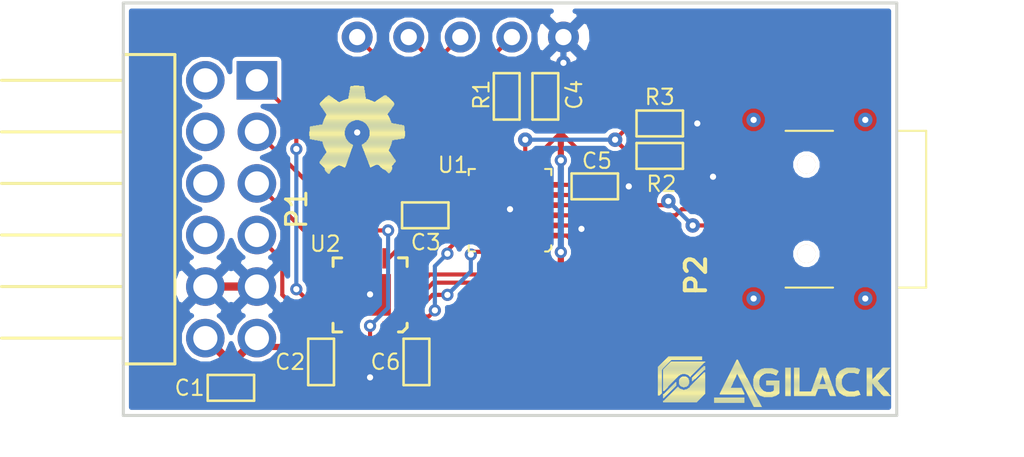
<source format=kicad_pcb>
(kicad_pcb (version 20171130) (host pcbnew 5.0.2+dfsg1-1)

  (general
    (thickness 1.6)
    (drawings 9)
    (tracks 237)
    (zones 0)
    (modules 21)
    (nets 37)
  )

  (page A4)
  (title_block
    (title "USB serial PMOD")
    (company Agilack)
  )

  (layers
    (0 F.Cu signal)
    (31 B.Cu signal)
    (32 B.Adhes user)
    (33 F.Adhes user)
    (34 B.Paste user)
    (35 F.Paste user)
    (36 B.SilkS user)
    (37 F.SilkS user)
    (38 B.Mask user)
    (39 F.Mask user)
    (40 Dwgs.User user)
    (41 Cmts.User user)
    (42 Eco1.User user)
    (43 Eco2.User user)
    (44 Edge.Cuts user)
    (45 Margin user)
    (46 B.CrtYd user)
    (47 F.CrtYd user)
    (48 B.Fab user)
    (49 F.Fab user)
  )

  (setup
    (last_trace_width 0.2032)
    (user_trace_width 0.2032)
    (user_trace_width 0.3048)
    (user_trace_width 0.4064)
    (trace_clearance 0.2)
    (zone_clearance 0.2)
    (zone_45_only no)
    (trace_min 0.2032)
    (segment_width 0.2)
    (edge_width 0.15)
    (via_size 0.6)
    (via_drill 0.3048)
    (via_min_size 0.4)
    (via_min_drill 0.3)
    (user_via 0.7112 0.3048)
    (uvia_size 0.3)
    (uvia_drill 0.1)
    (uvias_allowed no)
    (uvia_min_size 0.2)
    (uvia_min_drill 0.1)
    (pcb_text_width 0.3)
    (pcb_text_size 1.5 1.5)
    (mod_edge_width 0.15)
    (mod_text_size 1 1)
    (mod_text_width 0.15)
    (pad_size 0.635 1.143)
    (pad_drill 0)
    (pad_to_mask_clearance 0.2)
    (solder_mask_min_width 0.25)
    (aux_axis_origin 0 0)
    (visible_elements FFFFF7FF)
    (pcbplotparams
      (layerselection 0x010ec_ffffffff)
      (usegerberextensions false)
      (usegerberattributes false)
      (usegerberadvancedattributes false)
      (creategerberjobfile false)
      (excludeedgelayer true)
      (linewidth 0.100000)
      (plotframeref false)
      (viasonmask false)
      (mode 1)
      (useauxorigin false)
      (hpglpennumber 1)
      (hpglpenspeed 20)
      (hpglpendiameter 15.000000)
      (psnegative false)
      (psa4output false)
      (plotreference true)
      (plotvalue true)
      (plotinvisibletext false)
      (padsonsilk false)
      (subtractmaskfromsilk false)
      (outputformat 1)
      (mirror false)
      (drillshape 0)
      (scaleselection 1)
      (outputdirectory "../prod/"))
  )

  (net 0 "")
  (net 1 "Net-(P1-Pad7)")
  (net 2 "Net-(P1-Pad8)")
  (net 3 "Net-(P1-Pad9)")
  (net 4 "Net-(P1-Pad10)")
  (net 5 GND)
  (net 6 VCC)
  (net 7 "Net-(P2-PadSHLD)")
  (net 8 "Net-(P2-Pad3)")
  (net 9 "Net-(P2-Pad2)")
  (net 10 "Net-(P2-Pad1)")
  (net 11 "Net-(P2-Pad4)")
  (net 12 "Net-(U1-Pad17)")
  (net 13 "Net-(U1-Pad10)")
  (net 14 "Net-(U1-Pad15)")
  (net 15 "Net-(U1-Pad24)")
  (net 16 "Net-(U1-Pad23)")
  (net 17 "Net-(U1-Pad22)")
  (net 18 "Net-(C3-Pad1)")
  (net 19 PMOD_CTS)
  (net 20 PMOD_TXD)
  (net 21 PMOD_RXD)
  (net 22 PMOD_RTS)
  (net 23 RST)
  (net 24 "Net-(R2-Pad1)")
  (net 25 "Net-(TP1-Pad1)")
  (net 26 "Net-(TP2-Pad1)")
  (net 27 "Net-(TP3-Pad1)")
  (net 28 "Net-(TP4-Pad1)")
  (net 29 "Net-(TP6-Pad1)")
  (net 30 VCC_3V3)
  (net 31 CP21_TXD)
  (net 32 CP21_RXD)
  (net 33 CP21_RTS)
  (net 34 CP21_CTS)
  (net 35 "Net-(U2-Pad6)")
  (net 36 "Net-(U2-Pad9)")

  (net_class Default "This is the default net class."
    (clearance 0.2)
    (trace_width 0.2032)
    (via_dia 0.6)
    (via_drill 0.3048)
    (uvia_dia 0.3)
    (uvia_drill 0.1)
    (add_net CP21_CTS)
    (add_net CP21_RTS)
    (add_net CP21_RXD)
    (add_net CP21_TXD)
    (add_net GND)
    (add_net "Net-(C3-Pad1)")
    (add_net "Net-(P1-Pad10)")
    (add_net "Net-(P1-Pad7)")
    (add_net "Net-(P1-Pad8)")
    (add_net "Net-(P1-Pad9)")
    (add_net "Net-(P2-Pad1)")
    (add_net "Net-(P2-Pad2)")
    (add_net "Net-(P2-Pad3)")
    (add_net "Net-(P2-Pad4)")
    (add_net "Net-(P2-PadSHLD)")
    (add_net "Net-(R2-Pad1)")
    (add_net "Net-(TP1-Pad1)")
    (add_net "Net-(TP2-Pad1)")
    (add_net "Net-(TP3-Pad1)")
    (add_net "Net-(TP4-Pad1)")
    (add_net "Net-(TP6-Pad1)")
    (add_net "Net-(U1-Pad10)")
    (add_net "Net-(U1-Pad15)")
    (add_net "Net-(U1-Pad17)")
    (add_net "Net-(U1-Pad22)")
    (add_net "Net-(U1-Pad23)")
    (add_net "Net-(U1-Pad24)")
    (add_net "Net-(U2-Pad6)")
    (add_net "Net-(U2-Pad9)")
    (add_net PMOD_CTS)
    (add_net PMOD_RTS)
    (add_net PMOD_RXD)
    (add_net PMOD_TXD)
    (add_net RST)
    (add_net VCC)
    (add_net VCC_3V3)
  )

  (module pmod-usb-serial:SMD0603 (layer F.Cu) (tedit 5C76B5C4) (tstamp 5C76B5A7)
    (at 132.842 112.522 270)
    (path /5C780319)
    (attr smd)
    (fp_text reference C2 (at 0 1.524) (layer F.SilkS)
      (effects (font (size 0.762 0.762) (thickness 0.1016)))
    )
    (fp_text value 100nF (at 0 0 270) (layer F.SilkS) hide
      (effects (font (size 0.20066 0.20066) (thickness 0.0508)))
    )
    (fp_line (start -1.143 0.635) (end -1.143 -0.635) (layer F.SilkS) (width 0.127))
    (fp_line (start 1.143 0.635) (end -1.143 0.635) (layer F.SilkS) (width 0.127))
    (fp_line (start 1.143 -0.635) (end 1.143 0.635) (layer F.SilkS) (width 0.127))
    (fp_line (start -1.143 -0.635) (end 1.143 -0.635) (layer F.SilkS) (width 0.127))
    (pad 2 smd rect (at 0.762 0 270) (size 0.635 1.143) (layers F.Cu F.Paste F.Mask)
      (net 5 GND))
    (pad 1 smd rect (at -0.762 0 270) (size 0.635 1.143) (layers F.Cu F.Paste F.Mask)
      (net 6 VCC))
    (model smd/chip_cms.wrl
      (at (xyz 0 0 0))
      (scale (xyz 0.08 0.08 0.08))
      (rotate (xyz 0 0 0))
    )
  )

  (module pmod-usb-serial:SMD0603 (layer F.Cu) (tedit 55097736) (tstamp 5C76B5C2)
    (at 137.541 112.522 270)
    (path /5C780D8F)
    (attr smd)
    (fp_text reference C6 (at 0 1.524 180) (layer F.SilkS)
      (effects (font (size 0.762 0.762) (thickness 0.1016)))
    )
    (fp_text value 100nF (at 0 0 270) (layer F.SilkS) hide
      (effects (font (size 0.20066 0.20066) (thickness 0.0508)))
    )
    (fp_line (start -1.143 -0.635) (end 1.143 -0.635) (layer F.SilkS) (width 0.127))
    (fp_line (start 1.143 -0.635) (end 1.143 0.635) (layer F.SilkS) (width 0.127))
    (fp_line (start 1.143 0.635) (end -1.143 0.635) (layer F.SilkS) (width 0.127))
    (fp_line (start -1.143 0.635) (end -1.143 -0.635) (layer F.SilkS) (width 0.127))
    (pad 1 smd rect (at -0.762 0 270) (size 0.635 1.143) (layers F.Cu F.Paste F.Mask)
      (net 30 VCC_3V3))
    (pad 2 smd rect (at 0.762 0 270) (size 0.635 1.143) (layers F.Cu F.Paste F.Mask)
      (net 5 GND))
    (model smd/chip_cms.wrl
      (at (xyz 0 0 0))
      (scale (xyz 0.08 0.08 0.08))
      (rotate (xyz 0 0 0))
    )
  )

  (module pmod-usb-serial:QFN14 (layer F.Cu) (tedit 5C779749) (tstamp 5C76B1E5)
    (at 135.255 109.22 180)
    (path /5C760AD3)
    (attr smd)
    (fp_text reference U2 (at 2.2098 2.5146 180) (layer F.SilkS)
      (effects (font (size 0.762 0.762) (thickness 0.1016)))
    )
    (fp_text value TXS0104 (at -7.1374 -2.286 180) (layer F.Fab) hide
      (effects (font (size 1 1) (thickness 0.1) italic))
    )
    (fp_line (start 1.821016 1.821016) (end 1.4 1.821016) (layer F.SilkS) (width 0.15))
    (fp_line (start 1.821016 1.4) (end 1.821016 1.821016) (layer F.SilkS) (width 0.15))
    (fp_line (start 1.4 -1.825) (end 1.825 -1.825) (layer F.SilkS) (width 0.15))
    (fp_line (start 1.825 -1.825) (end 1.825 -1.4) (layer F.SilkS) (width 0.15))
    (fp_line (start -1.825 -1.4) (end -1.825 -1.6) (layer F.SilkS) (width 0.15))
    (fp_line (start -1.6 -1.825) (end -1.4 -1.825) (layer F.SilkS) (width 0.15))
    (fp_line (start -1.4 1.825) (end -1.825 1.825) (layer F.SilkS) (width 0.15))
    (fp_line (start -1.825 1.825) (end -1.825 1.4) (layer F.SilkS) (width 0.15))
    (fp_line (start -1.6 -1.825) (end -1.825 -1.6) (layer F.SilkS) (width 0.15))
    (pad PAD smd rect (at 0 0) (size 2.05 2.05) (layers F.Cu F.Paste F.Mask)
      (net 5 GND) (solder_paste_margin -0.1))
    (pad 1 smd rect (at -0.75 -1.65 180) (size 0.28 1) (drill (offset 0 -0.15)) (layers F.Cu F.Paste F.Mask)
      (net 30 VCC_3V3))
    (pad 2 smd rect (at -1.65 -1 270) (size 0.28 1) (drill (offset 0 -0.15)) (layers F.Cu F.Paste F.Mask)
      (net 34 CP21_CTS))
    (pad 3 smd rect (at -1.55 -0.5 270) (size 0.28 1) (drill (offset 0 -0.25)) (layers F.Cu F.Paste F.Mask)
      (net 33 CP21_RTS))
    (pad 4 smd rect (at -1.55 0 270) (size 0.28 1) (drill (offset 0 -0.25)) (layers F.Cu F.Paste F.Mask)
      (net 31 CP21_TXD))
    (pad 5 smd rect (at -1.55 0.5 270) (size 0.28 1) (drill (offset 0 -0.25)) (layers F.Cu F.Paste F.Mask)
      (net 32 CP21_RXD))
    (pad 6 smd rect (at -1.55 1 270) (size 0.28 1) (drill (offset 0 -0.25)) (layers F.Cu F.Paste F.Mask)
      (net 35 "Net-(U2-Pad6)"))
    (pad 7 smd rect (at -0.75 1.65) (size 0.28 1) (drill (offset 0 -0.15)) (layers F.Cu F.Paste F.Mask)
      (net 5 GND))
    (pad 8 smd rect (at 0.75 1.65) (size 0.28 1) (drill (offset 0 -0.15)) (layers F.Cu F.Paste F.Mask)
      (net 30 VCC_3V3))
    (pad 9 smd rect (at 1.55 1 90) (size 0.28 1) (drill (offset 0 -0.25)) (layers F.Cu F.Paste F.Mask)
      (net 36 "Net-(U2-Pad9)"))
    (pad 10 smd rect (at 1.55 0.5 90) (size 0.28 1) (drill (offset 0 -0.25)) (layers F.Cu F.Paste F.Mask)
      (net 20 PMOD_TXD))
    (pad 11 smd rect (at 1.55 0 90) (size 0.28 1) (drill (offset 0 -0.25)) (layers F.Cu F.Paste F.Mask)
      (net 21 PMOD_RXD))
    (pad 12 smd rect (at 1.55 -0.5 90) (size 0.28 1) (drill (offset 0 -0.25)) (layers F.Cu F.Paste F.Mask)
      (net 19 PMOD_CTS))
    (pad 13 smd rect (at 1.65 -1 90) (size 0.28 1) (drill (offset 0 -0.15)) (layers F.Cu F.Paste F.Mask)
      (net 22 PMOD_RTS))
    (pad 14 smd rect (at 0.75 -1.65 180) (size 0.28 1) (drill (offset 0 -0.15)) (layers F.Cu F.Paste F.Mask)
      (net 6 VCC))
  )

  (module pmod-usb-serial:CONN_PMOD-Male locked (layer F.Cu) (tedit 5950C8DB) (tstamp 59B13CAC)
    (at 127.14 105 90)
    (path /59B12698)
    (fp_text reference P1 (at 0 4.4958 90) (layer F.SilkS)
      (effects (font (size 1 1) (thickness 0.15)))
    )
    (fp_text value PMOD (at 0 -2.77 90) (layer F.Fab)
      (effects (font (size 1 1) (thickness 0.15)))
    )
    (fp_line (start 6.35 -10.04) (end 6.35 -4.04) (layer F.SilkS) (width 0.15))
    (fp_line (start 3.81 -10.04) (end 3.81 -4.04) (layer F.SilkS) (width 0.15))
    (fp_line (start 1.27 -10.04) (end 1.27 -4.04) (layer F.SilkS) (width 0.15))
    (fp_line (start -1.27 -10.04) (end -1.27 -4.04) (layer F.SilkS) (width 0.15))
    (fp_line (start -3.81 -10.04) (end -3.81 -4.04) (layer F.SilkS) (width 0.15))
    (fp_line (start -6.35 -10.04) (end -6.35 -4.04) (layer F.SilkS) (width 0.15))
    (fp_line (start -7.62 -1.5) (end 7.62 -1.5) (layer F.SilkS) (width 0.15))
    (fp_line (start 7.62 -1.5) (end 7.62 -4.04) (layer F.SilkS) (width 0.15))
    (fp_line (start 7.62 -4.04) (end -7.62 -4.04) (layer F.SilkS) (width 0.15))
    (fp_line (start -7.62 -1.5) (end -7.62 -4.04) (layer F.SilkS) (width 0.15))
    (pad 1 thru_hole rect (at 6.35 2.54 90) (size 1.9 2) (drill 1.1) (layers *.Cu *.Mask)
      (net 19 PMOD_CTS))
    (pad 2 thru_hole circle (at 3.81 2.54 90) (size 1.9 1.9) (drill 1.19) (layers *.Cu *.Mask)
      (net 20 PMOD_TXD))
    (pad 3 thru_hole circle (at 1.27 2.54 90) (size 1.9 1.9) (drill 1.19) (layers *.Cu *.Mask)
      (net 21 PMOD_RXD))
    (pad 4 thru_hole circle (at -1.27 2.54 90) (size 1.9 1.9) (drill 1.19) (layers *.Cu *.Mask)
      (net 22 PMOD_RTS))
    (pad 5 thru_hole circle (at -3.81 2.54 90) (size 1.9 1.9) (drill 1.19) (layers *.Cu *.Mask)
      (net 5 GND))
    (pad 6 thru_hole circle (at -6.35 2.54 90) (size 1.9 1.9) (drill 1.19) (layers *.Cu *.Mask)
      (net 6 VCC))
    (pad 7 thru_hole circle (at 6.35 0 90) (size 1.9 1.9) (drill 1.19) (layers *.Cu *.Mask)
      (net 1 "Net-(P1-Pad7)"))
    (pad 8 thru_hole circle (at 3.81 0 90) (size 1.9 1.9) (drill 1.19) (layers *.Cu *.Mask)
      (net 2 "Net-(P1-Pad8)"))
    (pad 9 thru_hole circle (at 1.27 0 90) (size 1.9 1.9) (drill 1.19) (layers *.Cu *.Mask)
      (net 3 "Net-(P1-Pad9)"))
    (pad 10 thru_hole circle (at -1.27 0 90) (size 1.9 1.9) (drill 1.19) (layers *.Cu *.Mask)
      (net 4 "Net-(P1-Pad10)"))
    (pad 11 thru_hole circle (at -3.81 0 90) (size 1.9 1.9) (drill 1.19) (layers *.Cu *.Mask)
      (net 5 GND))
    (pad 12 thru_hole circle (at -6.35 0 90) (size 1.9 1.9) (drill 1.19) (layers *.Cu *.Mask)
      (net 6 VCC))
  )

  (module pmod-usb-serial:CONN_65100516121 (layer F.Cu) (tedit 59B704B0) (tstamp 59B14746)
    (at 154.15 105 180)
    (path /59B14149)
    (fp_text reference P2 (at 2.8422 -3.2548 270) (layer F.SilkS)
      (effects (font (size 1 1) (thickness 0.19812)))
    )
    (fp_text value CONN_MiniUSB-AB (at -2.8982 -0.0036 270) (layer F.SilkS) hide
      (effects (font (size 0.2 0.2) (thickness 0.05)))
    )
    (fp_line (start -3.9116 3.8608) (end -1.5748 3.8608) (layer F.SilkS) (width 0.1016))
    (fp_line (start -8.5 3.8608) (end -7.0612 3.8608) (layer F.SilkS) (width 0.1016))
    (fp_line (start -7.0612 -3.8608) (end -8.5 -3.8608) (layer F.SilkS) (width 0.1016))
    (fp_line (start -8.5 -3.8608) (end -8.5 3.8608) (layer F.SilkS) (width 0.1016))
    (fp_line (start -1.5748 -3.8608) (end -3.9116 -3.8608) (layer F.SilkS) (width 0.1016))
    (pad SHLD smd rect (at 0 -4.4 180) (size 2.49936 1.99898) (layers F.Cu F.Paste F.Mask)
      (net 7 "Net-(P2-PadSHLD)"))
    (pad 3 smd rect (at 0 0 180) (size 2.5 0.50038) (layers F.Cu F.Paste F.Mask)
      (net 8 "Net-(P2-Pad3)"))
    (pad 2 smd rect (at 0 -0.8001 180) (size 2.5 0.50038) (layers F.Cu F.Paste F.Mask)
      (net 9 "Net-(P2-Pad2)"))
    (pad 1 smd rect (at 0 -1.6002 180) (size 2.5 0.50038) (layers F.Cu F.Paste F.Mask)
      (net 10 "Net-(P2-Pad1)"))
    (pad 4 smd rect (at 0 0.8001 180) (size 2.5 0.50038) (layers F.Cu F.Paste F.Mask)
      (net 11 "Net-(P2-Pad4)"))
    (pad 5 smd rect (at 0 1.6002 180) (size 2.5 0.50038) (layers F.Cu F.Paste F.Mask)
      (net 5 GND))
    (pad SHLD smd rect (at 0 4.4 180) (size 2.49936 1.99898) (layers F.Cu F.Paste F.Mask)
      (net 7 "Net-(P2-PadSHLD)"))
    (pad SHLD smd rect (at -5.5 -4.4 180) (size 2.49936 1.99898) (layers F.Cu F.Paste F.Mask)
      (net 7 "Net-(P2-PadSHLD)"))
    (pad SHLD smd rect (at -5.5 4.4 180) (size 2.49936 1.99898) (layers F.Cu F.Paste F.Mask)
      (net 7 "Net-(P2-PadSHLD)"))
    (pad "" np_thru_hole circle (at -2.6 -2.2 180) (size 0.9 0.9) (drill 0.9) (layers *.Cu *.SilkS *.Mask))
    (pad "" np_thru_hole circle (at -2.6 2.2 180) (size 0.9 0.9) (drill 0.9) (layers *.Cu *.SilkS *.Mask))
  )

  (module pmod-usb-serial:QFN24 (layer F.Cu) (tedit 59B6E827) (tstamp 59B1476C)
    (at 142.15 105.05 90)
    (descr "Support CMS QFN 40 pins")
    (tags "CMS Plcc")
    (path /59B14239)
    (attr smd)
    (fp_text reference U1 (at 2.2308 -2.8056 180) (layer F.SilkS)
      (effects (font (size 0.762 0.762) (thickness 0.1016)))
    )
    (fp_text value CP2104 (at 0 3.2512 90) (layer F.SilkS) hide
      (effects (font (size 0.2 0.2) (thickness 0.05)))
    )
    (fp_line (start -2.032 1.7272) (end -2.032 1.8796) (layer F.SilkS) (width 0.1016))
    (fp_line (start -2.032 1.8796) (end -1.8796 2.032) (layer F.SilkS) (width 0.1016))
    (fp_line (start -1.8796 2.032) (end -1.7272 2.032) (layer F.SilkS) (width 0.1016))
    (fp_line (start -2.032 -2.032) (end -2.032 -1.7272) (layer F.SilkS) (width 0.1016))
    (fp_line (start -2.032 -2.032) (end -1.7272 -2.032) (layer F.SilkS) (width 0.1016))
    (fp_line (start 2.032 -2.032) (end 1.7272 -2.032) (layer F.SilkS) (width 0.1016))
    (fp_line (start 2.032 -2.032) (end 2.032 -1.7272) (layer F.SilkS) (width 0.1016))
    (fp_line (start 2.032 2.032) (end 1.7272 2.032) (layer F.SilkS) (width 0.1016))
    (fp_line (start 2.032 2.032) (end 2.032 1.7272) (layer F.SilkS) (width 0.1016))
    (pad 16 smd rect (at -0.25 -2.05 270) (size 0.2794 0.9) (layers F.Cu F.Paste F.Mask)
      (net 18 "Net-(C3-Pad1)"))
    (pad 17 smd rect (at -0.75 -2.05 270) (size 0.2794 0.9) (layers F.Cu F.Paste F.Mask)
      (net 12 "Net-(U1-Pad17)"))
    (pad 5 smd rect (at 0.75 2.05 90) (size 0.2794 0.9) (layers F.Cu F.Paste F.Mask)
      (net 30 VCC_3V3))
    (pad 1 smd rect (at -1.25 2.05 90) (size 0.2794 0.9) (layers F.Cu F.Paste F.Mask)
      (net 29 "Net-(TP6-Pad1)"))
    (pad 2 smd rect (at -0.75 2.05 90) (size 0.2794 0.9) (layers F.Cu F.Paste F.Mask)
      (net 5 GND))
    (pad 3 smd rect (at -0.25 2.05 90) (size 0.2794 0.9) (layers F.Cu F.Paste F.Mask)
      (net 8 "Net-(P2-Pad3)"))
    (pad 4 smd rect (at 0.25 2.05 90) (size 0.2794 0.9) (layers F.Cu F.Paste F.Mask)
      (net 9 "Net-(P2-Pad2)"))
    (pad 6 smd rect (at 1.25 2.05 90) (size 0.2794 0.9) (layers F.Cu F.Paste F.Mask)
      (net 30 VCC_3V3))
    (pad 7 smd rect (at 2.05 1.25 180) (size 0.2794 0.9) (layers F.Cu F.Paste F.Mask)
      (net 30 VCC_3V3))
    (pad 8 smd rect (at 2.05 0.75 180) (size 0.2794 0.9) (layers F.Cu F.Paste F.Mask)
      (net 24 "Net-(R2-Pad1)"))
    (pad 9 smd rect (at 2.05 0.25 180) (size 0.2794 0.9) (layers F.Cu F.Paste F.Mask)
      (net 23 RST))
    (pad 10 smd rect (at 2.05 -0.25 180) (size 0.2794 0.9) (layers F.Cu F.Paste F.Mask)
      (net 13 "Net-(U1-Pad10)"))
    (pad 11 smd rect (at 2.05 -0.75 180) (size 0.2794 0.9) (layers F.Cu F.Paste F.Mask)
      (net 28 "Net-(TP4-Pad1)"))
    (pad 12 smd rect (at 2.05 -1.25 180) (size 0.2794 0.9) (layers F.Cu F.Paste F.Mask)
      (net 27 "Net-(TP3-Pad1)"))
    (pad 13 smd rect (at 1.25 -2.05 270) (size 0.2794 0.9) (layers F.Cu F.Paste F.Mask)
      (net 26 "Net-(TP2-Pad1)"))
    (pad 14 smd rect (at 0.75 -2.05 270) (size 0.2794 0.9) (layers F.Cu F.Paste F.Mask)
      (net 25 "Net-(TP1-Pad1)"))
    (pad 15 smd rect (at 0.25 -2.05 270) (size 0.2794 0.9) (layers F.Cu F.Paste F.Mask)
      (net 14 "Net-(U1-Pad15)"))
    (pad PAD smd rect (at 0.05 0 90) (size 2.6 2.6) (layers F.Cu F.Paste F.Mask)
      (net 5 GND))
    (pad 24 smd rect (at -2.05 1.25) (size 0.2794 0.9) (layers F.Cu F.Paste F.Mask)
      (net 15 "Net-(U1-Pad24)"))
    (pad 23 smd rect (at -2.05 0.75) (size 0.2794 0.9) (layers F.Cu F.Paste F.Mask)
      (net 16 "Net-(U1-Pad23)"))
    (pad 22 smd rect (at -2.05 0.25) (size 0.2794 0.9) (layers F.Cu F.Paste F.Mask)
      (net 17 "Net-(U1-Pad22)"))
    (pad 21 smd rect (at -2.05 -0.25) (size 0.2794 0.9) (layers F.Cu F.Paste F.Mask)
      (net 31 CP21_TXD))
    (pad 20 smd rect (at -2.05 -0.75) (size 0.2794 0.9) (layers F.Cu F.Paste F.Mask)
      (net 32 CP21_RXD))
    (pad 19 smd rect (at -2.05 -1.25) (size 0.2794 0.9) (layers F.Cu F.Paste F.Mask)
      (net 33 CP21_RTS))
    (pad 18 smd rect (at -1.25 -2.05 270) (size 0.2794 0.9) (layers F.Cu F.Paste F.Mask)
      (net 34 CP21_CTS))
  )

  (module pmod-usb-serial:SMD0603 (layer F.Cu) (tedit 59B13ECD) (tstamp 59B14A4F)
    (at 128.4 113.8)
    (path /59B157AD)
    (attr smd)
    (fp_text reference C1 (at -2.035 0) (layer F.SilkS)
      (effects (font (size 0.762 0.762) (thickness 0.1016)))
    )
    (fp_text value 1uF (at 0 0) (layer F.SilkS) hide
      (effects (font (size 0.20066 0.20066) (thickness 0.0508)))
    )
    (fp_line (start -1.143 -0.635) (end 1.143 -0.635) (layer F.SilkS) (width 0.127))
    (fp_line (start 1.143 -0.635) (end 1.143 0.635) (layer F.SilkS) (width 0.127))
    (fp_line (start 1.143 0.635) (end -1.143 0.635) (layer F.SilkS) (width 0.127))
    (fp_line (start -1.143 0.635) (end -1.143 -0.635) (layer F.SilkS) (width 0.127))
    (pad 1 smd rect (at -0.762 0) (size 0.635 1.143) (layers F.Cu F.Paste F.Mask)
      (net 6 VCC))
    (pad 2 smd rect (at 0.762 0) (size 0.635 1.143) (layers F.Cu F.Paste F.Mask)
      (net 5 GND))
    (model smd/chip_cms.wrl
      (at (xyz 0 0 0))
      (scale (xyz 0.08 0.08 0.08))
      (rotate (xyz 0 0 0))
    )
  )

  (module pmod-usb-serial:SMD0603 (layer F.Cu) (tedit 59B6E4A1) (tstamp 59B14A55)
    (at 137.975 105.3 180)
    (path /59B1569A)
    (attr smd)
    (fp_text reference C3 (at -0.0232 -1.3292 180) (layer F.SilkS)
      (effects (font (size 0.762 0.762) (thickness 0.1016)))
    )
    (fp_text value 4,7uF (at 0 0 180) (layer F.SilkS) hide
      (effects (font (size 0.20066 0.20066) (thickness 0.0508)))
    )
    (fp_line (start -1.143 -0.635) (end 1.143 -0.635) (layer F.SilkS) (width 0.127))
    (fp_line (start 1.143 -0.635) (end 1.143 0.635) (layer F.SilkS) (width 0.127))
    (fp_line (start 1.143 0.635) (end -1.143 0.635) (layer F.SilkS) (width 0.127))
    (fp_line (start -1.143 0.635) (end -1.143 -0.635) (layer F.SilkS) (width 0.127))
    (pad 1 smd rect (at -0.762 0 180) (size 0.635 1.143) (layers F.Cu F.Paste F.Mask)
      (net 18 "Net-(C3-Pad1)"))
    (pad 2 smd rect (at 0.762 0 180) (size 0.635 1.143) (layers F.Cu F.Paste F.Mask)
      (net 5 GND))
    (model smd/chip_cms.wrl
      (at (xyz 0 0 0))
      (scale (xyz 0.08 0.08 0.08))
      (rotate (xyz 0 0 0))
    )
  )

  (module pmod-usb-serial:SMD0603 (layer F.Cu) (tedit 59B6E818) (tstamp 59B6E712)
    (at 143.891 99.441 90)
    (path /59B6E711)
    (attr smd)
    (fp_text reference C4 (at 0.078 1.423 90) (layer F.SilkS)
      (effects (font (size 0.762 0.762) (thickness 0.1016)))
    )
    (fp_text value 1uF (at 0 0 90) (layer F.SilkS) hide
      (effects (font (size 0.20066 0.20066) (thickness 0.0508)))
    )
    (fp_line (start -1.143 -0.635) (end 1.143 -0.635) (layer F.SilkS) (width 0.127))
    (fp_line (start 1.143 -0.635) (end 1.143 0.635) (layer F.SilkS) (width 0.127))
    (fp_line (start 1.143 0.635) (end -1.143 0.635) (layer F.SilkS) (width 0.127))
    (fp_line (start -1.143 0.635) (end -1.143 -0.635) (layer F.SilkS) (width 0.127))
    (pad 1 smd rect (at -0.762 0 90) (size 0.635 1.143) (layers F.Cu F.Paste F.Mask)
      (net 30 VCC_3V3))
    (pad 2 smd rect (at 0.762 0 90) (size 0.635 1.143) (layers F.Cu F.Paste F.Mask)
      (net 5 GND))
    (model smd/chip_cms.wrl
      (at (xyz 0 0 0))
      (scale (xyz 0.08 0.08 0.08))
      (rotate (xyz 0 0 0))
    )
  )

  (module pmod-usb-serial:SMD0603 (layer F.Cu) (tedit 59B6E820) (tstamp 59B6E718)
    (at 146.325 103.875)
    (path /59B6E754)
    (attr smd)
    (fp_text reference C5 (at 0.106 -1.259) (layer F.SilkS)
      (effects (font (size 0.762 0.762) (thickness 0.1016)))
    )
    (fp_text value 100nF (at 0 0) (layer F.SilkS) hide
      (effects (font (size 0.20066 0.20066) (thickness 0.0508)))
    )
    (fp_line (start -1.143 -0.635) (end 1.143 -0.635) (layer F.SilkS) (width 0.127))
    (fp_line (start 1.143 -0.635) (end 1.143 0.635) (layer F.SilkS) (width 0.127))
    (fp_line (start 1.143 0.635) (end -1.143 0.635) (layer F.SilkS) (width 0.127))
    (fp_line (start -1.143 0.635) (end -1.143 -0.635) (layer F.SilkS) (width 0.127))
    (pad 1 smd rect (at -0.762 0) (size 0.635 1.143) (layers F.Cu F.Paste F.Mask)
      (net 30 VCC_3V3))
    (pad 2 smd rect (at 0.762 0) (size 0.635 1.143) (layers F.Cu F.Paste F.Mask)
      (net 5 GND))
    (model smd/chip_cms.wrl
      (at (xyz 0 0 0))
      (scale (xyz 0.08 0.08 0.08))
      (rotate (xyz 0 0 0))
    )
  )

  (module pmod-usb-serial:SMD0603 (layer F.Cu) (tedit 59B6ECEA) (tstamp 59B6EBDF)
    (at 141.986 99.441 270)
    (path /59B6EDBE)
    (attr smd)
    (fp_text reference R1 (at -0.078 1.244 270) (layer F.SilkS)
      (effects (font (size 0.762 0.762) (thickness 0.1016)))
    )
    (fp_text value 4,7k (at 0 0 270) (layer F.SilkS) hide
      (effects (font (size 0.20066 0.20066) (thickness 0.0508)))
    )
    (fp_line (start -1.143 -0.635) (end 1.143 -0.635) (layer F.SilkS) (width 0.127))
    (fp_line (start 1.143 -0.635) (end 1.143 0.635) (layer F.SilkS) (width 0.127))
    (fp_line (start 1.143 0.635) (end -1.143 0.635) (layer F.SilkS) (width 0.127))
    (fp_line (start -1.143 0.635) (end -1.143 -0.635) (layer F.SilkS) (width 0.127))
    (pad 1 smd rect (at -0.762 0 270) (size 0.635 1.143) (layers F.Cu F.Paste F.Mask)
      (net 30 VCC_3V3))
    (pad 2 smd rect (at 0.762 0 270) (size 0.635 1.143) (layers F.Cu F.Paste F.Mask)
      (net 23 RST))
    (model smd/chip_cms.wrl
      (at (xyz 0 0 0))
      (scale (xyz 0.08 0.08 0.08))
      (rotate (xyz 0 0 0))
    )
  )

  (module pmod-usb-serial:SMD0603 (layer F.Cu) (tedit 59B6EF85) (tstamp 59B6EEAE)
    (at 149.525 102.375)
    (path /59B6F2CB)
    (attr smd)
    (fp_text reference R2 (at 0.081 1.384) (layer F.SilkS)
      (effects (font (size 0.762 0.762) (thickness 0.1016)))
    )
    (fp_text value R (at 0 0) (layer F.SilkS) hide
      (effects (font (size 0.20066 0.20066) (thickness 0.0508)))
    )
    (fp_line (start -1.143 -0.635) (end 1.143 -0.635) (layer F.SilkS) (width 0.127))
    (fp_line (start 1.143 -0.635) (end 1.143 0.635) (layer F.SilkS) (width 0.127))
    (fp_line (start 1.143 0.635) (end -1.143 0.635) (layer F.SilkS) (width 0.127))
    (fp_line (start -1.143 0.635) (end -1.143 -0.635) (layer F.SilkS) (width 0.127))
    (pad 1 smd rect (at -0.762 0) (size 0.635 1.143) (layers F.Cu F.Paste F.Mask)
      (net 24 "Net-(R2-Pad1)"))
    (pad 2 smd rect (at 0.762 0) (size 0.635 1.143) (layers F.Cu F.Paste F.Mask)
      (net 10 "Net-(P2-Pad1)"))
    (model smd/chip_cms.wrl
      (at (xyz 0 0 0))
      (scale (xyz 0.08 0.08 0.08))
      (rotate (xyz 0 0 0))
    )
  )

  (module pmod-usb-serial:SMD0603 (layer F.Cu) (tedit 59B6EEFD) (tstamp 59B6EEB4)
    (at 149.525 100.775 180)
    (path /59B6F296)
    (attr smd)
    (fp_text reference R3 (at 0 1.3 180) (layer F.SilkS)
      (effects (font (size 0.762 0.762) (thickness 0.1016)))
    )
    (fp_text value R (at 0 0 180) (layer F.SilkS) hide
      (effects (font (size 0.20066 0.20066) (thickness 0.0508)))
    )
    (fp_line (start -1.143 -0.635) (end 1.143 -0.635) (layer F.SilkS) (width 0.127))
    (fp_line (start 1.143 -0.635) (end 1.143 0.635) (layer F.SilkS) (width 0.127))
    (fp_line (start 1.143 0.635) (end -1.143 0.635) (layer F.SilkS) (width 0.127))
    (fp_line (start -1.143 0.635) (end -1.143 -0.635) (layer F.SilkS) (width 0.127))
    (pad 1 smd rect (at -0.762 0 180) (size 0.635 1.143) (layers F.Cu F.Paste F.Mask)
      (net 5 GND))
    (pad 2 smd rect (at 0.762 0 180) (size 0.635 1.143) (layers F.Cu F.Paste F.Mask)
      (net 24 "Net-(R2-Pad1)"))
    (model smd/chip_cms.wrl
      (at (xyz 0 0 0))
      (scale (xyz 0.08 0.08 0.08))
      (rotate (xyz 0 0 0))
    )
  )

  (module pmod-usb-serial:TP_PIN (layer F.Cu) (tedit 5901E643) (tstamp 59B6F5AF)
    (at 134.62 96.52)
    (path /59B6F9A1)
    (fp_text reference TP1 (at 0 0.5) (layer F.SilkS) hide
      (effects (font (size 0.2 0.2) (thickness 0.05)))
    )
    (fp_text value CONN_1 (at 0 -0.5) (layer F.Fab) hide
      (effects (font (size 0.2 0.2) (thickness 0.05)))
    )
    (pad 1 thru_hole circle (at 0 0) (size 1.524 1.524) (drill 0.8) (layers *.Cu *.Mask)
      (net 25 "Net-(TP1-Pad1)"))
  )

  (module pmod-usb-serial:TP_PIN (layer F.Cu) (tedit 5901E643) (tstamp 59B6F5B4)
    (at 137.16 96.52)
    (path /59B6F9D2)
    (fp_text reference TP2 (at 0 0.5) (layer F.SilkS) hide
      (effects (font (size 0.2 0.2) (thickness 0.05)))
    )
    (fp_text value CONN_1 (at 0 -0.5) (layer F.Fab) hide
      (effects (font (size 0.2 0.2) (thickness 0.05)))
    )
    (pad 1 thru_hole circle (at 0 0) (size 1.524 1.524) (drill 0.8) (layers *.Cu *.Mask)
      (net 26 "Net-(TP2-Pad1)"))
  )

  (module pmod-usb-serial:TP_PIN (layer F.Cu) (tedit 5901E643) (tstamp 59B6F5B9)
    (at 139.7 96.52)
    (path /59B6FA63)
    (fp_text reference TP3 (at 0 0.5) (layer F.SilkS) hide
      (effects (font (size 0.2 0.2) (thickness 0.05)))
    )
    (fp_text value CONN_1 (at 0 -0.5) (layer F.Fab) hide
      (effects (font (size 0.2 0.2) (thickness 0.05)))
    )
    (pad 1 thru_hole circle (at 0 0) (size 1.524 1.524) (drill 0.8) (layers *.Cu *.Mask)
      (net 27 "Net-(TP3-Pad1)"))
  )

  (module pmod-usb-serial:TP_PIN (layer F.Cu) (tedit 5901E643) (tstamp 59B6F5BE)
    (at 142.24 96.52)
    (path /59B6FA96)
    (fp_text reference TP4 (at 0 0.5) (layer F.SilkS) hide
      (effects (font (size 0.2 0.2) (thickness 0.05)))
    )
    (fp_text value CONN_1 (at 0 -0.5) (layer F.Fab) hide
      (effects (font (size 0.2 0.2) (thickness 0.05)))
    )
    (pad 1 thru_hole circle (at 0 0) (size 1.524 1.524) (drill 0.8) (layers *.Cu *.Mask)
      (net 28 "Net-(TP4-Pad1)"))
  )

  (module pmod-usb-serial:TP_PIN (layer F.Cu) (tedit 5901E643) (tstamp 59B6F9B6)
    (at 144.78 96.52)
    (path /59B70013)
    (fp_text reference TP5 (at 0 0.5) (layer F.SilkS) hide
      (effects (font (size 0.2 0.2) (thickness 0.05)))
    )
    (fp_text value CONN_1 (at 0 -0.5) (layer F.Fab) hide
      (effects (font (size 0.2 0.2) (thickness 0.05)))
    )
    (pad 1 thru_hole circle (at 0 0) (size 1.524 1.524) (drill 0.8) (layers *.Cu *.Mask)
      (net 5 GND))
  )

  (module pmod-usb-serial:TP_SMD (layer F.Cu) (tedit 4BB09DE5) (tstamp 59B74090)
    (at 145.923 107.2642)
    (path /59B707D5)
    (fp_text reference TP6 (at 0 -1.016) (layer F.SilkS) hide
      (effects (font (size 0.20066 0.20066) (thickness 0.04826)))
    )
    (fp_text value CONN_1 (at 0 1.016) (layer F.SilkS) hide
      (effects (font (size 0.20066 0.20066) (thickness 0.04826)))
    )
    (pad 1 smd circle (at 0 0) (size 1.19888 1.19888) (layers F.Cu F.Paste F.Mask)
      (net 29 "Net-(TP6-Pad1)"))
  )

  (module pmod-usb-serial:logo-agilack-11.5 (layer F.Cu) (tedit 59B6B664) (tstamp 5C8EB3F4)
    (at 155.575 113.538)
    (fp_text reference agilack-11.5 (at 2.1336 -1.07696) (layer F.SilkS) hide
      (effects (font (size 0.2 0.2) (thickness 0.04)))
    )
    (fp_text value 450px (at -0.889 -1.0922) (layer F.SilkS) hide
      (effects (font (size 0.2 0.2) (thickness 0.04)))
    )
    (fp_line (start -1.40716 1.18872) (end -1.02616 1.18872) (layer F.SilkS) (width 0.02794))
    (fp_line (start -1.43256 1.16332) (end -1.05156 1.16332) (layer F.SilkS) (width 0.02794))
    (fp_line (start -1.43256 1.13792) (end -1.05156 1.13792) (layer F.SilkS) (width 0.02794))
    (fp_line (start -1.45796 1.11252) (end -1.07696 1.11252) (layer F.SilkS) (width 0.02794))
    (fp_line (start -1.45796 1.08712) (end -1.07696 1.08712) (layer F.SilkS) (width 0.02794))
    (fp_line (start -1.48336 1.06172) (end -1.10236 1.06172) (layer F.SilkS) (width 0.02794))
    (fp_line (start -1.48336 1.03632) (end -1.10236 1.03632) (layer F.SilkS) (width 0.02794))
    (fp_line (start -1.50876 1.01092) (end -1.12776 1.01092) (layer F.SilkS) (width 0.02794))
    (fp_line (start -1.50876 0.98552) (end -1.12776 0.98552) (layer F.SilkS) (width 0.02794))
    (fp_line (start -3.36296 0.98552) (end -1.88976 0.98552) (layer F.SilkS) (width 0.02794))
    (fp_line (start -1.53416 0.96012) (end -1.15316 0.96012) (layer F.SilkS) (width 0.02794))
    (fp_line (start -3.36296 0.96012) (end -1.88976 0.96012) (layer F.SilkS) (width 0.02794))
    (fp_line (start -5.87756 0.96012) (end -4.22656 0.96012) (layer F.SilkS) (width 0.02794))
    (fp_line (start -1.53416 0.93472) (end -1.15316 0.93472) (layer F.SilkS) (width 0.02794))
    (fp_line (start -3.36296 0.93472) (end -1.88976 0.93472) (layer F.SilkS) (width 0.02794))
    (fp_line (start -5.87756 0.93472) (end -4.20116 0.93472) (layer F.SilkS) (width 0.02794))
    (fp_line (start -1.55956 0.90932) (end -1.17856 0.90932) (layer F.SilkS) (width 0.02794))
    (fp_line (start -3.36296 0.90932) (end -1.88976 0.90932) (layer F.SilkS) (width 0.02794))
    (fp_line (start -5.87756 0.90932) (end -4.17576 0.90932) (layer F.SilkS) (width 0.02794))
    (fp_line (start -1.55956 0.88392) (end -1.17856 0.88392) (layer F.SilkS) (width 0.02794))
    (fp_line (start -3.36296 0.88392) (end -1.88976 0.88392) (layer F.SilkS) (width 0.02794))
    (fp_line (start -5.82676 0.88392) (end -4.15036 0.88392) (layer F.SilkS) (width 0.02794))
    (fp_line (start -1.58496 0.85852) (end -1.20396 0.85852) (layer F.SilkS) (width 0.02794))
    (fp_line (start -3.36296 0.85852) (end -1.88976 0.85852) (layer F.SilkS) (width 0.02794))
    (fp_line (start -5.80136 0.85852) (end -4.12496 0.85852) (layer F.SilkS) (width 0.02794))
    (fp_line (start -1.58496 0.83312) (end -1.22936 0.83312) (layer F.SilkS) (width 0.02794))
    (fp_line (start -3.36296 0.83312) (end -1.88976 0.83312) (layer F.SilkS) (width 0.02794))
    (fp_line (start -5.77596 0.83312) (end -4.09956 0.83312) (layer F.SilkS) (width 0.02794))
    (fp_line (start -1.61036 0.80772) (end -1.22936 0.80772) (layer F.SilkS) (width 0.02794))
    (fp_line (start -3.36296 0.80772) (end -1.88976 0.80772) (layer F.SilkS) (width 0.02794))
    (fp_line (start -5.75056 0.80772) (end -4.07416 0.80772) (layer F.SilkS) (width 0.02794))
    (fp_line (start -1.61036 0.78232) (end -1.25476 0.78232) (layer F.SilkS) (width 0.02794))
    (fp_line (start -3.36296 0.78232) (end -1.88976 0.78232) (layer F.SilkS) (width 0.02794))
    (fp_line (start -5.72516 0.78232) (end -4.04876 0.78232) (layer F.SilkS) (width 0.02794))
    (fp_line (start -1.63576 0.75692) (end -1.25476 0.75692) (layer F.SilkS) (width 0.02794))
    (fp_line (start -3.36296 0.75692) (end -1.88976 0.75692) (layer F.SilkS) (width 0.02794))
    (fp_line (start -5.69976 0.75692) (end -4.02336 0.75692) (layer F.SilkS) (width 0.02794))
    (fp_line (start -5.87756 0.75692) (end -5.85216 0.75692) (layer F.SilkS) (width 0.02794))
    (fp_line (start -1.63576 0.73152) (end -1.28016 0.73152) (layer F.SilkS) (width 0.02794))
    (fp_line (start -5.67436 0.73152) (end -3.99796 0.73152) (layer F.SilkS) (width 0.02794))
    (fp_line (start -5.87756 0.73152) (end -5.82676 0.73152) (layer F.SilkS) (width 0.02794))
    (fp_line (start -0.92456 0.70612) (end -0.49276 0.70612) (layer F.SilkS) (width 0.02794))
    (fp_line (start -1.66116 0.70612) (end -1.28016 0.70612) (layer F.SilkS) (width 0.02794))
    (fp_line (start -5.64896 0.70612) (end -3.97256 0.70612) (layer F.SilkS) (width 0.02794))
    (fp_line (start -5.87756 0.70612) (end -5.80136 0.70612) (layer F.SilkS) (width 0.02794))
    (fp_line (start 3.13944 0.68072) (end 3.57124 0.68072) (layer F.SilkS) (width 0.02794))
    (fp_line (start -1.00076 0.68072) (end -0.41656 0.68072) (layer F.SilkS) (width 0.02794))
    (fp_line (start -1.66116 0.68072) (end -1.30556 0.68072) (layer F.SilkS) (width 0.02794))
    (fp_line (start -5.62356 0.68072) (end -3.94716 0.68072) (layer F.SilkS) (width 0.02794))
    (fp_line (start -5.87756 0.68072) (end -5.77596 0.68072) (layer F.SilkS) (width 0.02794))
    (fp_line (start 4.96824 0.65532) (end 5.32384 0.65532) (layer F.SilkS) (width 0.02794))
    (fp_line (start 4.15544 0.65532) (end 4.40944 0.65532) (layer F.SilkS) (width 0.02794))
    (fp_line (start 3.06324 0.65532) (end 3.67284 0.65532) (layer F.SilkS) (width 0.02794))
    (fp_line (start 2.35204 0.65532) (end 2.63144 0.65532) (layer F.SilkS) (width 0.02794))
    (fp_line (start 0.57404 0.65532) (end 1.61544 0.65532) (layer F.SilkS) (width 0.02794))
    (fp_line (start 0.14224 0.65532) (end 0.39624 0.65532) (layer F.SilkS) (width 0.02794))
    (fp_line (start -1.07696 0.65532) (end -0.34036 0.65532) (layer F.SilkS) (width 0.02794))
    (fp_line (start -1.68656 0.65532) (end -1.30556 0.65532) (layer F.SilkS) (width 0.02794))
    (fp_line (start -5.59816 0.65532) (end -3.92176 0.65532) (layer F.SilkS) (width 0.02794))
    (fp_line (start -5.87756 0.65532) (end -5.75056 0.65532) (layer F.SilkS) (width 0.02794))
    (fp_line (start 4.94284 0.62992) (end 5.29844 0.62992) (layer F.SilkS) (width 0.02794))
    (fp_line (start 4.15544 0.62992) (end 4.40944 0.62992) (layer F.SilkS) (width 0.02794))
    (fp_line (start 2.98704 0.62992) (end 3.74904 0.62992) (layer F.SilkS) (width 0.02794))
    (fp_line (start 2.32664 0.62992) (end 2.60604 0.62992) (layer F.SilkS) (width 0.02794))
    (fp_line (start 0.57404 0.62992) (end 1.61544 0.62992) (layer F.SilkS) (width 0.02794))
    (fp_line (start 0.14224 0.62992) (end 0.39624 0.62992) (layer F.SilkS) (width 0.02794))
    (fp_line (start -1.12776 0.62992) (end -0.28956 0.62992) (layer F.SilkS) (width 0.02794))
    (fp_line (start -1.68656 0.62992) (end -1.33096 0.62992) (layer F.SilkS) (width 0.02794))
    (fp_line (start -5.57276 0.62992) (end -3.89636 0.62992) (layer F.SilkS) (width 0.02794))
    (fp_line (start -5.87756 0.62992) (end -5.72516 0.62992) (layer F.SilkS) (width 0.02794))
    (fp_line (start -6.13156 0.62992) (end -6.05536 0.62992) (layer F.SilkS) (width 0.02794))
    (fp_line (start 4.91744 0.60452) (end 5.27304 0.60452) (layer F.SilkS) (width 0.02794))
    (fp_line (start 4.15544 0.60452) (end 4.40944 0.60452) (layer F.SilkS) (width 0.02794))
    (fp_line (start 2.96164 0.60452) (end 3.82524 0.60452) (layer F.SilkS) (width 0.02794))
    (fp_line (start 2.32664 0.60452) (end 2.60604 0.60452) (layer F.SilkS) (width 0.02794))
    (fp_line (start 0.57404 0.60452) (end 1.64084 0.60452) (layer F.SilkS) (width 0.02794))
    (fp_line (start 0.14224 0.60452) (end 0.39624 0.60452) (layer F.SilkS) (width 0.02794))
    (fp_line (start -1.15316 0.60452) (end -0.26416 0.60452) (layer F.SilkS) (width 0.02794))
    (fp_line (start -1.71196 0.60452) (end -1.33096 0.60452) (layer F.SilkS) (width 0.02794))
    (fp_line (start -5.54736 0.60452) (end -3.87096 0.60452) (layer F.SilkS) (width 0.02794))
    (fp_line (start -5.87756 0.60452) (end -5.69976 0.60452) (layer F.SilkS) (width 0.02794))
    (fp_line (start -6.13156 0.60452) (end -6.02996 0.60452) (layer F.SilkS) (width 0.02794))
    (fp_line (start 4.89204 0.57912) (end 5.24764 0.57912) (layer F.SilkS) (width 0.02794))
    (fp_line (start 4.15544 0.57912) (end 4.40944 0.57912) (layer F.SilkS) (width 0.02794))
    (fp_line (start 2.91084 0.57912) (end 3.82524 0.57912) (layer F.SilkS) (width 0.02794))
    (fp_line (start 2.30124 0.57912) (end 2.60604 0.57912) (layer F.SilkS) (width 0.02794))
    (fp_line (start 0.57404 0.57912) (end 1.64084 0.57912) (layer F.SilkS) (width 0.02794))
    (fp_line (start 0.14224 0.57912) (end 0.39624 0.57912) (layer F.SilkS) (width 0.02794))
    (fp_line (start -1.17856 0.57912) (end -0.21336 0.57912) (layer F.SilkS) (width 0.02794))
    (fp_line (start -1.71196 0.57912) (end -1.35636 0.57912) (layer F.SilkS) (width 0.02794))
    (fp_line (start -3.08356 0.57912) (end -1.88976 0.57912) (layer F.SilkS) (width 0.02794))
    (fp_line (start -5.52196 0.57912) (end -3.84556 0.57912) (layer F.SilkS) (width 0.02794))
    (fp_line (start -5.87756 0.57912) (end -5.67436 0.57912) (layer F.SilkS) (width 0.02794))
    (fp_line (start -6.13156 0.57912) (end -6.00456 0.57912) (layer F.SilkS) (width 0.02794))
    (fp_line (start 4.86664 0.55372) (end 5.22224 0.55372) (layer F.SilkS) (width 0.02794))
    (fp_line (start 4.15544 0.55372) (end 4.40944 0.55372) (layer F.SilkS) (width 0.02794))
    (fp_line (start 2.88544 0.55372) (end 3.79984 0.55372) (layer F.SilkS) (width 0.02794))
    (fp_line (start 2.30124 0.55372) (end 2.58064 0.55372) (layer F.SilkS) (width 0.02794))
    (fp_line (start 0.57404 0.55372) (end 1.64084 0.55372) (layer F.SilkS) (width 0.02794))
    (fp_line (start 0.14224 0.55372) (end 0.39624 0.55372) (layer F.SilkS) (width 0.02794))
    (fp_line (start -1.22936 0.55372) (end -0.18796 0.55372) (layer F.SilkS) (width 0.02794))
    (fp_line (start -1.73736 0.55372) (end -1.35636 0.55372) (layer F.SilkS) (width 0.02794))
    (fp_line (start -3.08356 0.55372) (end -1.88976 0.55372) (layer F.SilkS) (width 0.02794))
    (fp_line (start -5.49656 0.55372) (end -3.82016 0.55372) (layer F.SilkS) (width 0.02794))
    (fp_line (start -5.82676 0.55372) (end -5.64896 0.55372) (layer F.SilkS) (width 0.02794))
    (fp_line (start -6.13156 0.55372) (end -5.97916 0.55372) (layer F.SilkS) (width 0.02794))
    (fp_line (start 4.84124 0.52832) (end 5.22224 0.52832) (layer F.SilkS) (width 0.02794))
    (fp_line (start 4.15544 0.52832) (end 4.40944 0.52832) (layer F.SilkS) (width 0.02794))
    (fp_line (start 2.83464 0.52832) (end 3.79984 0.52832) (layer F.SilkS) (width 0.02794))
    (fp_line (start 2.30124 0.52832) (end 2.58064 0.52832) (layer F.SilkS) (width 0.02794))
    (fp_line (start 0.57404 0.52832) (end 1.66624 0.52832) (layer F.SilkS) (width 0.02794))
    (fp_line (start 0.14224 0.52832) (end 0.39624 0.52832) (layer F.SilkS) (width 0.02794))
    (fp_line (start -1.22936 0.52832) (end -0.16256 0.52832) (layer F.SilkS) (width 0.02794))
    (fp_line (start -1.73736 0.52832) (end -1.38176 0.52832) (layer F.SilkS) (width 0.02794))
    (fp_line (start -3.08356 0.52832) (end -1.88976 0.52832) (layer F.SilkS) (width 0.02794))
    (fp_line (start -5.47116 0.52832) (end -3.82016 0.52832) (layer F.SilkS) (width 0.02794))
    (fp_line (start -5.80136 0.52832) (end -5.62356 0.52832) (layer F.SilkS) (width 0.02794))
    (fp_line (start -6.13156 0.52832) (end -5.95376 0.52832) (layer F.SilkS) (width 0.02794))
    (fp_line (start 4.84124 0.50292) (end 5.19684 0.50292) (layer F.SilkS) (width 0.02794))
    (fp_line (start 4.15544 0.50292) (end 4.40944 0.50292) (layer F.SilkS) (width 0.02794))
    (fp_line (start 2.80924 0.50292) (end 3.79984 0.50292) (layer F.SilkS) (width 0.02794))
    (fp_line (start 2.27584 0.50292) (end 2.58064 0.50292) (layer F.SilkS) (width 0.02794))
    (fp_line (start 0.57404 0.50292) (end 1.66624 0.50292) (layer F.SilkS) (width 0.02794))
    (fp_line (start 0.14224 0.50292) (end 0.39624 0.50292) (layer F.SilkS) (width 0.02794))
    (fp_line (start -1.25476 0.50292) (end -0.16256 0.50292) (layer F.SilkS) (width 0.02794))
    (fp_line (start -1.76276 0.50292) (end -1.38176 0.50292) (layer F.SilkS) (width 0.02794))
    (fp_line (start -3.05816 0.50292) (end -1.91516 0.50292) (layer F.SilkS) (width 0.02794))
    (fp_line (start -5.44576 0.50292) (end -3.82016 0.50292) (layer F.SilkS) (width 0.02794))
    (fp_line (start -5.77596 0.50292) (end -5.59816 0.50292) (layer F.SilkS) (width 0.02794))
    (fp_line (start -6.13156 0.50292) (end -5.95376 0.50292) (layer F.SilkS) (width 0.02794))
    (fp_line (start 4.81584 0.47752) (end 5.17144 0.47752) (layer F.SilkS) (width 0.02794))
    (fp_line (start 4.15544 0.47752) (end 4.40944 0.47752) (layer F.SilkS) (width 0.02794))
    (fp_line (start 2.78384 0.47752) (end 3.77444 0.47752) (layer F.SilkS) (width 0.02794))
    (fp_line (start 2.27584 0.47752) (end 2.55524 0.47752) (layer F.SilkS) (width 0.02794))
    (fp_line (start 0.57404 0.47752) (end 1.66624 0.47752) (layer F.SilkS) (width 0.02794))
    (fp_line (start 0.14224 0.47752) (end 0.39624 0.47752) (layer F.SilkS) (width 0.02794))
    (fp_line (start -1.28016 0.47752) (end -0.16256 0.47752) (layer F.SilkS) (width 0.02794))
    (fp_line (start -1.76276 0.47752) (end -1.40716 0.47752) (layer F.SilkS) (width 0.02794))
    (fp_line (start -3.05816 0.47752) (end -1.91516 0.47752) (layer F.SilkS) (width 0.02794))
    (fp_line (start -5.42036 0.47752) (end -3.82016 0.47752) (layer F.SilkS) (width 0.02794))
    (fp_line (start -5.75056 0.47752) (end -5.57276 0.47752) (layer F.SilkS) (width 0.02794))
    (fp_line (start -6.13156 0.47752) (end -5.95376 0.47752) (layer F.SilkS) (width 0.02794))
    (fp_line (start 4.79044 0.45212) (end 5.14604 0.45212) (layer F.SilkS) (width 0.02794))
    (fp_line (start 4.15544 0.45212) (end 4.40944 0.45212) (layer F.SilkS) (width 0.02794))
    (fp_line (start 2.78384 0.45212) (end 3.77444 0.45212) (layer F.SilkS) (width 0.02794))
    (fp_line (start 2.25044 0.45212) (end 2.55524 0.45212) (layer F.SilkS) (width 0.02794))
    (fp_line (start 0.57404 0.45212) (end 1.69164 0.45212) (layer F.SilkS) (width 0.02794))
    (fp_line (start 0.14224 0.45212) (end 0.39624 0.45212) (layer F.SilkS) (width 0.02794))
    (fp_line (start -0.54356 0.45212) (end -0.16256 0.45212) (layer F.SilkS) (width 0.02794))
    (fp_line (start -1.30556 0.45212) (end -0.82296 0.45212) (layer F.SilkS) (width 0.02794))
    (fp_line (start -1.78816 0.45212) (end -1.40716 0.45212) (layer F.SilkS) (width 0.02794))
    (fp_line (start -3.03276 0.45212) (end -1.94056 0.45212) (layer F.SilkS) (width 0.02794))
    (fp_line (start -5.39496 0.45212) (end -3.82016 0.45212) (layer F.SilkS) (width 0.02794))
    (fp_line (start -5.72516 0.45212) (end -5.54736 0.45212) (layer F.SilkS) (width 0.02794))
    (fp_line (start -6.13156 0.45212) (end -5.95376 0.45212) (layer F.SilkS) (width 0.02794))
    (fp_line (start 4.76504 0.42672) (end 5.12064 0.42672) (layer F.SilkS) (width 0.02794))
    (fp_line (start 4.15544 0.42672) (end 4.40944 0.42672) (layer F.SilkS) (width 0.02794))
    (fp_line (start 3.57124 0.42672) (end 3.74904 0.42672) (layer F.SilkS) (width 0.02794))
    (fp_line (start 2.75844 0.42672) (end 3.24104 0.42672) (layer F.SilkS) (width 0.02794))
    (fp_line (start 2.25044 0.42672) (end 2.55524 0.42672) (layer F.SilkS) (width 0.02794))
    (fp_line (start 1.41224 0.42672) (end 1.69164 0.42672) (layer F.SilkS) (width 0.02794))
    (fp_line (start 0.57404 0.42672) (end 0.82804 0.42672) (layer F.SilkS) (width 0.02794))
    (fp_line (start 0.14224 0.42672) (end 0.39624 0.42672) (layer F.SilkS) (width 0.02794))
    (fp_line (start -0.46736 0.42672) (end -0.16256 0.42672) (layer F.SilkS) (width 0.02794))
    (fp_line (start -1.33096 0.42672) (end -0.89916 0.42672) (layer F.SilkS) (width 0.02794))
    (fp_line (start -1.78816 0.42672) (end -1.43256 0.42672) (layer F.SilkS) (width 0.02794))
    (fp_line (start -3.03276 0.42672) (end -1.94056 0.42672) (layer F.SilkS) (width 0.02794))
    (fp_line (start -5.36956 0.42672) (end -3.82016 0.42672) (layer F.SilkS) (width 0.02794))
    (fp_line (start -5.69976 0.42672) (end -5.52196 0.42672) (layer F.SilkS) (width 0.02794))
    (fp_line (start -6.13156 0.42672) (end -5.95376 0.42672) (layer F.SilkS) (width 0.02794))
    (fp_line (start 4.73964 0.40132) (end 5.09524 0.40132) (layer F.SilkS) (width 0.02794))
    (fp_line (start 4.15544 0.40132) (end 4.40944 0.40132) (layer F.SilkS) (width 0.02794))
    (fp_line (start 3.64744 0.40132) (end 3.74904 0.40132) (layer F.SilkS) (width 0.02794))
    (fp_line (start 2.73304 0.40132) (end 3.16484 0.40132) (layer F.SilkS) (width 0.02794))
    (fp_line (start 2.25044 0.40132) (end 2.52984 0.40132) (layer F.SilkS) (width 0.02794))
    (fp_line (start 1.43764 0.40132) (end 1.71704 0.40132) (layer F.SilkS) (width 0.02794))
    (fp_line (start 0.57404 0.40132) (end 0.82804 0.40132) (layer F.SilkS) (width 0.02794))
    (fp_line (start 0.14224 0.40132) (end 0.39624 0.40132) (layer F.SilkS) (width 0.02794))
    (fp_line (start -0.44196 0.40132) (end -0.16256 0.40132) (layer F.SilkS) (width 0.02794))
    (fp_line (start -1.33096 0.40132) (end -0.94996 0.40132) (layer F.SilkS) (width 0.02794))
    (fp_line (start -1.81356 0.40132) (end -1.43256 0.40132) (layer F.SilkS) (width 0.02794))
    (fp_line (start -3.00736 0.40132) (end -1.96596 0.40132) (layer F.SilkS) (width 0.02794))
    (fp_line (start -5.34416 0.40132) (end -3.82016 0.40132) (layer F.SilkS) (width 0.02794))
    (fp_line (start -5.67436 0.40132) (end -5.49656 0.40132) (layer F.SilkS) (width 0.02794))
    (fp_line (start -5.87756 0.40132) (end -5.82676 0.40132) (layer F.SilkS) (width 0.02794))
    (fp_line (start -6.13156 0.40132) (end -5.95376 0.40132) (layer F.SilkS) (width 0.02794))
    (fp_line (start 4.71424 0.37592) (end 5.06984 0.37592) (layer F.SilkS) (width 0.02794))
    (fp_line (start 4.15544 0.37592) (end 4.40944 0.37592) (layer F.SilkS) (width 0.02794))
    (fp_line (start 2.73304 0.37592) (end 3.11404 0.37592) (layer F.SilkS) (width 0.02794))
    (fp_line (start 2.22504 0.37592) (end 2.52984 0.37592) (layer F.SilkS) (width 0.02794))
    (fp_line (start 1.43764 0.37592) (end 1.71704 0.37592) (layer F.SilkS) (width 0.02794))
    (fp_line (start 0.57404 0.37592) (end 0.82804 0.37592) (layer F.SilkS) (width 0.02794))
    (fp_line (start 0.14224 0.37592) (end 0.39624 0.37592) (layer F.SilkS) (width 0.02794))
    (fp_line (start -0.41656 0.37592) (end -0.16256 0.37592) (layer F.SilkS) (width 0.02794))
    (fp_line (start -1.35636 0.37592) (end -0.97536 0.37592) (layer F.SilkS) (width 0.02794))
    (fp_line (start -1.81356 0.37592) (end -1.45796 0.37592) (layer F.SilkS) (width 0.02794))
    (fp_line (start -3.00736 0.37592) (end -1.96596 0.37592) (layer F.SilkS) (width 0.02794))
    (fp_line (start -5.31876 0.37592) (end -3.82016 0.37592) (layer F.SilkS) (width 0.02794))
    (fp_line (start -5.64896 0.37592) (end -5.47116 0.37592) (layer F.SilkS) (width 0.02794))
    (fp_line (start -5.87756 0.37592) (end -5.80136 0.37592) (layer F.SilkS) (width 0.02794))
    (fp_line (start -6.13156 0.37592) (end -5.95376 0.37592) (layer F.SilkS) (width 0.02794))
    (fp_line (start 4.68884 0.35052) (end 5.04444 0.35052) (layer F.SilkS) (width 0.02794))
    (fp_line (start 4.15544 0.35052) (end 4.40944 0.35052) (layer F.SilkS) (width 0.02794))
    (fp_line (start 2.70764 0.35052) (end 3.08864 0.35052) (layer F.SilkS) (width 0.02794))
    (fp_line (start 2.22504 0.35052) (end 2.50444 0.35052) (layer F.SilkS) (width 0.02794))
    (fp_line (start 1.43764 0.35052) (end 1.71704 0.35052) (layer F.SilkS) (width 0.02794))
    (fp_line (start 0.57404 0.35052) (end 0.82804 0.35052) (layer F.SilkS) (width 0.02794))
    (fp_line (start 0.14224 0.35052) (end 0.39624 0.35052) (layer F.SilkS) (width 0.02794))
    (fp_line (start -0.41656 0.35052) (end -0.16256 0.35052) (layer F.SilkS) (width 0.02794))
    (fp_line (start -1.35636 0.35052) (end -1.00076 0.35052) (layer F.SilkS) (width 0.02794))
    (fp_line (start -1.83896 0.35052) (end -1.45796 0.35052) (layer F.SilkS) (width 0.02794))
    (fp_line (start -2.98196 0.35052) (end -1.99136 0.35052) (layer F.SilkS) (width 0.02794))
    (fp_line (start -4.81076 0.35052) (end -3.82016 0.35052) (layer F.SilkS) (width 0.02794))
    (fp_line (start -5.29336 0.35052) (end -4.91236 0.35052) (layer F.SilkS) (width 0.02794))
    (fp_line (start -5.62356 0.35052) (end -5.44576 0.35052) (layer F.SilkS) (width 0.02794))
    (fp_line (start -5.87756 0.35052) (end -5.77596 0.35052) (layer F.SilkS) (width 0.02794))
    (fp_line (start -6.13156 0.35052) (end -5.95376 0.35052) (layer F.SilkS) (width 0.02794))
    (fp_line (start 4.66344 0.32512) (end 5.01904 0.32512) (layer F.SilkS) (width 0.02794))
    (fp_line (start 4.15544 0.32512) (end 4.40944 0.32512) (layer F.SilkS) (width 0.02794))
    (fp_line (start 2.68224 0.32512) (end 3.06324 0.32512) (layer F.SilkS) (width 0.02794))
    (fp_line (start 2.22504 0.32512) (end 2.50444 0.32512) (layer F.SilkS) (width 0.02794))
    (fp_line (start 1.46304 0.32512) (end 1.74244 0.32512) (layer F.SilkS) (width 0.02794))
    (fp_line (start 0.57404 0.32512) (end 0.82804 0.32512) (layer F.SilkS) (width 0.02794))
    (fp_line (start 0.14224 0.32512) (end 0.39624 0.32512) (layer F.SilkS) (width 0.02794))
    (fp_line (start -0.41656 0.32512) (end -0.16256 0.32512) (layer F.SilkS) (width 0.02794))
    (fp_line (start -1.38176 0.32512) (end -1.02616 0.32512) (layer F.SilkS) (width 0.02794))
    (fp_line (start -1.83896 0.32512) (end -1.48336 0.32512) (layer F.SilkS) (width 0.02794))
    (fp_line (start -2.98196 0.32512) (end -1.99136 0.32512) (layer F.SilkS) (width 0.02794))
    (fp_line (start -4.70916 0.32512) (end -3.82016 0.32512) (layer F.SilkS) (width 0.02794))
    (fp_line (start -5.26796 0.32512) (end -4.98856 0.32512) (layer F.SilkS) (width 0.02794))
    (fp_line (start -5.59816 0.32512) (end -5.42036 0.32512) (layer F.SilkS) (width 0.02794))
    (fp_line (start -5.87756 0.32512) (end -5.75056 0.32512) (layer F.SilkS) (width 0.02794))
    (fp_line (start -6.13156 0.32512) (end -5.95376 0.32512) (layer F.SilkS) (width 0.02794))
    (fp_line (start 4.66344 0.29972) (end 4.99364 0.29972) (layer F.SilkS) (width 0.02794))
    (fp_line (start 4.15544 0.29972) (end 4.40944 0.29972) (layer F.SilkS) (width 0.02794))
    (fp_line (start 2.68224 0.29972) (end 3.03784 0.29972) (layer F.SilkS) (width 0.02794))
    (fp_line (start 1.46304 0.29972) (end 2.50444 0.29972) (layer F.SilkS) (width 0.02794))
    (fp_line (start 0.57404 0.29972) (end 0.82804 0.29972) (layer F.SilkS) (width 0.02794))
    (fp_line (start 0.14224 0.29972) (end 0.39624 0.29972) (layer F.SilkS) (width 0.02794))
    (fp_line (start -0.41656 0.29972) (end -0.16256 0.29972) (layer F.SilkS) (width 0.02794))
    (fp_line (start -1.38176 0.29972) (end -1.05156 0.29972) (layer F.SilkS) (width 0.02794))
    (fp_line (start -1.86436 0.29972) (end -1.48336 0.29972) (layer F.SilkS) (width 0.02794))
    (fp_line (start -2.95656 0.29972) (end -2.01676 0.29972) (layer F.SilkS) (width 0.02794))
    (fp_line (start -4.65836 0.29972) (end -3.82016 0.29972) (layer F.SilkS) (width 0.02794))
    (fp_line (start -5.24256 0.29972) (end -5.06476 0.29972) (layer F.SilkS) (width 0.02794))
    (fp_line (start -5.57276 0.29972) (end -5.39496 0.29972) (layer F.SilkS) (width 0.02794))
    (fp_line (start -5.87756 0.29972) (end -5.72516 0.29972) (layer F.SilkS) (width 0.02794))
    (fp_line (start -6.13156 0.29972) (end -5.95376 0.29972) (layer F.SilkS) (width 0.02794))
    (fp_line (start 4.63804 0.27432) (end 4.99364 0.27432) (layer F.SilkS) (width 0.02794))
    (fp_line (start 4.15544 0.27432) (end 4.40944 0.27432) (layer F.SilkS) (width 0.02794))
    (fp_line (start 2.68224 0.27432) (end 3.01244 0.27432) (layer F.SilkS) (width 0.02794))
    (fp_line (start 1.48844 0.27432) (end 2.47904 0.27432) (layer F.SilkS) (width 0.02794))
    (fp_line (start 0.57404 0.27432) (end 0.82804 0.27432) (layer F.SilkS) (width 0.02794))
    (fp_line (start 0.14224 0.27432) (end 0.39624 0.27432) (layer F.SilkS) (width 0.02794))
    (fp_line (start -0.41656 0.27432) (end -0.16256 0.27432) (layer F.SilkS) (width 0.02794))
    (fp_line (start -1.40716 0.27432) (end -1.07696 0.27432) (layer F.SilkS) (width 0.02794))
    (fp_line (start -1.86436 0.27432) (end -1.50876 0.27432) (layer F.SilkS) (width 0.02794))
    (fp_line (start -2.95656 0.27432) (end -2.01676 0.27432) (layer F.SilkS) (width 0.02794))
    (fp_line (start -4.63296 0.27432) (end -3.82016 0.27432) (layer F.SilkS) (width 0.02794))
    (fp_line (start -5.21716 0.27432) (end -5.09016 0.27432) (layer F.SilkS) (width 0.02794))
    (fp_line (start -5.54736 0.27432) (end -5.36956 0.27432) (layer F.SilkS) (width 0.02794))
    (fp_line (start -5.87756 0.27432) (end -5.69976 0.27432) (layer F.SilkS) (width 0.02794))
    (fp_line (start -6.13156 0.27432) (end -5.95376 0.27432) (layer F.SilkS) (width 0.02794))
    (fp_line (start 4.61264 0.24892) (end 4.96824 0.24892) (layer F.SilkS) (width 0.02794))
    (fp_line (start 4.15544 0.24892) (end 4.40944 0.24892) (layer F.SilkS) (width 0.02794))
    (fp_line (start 2.65684 0.24892) (end 2.98704 0.24892) (layer F.SilkS) (width 0.02794))
    (fp_line (start 1.48844 0.24892) (end 2.47904 0.24892) (layer F.SilkS) (width 0.02794))
    (fp_line (start 0.57404 0.24892) (end 0.82804 0.24892) (layer F.SilkS) (width 0.02794))
    (fp_line (start 0.14224 0.24892) (end 0.39624 0.24892) (layer F.SilkS) (width 0.02794))
    (fp_line (start -0.41656 0.24892) (end -0.16256 0.24892) (layer F.SilkS) (width 0.02794))
    (fp_line (start -1.40716 0.24892) (end -1.07696 0.24892) (layer F.SilkS) (width 0.02794))
    (fp_line (start -1.88976 0.24892) (end -1.50876 0.24892) (layer F.SilkS) (width 0.02794))
    (fp_line (start -2.93116 0.24892) (end -2.55016 0.24892) (layer F.SilkS) (width 0.02794))
    (fp_line (start -4.58216 0.24892) (end -3.82016 0.24892) (layer F.SilkS) (width 0.02794))
    (fp_line (start -5.19176 0.24892) (end -5.11556 0.24892) (layer F.SilkS) (width 0.02794))
    (fp_line (start -5.52196 0.24892) (end -5.34416 0.24892) (layer F.SilkS) (width 0.02794))
    (fp_line (start -5.87756 0.24892) (end -5.67436 0.24892) (layer F.SilkS) (width 0.02794))
    (fp_line (start -6.13156 0.24892) (end -5.95376 0.24892) (layer F.SilkS) (width 0.02794))
    (fp_line (start 4.58724 0.22352) (end 4.94284 0.22352) (layer F.SilkS) (width 0.02794))
    (fp_line (start 4.15544 0.22352) (end 4.40944 0.22352) (layer F.SilkS) (width 0.02794))
    (fp_line (start 2.65684 0.22352) (end 2.96164 0.22352) (layer F.SilkS) (width 0.02794))
    (fp_line (start 1.48844 0.22352) (end 2.47904 0.22352) (layer F.SilkS) (width 0.02794))
    (fp_line (start 0.57404 0.22352) (end 0.82804 0.22352) (layer F.SilkS) (width 0.02794))
    (fp_line (start 0.14224 0.22352) (end 0.39624 0.22352) (layer F.SilkS) (width 0.02794))
    (fp_line (start -0.41656 0.22352) (end -0.16256 0.22352) (layer F.SilkS) (width 0.02794))
    (fp_line (start -1.40716 0.22352) (end -1.10236 0.22352) (layer F.SilkS) (width 0.02794))
    (fp_line (start -1.88976 0.22352) (end -1.53416 0.22352) (layer F.SilkS) (width 0.02794))
    (fp_line (start -2.93116 0.22352) (end -2.55016 0.22352) (layer F.SilkS) (width 0.02794))
    (fp_line (start -4.55676 0.22352) (end -3.82016 0.22352) (layer F.SilkS) (width 0.02794))
    (fp_line (start -4.88696 0.22352) (end -4.83616 0.22352) (layer F.SilkS) (width 0.02794))
    (fp_line (start -5.16636 0.22352) (end -5.14096 0.22352) (layer F.SilkS) (width 0.02794))
    (fp_line (start -5.49656 0.22352) (end -5.31876 0.22352) (layer F.SilkS) (width 0.02794))
    (fp_line (start -5.87756 0.22352) (end -5.64896 0.22352) (layer F.SilkS) (width 0.02794))
    (fp_line (start -6.13156 0.22352) (end -5.95376 0.22352) (layer F.SilkS) (width 0.02794))
    (fp_line (start 4.56184 0.19812) (end 4.91744 0.19812) (layer F.SilkS) (width 0.02794))
    (fp_line (start 4.15544 0.19812) (end 4.40944 0.19812) (layer F.SilkS) (width 0.02794))
    (fp_line (start 2.65684 0.19812) (end 2.96164 0.19812) (layer F.SilkS) (width 0.02794))
    (fp_line (start 1.51384 0.19812) (end 2.45364 0.19812) (layer F.SilkS) (width 0.02794))
    (fp_line (start 0.57404 0.19812) (end 0.82804 0.19812) (layer F.SilkS) (width 0.02794))
    (fp_line (start 0.14224 0.19812) (end 0.39624 0.19812) (layer F.SilkS) (width 0.02794))
    (fp_line (start -0.41656 0.19812) (end -0.16256 0.19812) (layer F.SilkS) (width 0.02794))
    (fp_line (start -1.40716 0.19812) (end -1.12776 0.19812) (layer F.SilkS) (width 0.02794))
    (fp_line (start -1.91516 0.19812) (end -1.53416 0.19812) (layer F.SilkS) (width 0.02794))
    (fp_line (start -2.90576 0.19812) (end -2.52476 0.19812) (layer F.SilkS) (width 0.02794))
    (fp_line (start -4.55676 0.19812) (end -3.82016 0.19812) (layer F.SilkS) (width 0.02794))
    (fp_line (start -4.96316 0.19812) (end -4.73456 0.19812) (layer F.SilkS) (width 0.02794))
    (fp_line (start -5.47116 0.19812) (end -5.29336 0.19812) (layer F.SilkS) (width 0.02794))
    (fp_line (start -5.87756 0.19812) (end -5.64896 0.19812) (layer F.SilkS) (width 0.02794))
    (fp_line (start -6.13156 0.19812) (end -5.95376 0.19812) (layer F.SilkS) (width 0.02794))
    (fp_line (start 4.53644 0.17272) (end 4.89204 0.17272) (layer F.SilkS) (width 0.02794))
    (fp_line (start 4.15544 0.17272) (end 4.40944 0.17272) (layer F.SilkS) (width 0.02794))
    (fp_line (start 2.63144 0.17272) (end 2.93624 0.17272) (layer F.SilkS) (width 0.02794))
    (fp_line (start 1.51384 0.17272) (end 2.45364 0.17272) (layer F.SilkS) (width 0.02794))
    (fp_line (start 0.57404 0.17272) (end 0.82804 0.17272) (layer F.SilkS) (width 0.02794))
    (fp_line (start 0.14224 0.17272) (end 0.39624 0.17272) (layer F.SilkS) (width 0.02794))
    (fp_line (start -0.41656 0.17272) (end -0.16256 0.17272) (layer F.SilkS) (width 0.02794))
    (fp_line (start -1.43256 0.17272) (end -1.12776 0.17272) (layer F.SilkS) (width 0.02794))
    (fp_line (start -1.91516 0.17272) (end -1.55956 0.17272) (layer F.SilkS) (width 0.02794))
    (fp_line (start -2.90576 0.17272) (end -2.52476 0.17272) (layer F.SilkS) (width 0.02794))
    (fp_line (start -4.53136 0.17272) (end -3.82016 0.17272) (layer F.SilkS) (width 0.02794))
    (fp_line (start -5.01396 0.17272) (end -4.70916 0.17272) (layer F.SilkS) (width 0.02794))
    (fp_line (start -5.44576 0.17272) (end -5.26796 0.17272) (layer F.SilkS) (width 0.02794))
    (fp_line (start -5.87756 0.17272) (end -5.62356 0.17272) (layer F.SilkS) (width 0.02794))
    (fp_line (start -6.13156 0.17272) (end -5.95376 0.17272) (layer F.SilkS) (width 0.02794))
    (fp_line (start 4.51104 0.14732) (end 4.86664 0.14732) (layer F.SilkS) (width 0.02794))
    (fp_line (start 4.15544 0.14732) (end 4.40944 0.14732) (layer F.SilkS) (width 0.02794))
    (fp_line (start 2.63144 0.14732) (end 2.93624 0.14732) (layer F.SilkS) (width 0.02794))
    (fp_line (start 1.51384 0.14732) (end 2.42824 0.14732) (layer F.SilkS) (width 0.02794))
    (fp_line (start 0.57404 0.14732) (end 0.82804 0.14732) (layer F.SilkS) (width 0.02794))
    (fp_line (start 0.14224 0.14732) (end 0.39624 0.14732) (layer F.SilkS) (width 0.02794))
    (fp_line (start -0.41656 0.14732) (end -0.16256 0.14732) (layer F.SilkS) (width 0.02794))
    (fp_line (start -1.43256 0.14732) (end -1.12776 0.14732) (layer F.SilkS) (width 0.02794))
    (fp_line (start -1.94056 0.14732) (end -1.55956 0.14732) (layer F.SilkS) (width 0.02794))
    (fp_line (start -2.88036 0.14732) (end -2.49936 0.14732) (layer F.SilkS) (width 0.02794))
    (fp_line (start -4.50596 0.14732) (end -3.82016 0.14732) (layer F.SilkS) (width 0.02794))
    (fp_line (start -5.03936 0.14732) (end -4.65836 0.14732) (layer F.SilkS) (width 0.02794))
    (fp_line (start -5.42036 0.14732) (end -5.24256 0.14732) (layer F.SilkS) (width 0.02794))
    (fp_line (start -5.87756 0.14732) (end -5.59816 0.14732) (layer F.SilkS) (width 0.02794))
    (fp_line (start -6.13156 0.14732) (end -5.95376 0.14732) (layer F.SilkS) (width 0.02794))
    (fp_line (start 4.51104 0.12192) (end 4.84124 0.12192) (layer F.SilkS) (width 0.02794))
    (fp_line (start 4.15544 0.12192) (end 4.40944 0.12192) (layer F.SilkS) (width 0.02794))
    (fp_line (start 2.63144 0.12192) (end 2.93624 0.12192) (layer F.SilkS) (width 0.02794))
    (fp_line (start 1.53924 0.12192) (end 2.42824 0.12192) (layer F.SilkS) (width 0.02794))
    (fp_line (start 0.57404 0.12192) (end 0.82804 0.12192) (layer F.SilkS) (width 0.02794))
    (fp_line (start 0.14224 0.12192) (end 0.39624 0.12192) (layer F.SilkS) (width 0.02794))
    (fp_line (start -0.79756 0.12192) (end -0.16256 0.12192) (layer F.SilkS) (width 0.02794))
    (fp_line (start -1.43256 0.12192) (end -1.15316 0.12192) (layer F.SilkS) (width 0.02794))
    (fp_line (start -1.94056 0.12192) (end -1.58496 0.12192) (layer F.SilkS) (width 0.02794))
    (fp_line (start -2.88036 0.12192) (end -2.49936 0.12192) (layer F.SilkS) (width 0.02794))
    (fp_line (start -4.48056 0.12192) (end -3.82016 0.12192) (layer F.SilkS) (width 0.02794))
    (fp_line (start -5.06476 0.12192) (end -4.65836 0.12192) (layer F.SilkS) (width 0.02794))
    (fp_line (start -5.39496 0.12192) (end -5.24256 0.12192) (layer F.SilkS) (width 0.02794))
    (fp_line (start -5.87756 0.12192) (end -5.57276 0.12192) (layer F.SilkS) (width 0.02794))
    (fp_line (start -6.13156 0.12192) (end -5.95376 0.12192) (layer F.SilkS) (width 0.02794))
    (fp_line (start 4.48564 0.09652) (end 4.81584 0.09652) (layer F.SilkS) (width 0.02794))
    (fp_line (start 4.15544 0.09652) (end 4.40944 0.09652) (layer F.SilkS) (width 0.02794))
    (fp_line (start 2.63144 0.09652) (end 2.91084 0.09652) (layer F.SilkS) (width 0.02794))
    (fp_line (start 1.53924 0.09652) (end 2.42824 0.09652) (layer F.SilkS) (width 0.02794))
    (fp_line (start 0.57404 0.09652) (end 0.82804 0.09652) (layer F.SilkS) (width 0.02794))
    (fp_line (start 0.14224 0.09652) (end 0.39624 0.09652) (layer F.SilkS) (width 0.02794))
    (fp_line (start -0.79756 0.09652) (end -0.16256 0.09652) (layer F.SilkS) (width 0.02794))
    (fp_line (start -1.43256 0.09652) (end -1.15316 0.09652) (layer F.SilkS) (width 0.02794))
    (fp_line (start -1.96596 0.09652) (end -1.58496 0.09652) (layer F.SilkS) (width 0.02794))
    (fp_line (start -2.85496 0.09652) (end -2.47396 0.09652) (layer F.SilkS) (width 0.02794))
    (fp_line (start -4.45516 0.09652) (end -3.82016 0.09652) (layer F.SilkS) (width 0.02794))
    (fp_line (start -5.06476 0.09652) (end -4.63296 0.09652) (layer F.SilkS) (width 0.02794))
    (fp_line (start -5.36956 0.09652) (end -5.24256 0.09652) (layer F.SilkS) (width 0.02794))
    (fp_line (start -5.87756 0.09652) (end -5.54736 0.09652) (layer F.SilkS) (width 0.02794))
    (fp_line (start -6.13156 0.09652) (end -5.95376 0.09652) (layer F.SilkS) (width 0.02794))
    (fp_line (start 4.46024 0.07112) (end 4.79044 0.07112) (layer F.SilkS) (width 0.02794))
    (fp_line (start 4.15544 0.07112) (end 4.40944 0.07112) (layer F.SilkS) (width 0.02794))
    (fp_line (start 2.63144 0.07112) (end 2.91084 0.07112) (layer F.SilkS) (width 0.02794))
    (fp_line (start 2.12344 0.07112) (end 2.40284 0.07112) (layer F.SilkS) (width 0.02794))
    (fp_line (start 1.53924 0.07112) (end 1.81864 0.07112) (layer F.SilkS) (width 0.02794))
    (fp_line (start 0.57404 0.07112) (end 0.82804 0.07112) (layer F.SilkS) (width 0.02794))
    (fp_line (start 0.14224 0.07112) (end 0.39624 0.07112) (layer F.SilkS) (width 0.02794))
    (fp_line (start -0.79756 0.07112) (end -0.16256 0.07112) (layer F.SilkS) (width 0.02794))
    (fp_line (start -1.43256 0.07112) (end -1.15316 0.07112) (layer F.SilkS) (width 0.02794))
    (fp_line (start -1.96596 0.07112) (end -1.61036 0.07112) (layer F.SilkS) (width 0.02794))
    (fp_line (start -2.85496 0.07112) (end -2.47396 0.07112) (layer F.SilkS) (width 0.02794))
    (fp_line (start -4.42976 0.07112) (end -3.82016 0.07112) (layer F.SilkS) (width 0.02794))
    (fp_line (start -5.09016 0.07112) (end -4.63296 0.07112) (layer F.SilkS) (width 0.02794))
    (fp_line (start -5.34416 0.07112) (end -5.24256 0.07112) (layer F.SilkS) (width 0.02794))
    (fp_line (start -5.87756 0.07112) (end -5.52196 0.07112) (layer F.SilkS) (width 0.02794))
    (fp_line (start -6.13156 0.07112) (end -5.95376 0.07112) (layer F.SilkS) (width 0.02794))
    (fp_line (start 4.43484 0.04572) (end 4.76504 0.04572) (layer F.SilkS) (width 0.02794))
    (fp_line (start 4.15544 0.04572) (end 4.40944 0.04572) (layer F.SilkS) (width 0.02794))
    (fp_line (start 2.63144 0.04572) (end 2.91084 0.04572) (layer F.SilkS) (width 0.02794))
    (fp_line (start 2.12344 0.04572) (end 2.40284 0.04572) (layer F.SilkS) (width 0.02794))
    (fp_line (start 1.56464 0.04572) (end 1.81864 0.04572) (layer F.SilkS) (width 0.02794))
    (fp_line (start 0.57404 0.04572) (end 0.82804 0.04572) (layer F.SilkS) (width 0.02794))
    (fp_line (start 0.14224 0.04572) (end 0.39624 0.04572) (layer F.SilkS) (width 0.02794))
    (fp_line (start -0.79756 0.04572) (end -0.16256 0.04572) (layer F.SilkS) (width 0.02794))
    (fp_line (start -1.43256 0.04572) (end -1.15316 0.04572) (layer F.SilkS) (width 0.02794))
    (fp_line (start -1.99136 0.04572) (end -1.61036 0.04572) (layer F.SilkS) (width 0.02794))
    (fp_line (start -2.82956 0.04572) (end -2.44856 0.04572) (layer F.SilkS) (width 0.02794))
    (fp_line (start -4.40436 0.04572) (end -3.82016 0.04572) (layer F.SilkS) (width 0.02794))
    (fp_line (start -5.09016 0.04572) (end -4.60756 0.04572) (layer F.SilkS) (width 0.02794))
    (fp_line (start -5.31876 0.04572) (end -5.24256 0.04572) (layer F.SilkS) (width 0.02794))
    (fp_line (start -5.87756 0.04572) (end -5.49656 0.04572) (layer F.SilkS) (width 0.02794))
    (fp_line (start -6.13156 0.04572) (end -5.95376 0.04572) (layer F.SilkS) (width 0.02794))
    (fp_line (start 4.15544 0.02032) (end 4.76504 0.02032) (layer F.SilkS) (width 0.02794))
    (fp_line (start 2.63144 0.02032) (end 2.91084 0.02032) (layer F.SilkS) (width 0.02794))
    (fp_line (start 2.12344 0.02032) (end 2.40284 0.02032) (layer F.SilkS) (width 0.02794))
    (fp_line (start 1.56464 0.02032) (end 1.84404 0.02032) (layer F.SilkS) (width 0.02794))
    (fp_line (start 0.57404 0.02032) (end 0.82804 0.02032) (layer F.SilkS) (width 0.02794))
    (fp_line (start 0.14224 0.02032) (end 0.39624 0.02032) (layer F.SilkS) (width 0.02794))
    (fp_line (start -0.79756 0.02032) (end -0.16256 0.02032) (layer F.SilkS) (width 0.02794))
    (fp_line (start -1.43256 0.02032) (end -1.15316 0.02032) (layer F.SilkS) (width 0.02794))
    (fp_line (start -1.99136 0.02032) (end -1.63576 0.02032) (layer F.SilkS) (width 0.02794))
    (fp_line (start -2.82956 0.02032) (end -2.44856 0.02032) (layer F.SilkS) (width 0.02794))
    (fp_line (start -4.37896 0.02032) (end -3.82016 0.02032) (layer F.SilkS) (width 0.02794))
    (fp_line (start -5.09016 0.02032) (end -4.60756 0.02032) (layer F.SilkS) (width 0.02794))
    (fp_line (start -5.29336 0.02032) (end -5.24256 0.02032) (layer F.SilkS) (width 0.02794))
    (fp_line (start -5.87756 0.02032) (end -5.47116 0.02032) (layer F.SilkS) (width 0.02794))
    (fp_line (start -6.13156 0.02032) (end -5.95376 0.02032) (layer F.SilkS) (width 0.02794))
    (fp_line (start 4.15544 -0.00508) (end 4.73964 -0.00508) (layer F.SilkS) (width 0.02794))
    (fp_line (start 2.63144 -0.00508) (end 2.91084 -0.00508) (layer F.SilkS) (width 0.02794))
    (fp_line (start 2.09804 -0.00508) (end 2.37744 -0.00508) (layer F.SilkS) (width 0.02794))
    (fp_line (start 1.59004 -0.00508) (end 1.84404 -0.00508) (layer F.SilkS) (width 0.02794))
    (fp_line (start 0.57404 -0.00508) (end 0.82804 -0.00508) (layer F.SilkS) (width 0.02794))
    (fp_line (start 0.14224 -0.00508) (end 0.39624 -0.00508) (layer F.SilkS) (width 0.02794))
    (fp_line (start -0.79756 -0.00508) (end -0.16256 -0.00508) (layer F.SilkS) (width 0.02794))
    (fp_line (start -1.43256 -0.00508) (end -1.15316 -0.00508) (layer F.SilkS) (width 0.02794))
    (fp_line (start -2.01676 -0.00508) (end -1.63576 -0.00508) (layer F.SilkS) (width 0.02794))
    (fp_line (start -2.80416 -0.00508) (end -2.44856 -0.00508) (layer F.SilkS) (width 0.02794))
    (fp_line (start -4.35356 -0.00508) (end -3.82016 -0.00508) (layer F.SilkS) (width 0.02794))
    (fp_line (start -5.09016 -0.00508) (end -4.60756 -0.00508) (layer F.SilkS) (width 0.02794))
    (fp_line (start -5.26796 -0.00508) (end -5.24256 -0.00508) (layer F.SilkS) (width 0.02794))
    (fp_line (start -5.87756 -0.00508) (end -5.44576 -0.00508) (layer F.SilkS) (width 0.02794))
    (fp_line (start -6.13156 -0.00508) (end -5.95376 -0.00508) (layer F.SilkS) (width 0.02794))
    (fp_line (start 4.15544 -0.03048) (end 4.71424 -0.03048) (layer F.SilkS) (width 0.02794))
    (fp_line (start 2.63144 -0.03048) (end 2.91084 -0.03048) (layer F.SilkS) (width 0.02794))
    (fp_line (start 2.09804 -0.03048) (end 2.37744 -0.03048) (layer F.SilkS) (width 0.02794))
    (fp_line (start 1.59004 -0.03048) (end 1.84404 -0.03048) (layer F.SilkS) (width 0.02794))
    (fp_line (start 0.57404 -0.03048) (end 0.82804 -0.03048) (layer F.SilkS) (width 0.02794))
    (fp_line (start 0.14224 -0.03048) (end 0.39624 -0.03048) (layer F.SilkS) (width 0.02794))
    (fp_line (start -0.79756 -0.03048) (end -0.16256 -0.03048) (layer F.SilkS) (width 0.02794))
    (fp_line (start -1.43256 -0.03048) (end -1.15316 -0.03048) (layer F.SilkS) (width 0.02794))
    (fp_line (start -2.01676 -0.03048) (end -1.66116 -0.03048) (layer F.SilkS) (width 0.02794))
    (fp_line (start -2.80416 -0.03048) (end -2.42316 -0.03048) (layer F.SilkS) (width 0.02794))
    (fp_line (start -4.32816 -0.03048) (end -3.82016 -0.03048) (layer F.SilkS) (width 0.02794))
    (fp_line (start -5.09016 -0.03048) (end -4.60756 -0.03048) (layer F.SilkS) (width 0.02794))
    (fp_line (start -5.87756 -0.03048) (end -5.42036 -0.03048) (layer F.SilkS) (width 0.02794))
    (fp_line (start -6.13156 -0.03048) (end -5.95376 -0.03048) (layer F.SilkS) (width 0.02794))
    (fp_line (start 4.15544 -0.05588) (end 4.68884 -0.05588) (layer F.SilkS) (width 0.02794))
    (fp_line (start 2.63144 -0.05588) (end 2.91084 -0.05588) (layer F.SilkS) (width 0.02794))
    (fp_line (start 2.09804 -0.05588) (end 2.37744 -0.05588) (layer F.SilkS) (width 0.02794))
    (fp_line (start 1.59004 -0.05588) (end 1.86944 -0.05588) (layer F.SilkS) (width 0.02794))
    (fp_line (start 0.57404 -0.05588) (end 0.82804 -0.05588) (layer F.SilkS) (width 0.02794))
    (fp_line (start 0.14224 -0.05588) (end 0.39624 -0.05588) (layer F.SilkS) (width 0.02794))
    (fp_line (start -0.79756 -0.05588) (end -0.16256 -0.05588) (layer F.SilkS) (width 0.02794))
    (fp_line (start -1.43256 -0.05588) (end -1.15316 -0.05588) (layer F.SilkS) (width 0.02794))
    (fp_line (start -2.04216 -0.05588) (end -1.66116 -0.05588) (layer F.SilkS) (width 0.02794))
    (fp_line (start -2.77876 -0.05588) (end -2.42316 -0.05588) (layer F.SilkS) (width 0.02794))
    (fp_line (start -4.30276 -0.05588) (end -3.82016 -0.05588) (layer F.SilkS) (width 0.02794))
    (fp_line (start -5.09016 -0.05588) (end -4.60756 -0.05588) (layer F.SilkS) (width 0.02794))
    (fp_line (start -5.87756 -0.05588) (end -5.39496 -0.05588) (layer F.SilkS) (width 0.02794))
    (fp_line (start -6.13156 -0.05588) (end -5.95376 -0.05588) (layer F.SilkS) (width 0.02794))
    (fp_line (start 4.15544 -0.08128) (end 4.68884 -0.08128) (layer F.SilkS) (width 0.02794))
    (fp_line (start 2.63144 -0.08128) (end 2.91084 -0.08128) (layer F.SilkS) (width 0.02794))
    (fp_line (start 2.07264 -0.08128) (end 2.35204 -0.08128) (layer F.SilkS) (width 0.02794))
    (fp_line (start 1.61544 -0.08128) (end 1.86944 -0.08128) (layer F.SilkS) (width 0.02794))
    (fp_line (start 0.57404 -0.08128) (end 0.82804 -0.08128) (layer F.SilkS) (width 0.02794))
    (fp_line (start 0.14224 -0.08128) (end 0.39624 -0.08128) (layer F.SilkS) (width 0.02794))
    (fp_line (start -0.79756 -0.08128) (end -0.16256 -0.08128) (layer F.SilkS) (width 0.02794))
    (fp_line (start -1.43256 -0.08128) (end -1.15316 -0.08128) (layer F.SilkS) (width 0.02794))
    (fp_line (start -2.04216 -0.08128) (end -1.68656 -0.08128) (layer F.SilkS) (width 0.02794))
    (fp_line (start -2.77876 -0.08128) (end -2.39776 -0.08128) (layer F.SilkS) (width 0.02794))
    (fp_line (start -4.27736 -0.08128) (end -3.82016 -0.08128) (layer F.SilkS) (width 0.02794))
    (fp_line (start -4.45516 -0.08128) (end -4.42976 -0.08128) (layer F.SilkS) (width 0.02794))
    (fp_line (start -5.09016 -0.08128) (end -4.60756 -0.08128) (layer F.SilkS) (width 0.02794))
    (fp_line (start -5.87756 -0.08128) (end -5.36956 -0.08128) (layer F.SilkS) (width 0.02794))
    (fp_line (start -6.13156 -0.08128) (end -5.95376 -0.08128) (layer F.SilkS) (width 0.02794))
    (fp_line (start 4.15544 -0.10668) (end 4.71424 -0.10668) (layer F.SilkS) (width 0.02794))
    (fp_line (start 2.63144 -0.10668) (end 2.91084 -0.10668) (layer F.SilkS) (width 0.02794))
    (fp_line (start 2.07264 -0.10668) (end 2.35204 -0.10668) (layer F.SilkS) (width 0.02794))
    (fp_line (start 1.61544 -0.10668) (end 1.86944 -0.10668) (layer F.SilkS) (width 0.02794))
    (fp_line (start 0.57404 -0.10668) (end 0.82804 -0.10668) (layer F.SilkS) (width 0.02794))
    (fp_line (start 0.14224 -0.10668) (end 0.39624 -0.10668) (layer F.SilkS) (width 0.02794))
    (fp_line (start -1.43256 -0.10668) (end -1.15316 -0.10668) (layer F.SilkS) (width 0.02794))
    (fp_line (start -2.06756 -0.10668) (end -1.68656 -0.10668) (layer F.SilkS) (width 0.02794))
    (fp_line (start -2.75336 -0.10668) (end -2.39776 -0.10668) (layer F.SilkS) (width 0.02794))
    (fp_line (start -4.25196 -0.10668) (end -3.82016 -0.10668) (layer F.SilkS) (width 0.02794))
    (fp_line (start -4.45516 -0.10668) (end -4.40436 -0.10668) (layer F.SilkS) (width 0.02794))
    (fp_line (start -5.09016 -0.10668) (end -4.60756 -0.10668) (layer F.SilkS) (width 0.02794))
    (fp_line (start -5.87756 -0.10668) (end -5.34416 -0.10668) (layer F.SilkS) (width 0.02794))
    (fp_line (start -6.13156 -0.10668) (end -5.95376 -0.10668) (layer F.SilkS) (width 0.02794))
    (fp_line (start 4.43484 -0.13208) (end 4.73964 -0.13208) (layer F.SilkS) (width 0.02794))
    (fp_line (start 4.15544 -0.13208) (end 4.40944 -0.13208) (layer F.SilkS) (width 0.02794))
    (fp_line (start 2.63144 -0.13208) (end 2.91084 -0.13208) (layer F.SilkS) (width 0.02794))
    (fp_line (start 2.07264 -0.13208) (end 2.32664 -0.13208) (layer F.SilkS) (width 0.02794))
    (fp_line (start 1.61544 -0.13208) (end 1.89484 -0.13208) (layer F.SilkS) (width 0.02794))
    (fp_line (start 0.57404 -0.13208) (end 0.82804 -0.13208) (layer F.SilkS) (width 0.02794))
    (fp_line (start 0.14224 -0.13208) (end 0.39624 -0.13208) (layer F.SilkS) (width 0.02794))
    (fp_line (start -1.43256 -0.13208) (end -1.15316 -0.13208) (layer F.SilkS) (width 0.02794))
    (fp_line (start -2.06756 -0.13208) (end -1.71196 -0.13208) (layer F.SilkS) (width 0.02794))
    (fp_line (start -2.75336 -0.13208) (end -2.37236 -0.13208) (layer F.SilkS) (width 0.02794))
    (fp_line (start -4.22656 -0.13208) (end -3.82016 -0.13208) (layer F.SilkS) (width 0.02794))
    (fp_line (start -4.45516 -0.13208) (end -4.37896 -0.13208) (layer F.SilkS) (width 0.02794))
    (fp_line (start -5.09016 -0.13208) (end -4.63296 -0.13208) (layer F.SilkS) (width 0.02794))
    (fp_line (start -5.87756 -0.13208) (end -5.31876 -0.13208) (layer F.SilkS) (width 0.02794))
    (fp_line (start -6.13156 -0.13208) (end -5.95376 -0.13208) (layer F.SilkS) (width 0.02794))
    (fp_line (start 4.43484 -0.15748) (end 4.76504 -0.15748) (layer F.SilkS) (width 0.02794))
    (fp_line (start 4.15544 -0.15748) (end 4.40944 -0.15748) (layer F.SilkS) (width 0.02794))
    (fp_line (start 2.63144 -0.15748) (end 2.91084 -0.15748) (layer F.SilkS) (width 0.02794))
    (fp_line (start 2.04724 -0.15748) (end 2.32664 -0.15748) (layer F.SilkS) (width 0.02794))
    (fp_line (start 1.64084 -0.15748) (end 1.89484 -0.15748) (layer F.SilkS) (width 0.02794))
    (fp_line (start 0.57404 -0.15748) (end 0.82804 -0.15748) (layer F.SilkS) (width 0.02794))
    (fp_line (start 0.14224 -0.15748) (end 0.39624 -0.15748) (layer F.SilkS) (width 0.02794))
    (fp_line (start -1.43256 -0.15748) (end -1.12776 -0.15748) (layer F.SilkS) (width 0.02794))
    (fp_line (start -2.09296 -0.15748) (end -1.71196 -0.15748) (layer F.SilkS) (width 0.02794))
    (fp_line (start -2.72796 -0.15748) (end -2.37236 -0.15748) (layer F.SilkS) (width 0.02794))
    (fp_line (start -4.20116 -0.15748) (end -3.82016 -0.15748) (layer F.SilkS) (width 0.02794))
    (fp_line (start -4.45516 -0.15748) (end -4.35356 -0.15748) (layer F.SilkS) (width 0.02794))
    (fp_line (start -5.06476 -0.15748) (end -4.63296 -0.15748) (layer F.SilkS) (width 0.02794))
    (fp_line (start -5.87756 -0.15748) (end -5.29336 -0.15748) (layer F.SilkS) (width 0.02794))
    (fp_line (start -6.13156 -0.15748) (end -5.95376 -0.15748) (layer F.SilkS) (width 0.02794))
    (fp_line (start 4.46024 -0.18288) (end 4.79044 -0.18288) (layer F.SilkS) (width 0.02794))
    (fp_line (start 4.15544 -0.18288) (end 4.40944 -0.18288) (layer F.SilkS) (width 0.02794))
    (fp_line (start 2.63144 -0.18288) (end 2.93624 -0.18288) (layer F.SilkS) (width 0.02794))
    (fp_line (start 2.04724 -0.18288) (end 2.32664 -0.18288) (layer F.SilkS) (width 0.02794))
    (fp_line (start 1.64084 -0.18288) (end 1.89484 -0.18288) (layer F.SilkS) (width 0.02794))
    (fp_line (start 0.57404 -0.18288) (end 0.82804 -0.18288) (layer F.SilkS) (width 0.02794))
    (fp_line (start 0.14224 -0.18288) (end 0.39624 -0.18288) (layer F.SilkS) (width 0.02794))
    (fp_line (start -1.43256 -0.18288) (end -1.12776 -0.18288) (layer F.SilkS) (width 0.02794))
    (fp_line (start -2.09296 -0.18288) (end -1.73736 -0.18288) (layer F.SilkS) (width 0.02794))
    (fp_line (start -2.72796 -0.18288) (end -2.34696 -0.18288) (layer F.SilkS) (width 0.02794))
    (fp_line (start -4.17576 -0.18288) (end -3.82016 -0.18288) (layer F.SilkS) (width 0.02794))
    (fp_line (start -4.45516 -0.18288) (end -4.30276 -0.18288) (layer F.SilkS) (width 0.02794))
    (fp_line (start -5.06476 -0.18288) (end -4.63296 -0.18288) (layer F.SilkS) (width 0.02794))
    (fp_line (start -5.87756 -0.18288) (end -5.26796 -0.18288) (layer F.SilkS) (width 0.02794))
    (fp_line (start -6.13156 -0.18288) (end -5.95376 -0.18288) (layer F.SilkS) (width 0.02794))
    (fp_line (start 4.48564 -0.20828) (end 4.81584 -0.20828) (layer F.SilkS) (width 0.02794))
    (fp_line (start 4.15544 -0.20828) (end 4.40944 -0.20828) (layer F.SilkS) (width 0.02794))
    (fp_line (start 2.63144 -0.20828) (end 2.93624 -0.20828) (layer F.SilkS) (width 0.02794))
    (fp_line (start 2.04724 -0.20828) (end 2.30124 -0.20828) (layer F.SilkS) (width 0.02794))
    (fp_line (start 1.64084 -0.20828) (end 1.92024 -0.20828) (layer F.SilkS) (width 0.02794))
    (fp_line (start 0.57404 -0.20828) (end 0.82804 -0.20828) (layer F.SilkS) (width 0.02794))
    (fp_line (start 0.14224 -0.20828) (end 0.39624 -0.20828) (layer F.SilkS) (width 0.02794))
    (fp_line (start -1.40716 -0.20828) (end -1.12776 -0.20828) (layer F.SilkS) (width 0.02794))
    (fp_line (start -2.11836 -0.20828) (end -1.73736 -0.20828) (layer F.SilkS) (width 0.02794))
    (fp_line (start -2.70256 -0.20828) (end -2.34696 -0.20828) (layer F.SilkS) (width 0.02794))
    (fp_line (start -4.15036 -0.20828) (end -3.82016 -0.20828) (layer F.SilkS) (width 0.02794))
    (fp_line (start -4.45516 -0.20828) (end -4.27736 -0.20828) (layer F.SilkS) (width 0.02794))
    (fp_line (start -5.03936 -0.20828) (end -4.65836 -0.20828) (layer F.SilkS) (width 0.02794))
    (fp_line (start -5.87756 -0.20828) (end -5.24256 -0.20828) (layer F.SilkS) (width 0.02794))
    (fp_line (start -6.13156 -0.20828) (end -5.95376 -0.20828) (layer F.SilkS) (width 0.02794))
    (fp_line (start 4.51104 -0.23368) (end 4.84124 -0.23368) (layer F.SilkS) (width 0.02794))
    (fp_line (start 4.15544 -0.23368) (end 4.40944 -0.23368) (layer F.SilkS) (width 0.02794))
    (fp_line (start 2.65684 -0.23368) (end 2.96164 -0.23368) (layer F.SilkS) (width 0.02794))
    (fp_line (start 2.02184 -0.23368) (end 2.30124 -0.23368) (layer F.SilkS) (width 0.02794))
    (fp_line (start 1.66624 -0.23368) (end 1.92024 -0.23368) (layer F.SilkS) (width 0.02794))
    (fp_line (start 0.57404 -0.23368) (end 0.82804 -0.23368) (layer F.SilkS) (width 0.02794))
    (fp_line (start 0.14224 -0.23368) (end 0.39624 -0.23368) (layer F.SilkS) (width 0.02794))
    (fp_line (start -1.40716 -0.23368) (end -1.10236 -0.23368) (layer F.SilkS) (width 0.02794))
    (fp_line (start -2.11836 -0.23368) (end -1.76276 -0.23368) (layer F.SilkS) (width 0.02794))
    (fp_line (start -2.70256 -0.23368) (end -2.32156 -0.23368) (layer F.SilkS) (width 0.02794))
    (fp_line (start -4.12496 -0.23368) (end -3.82016 -0.23368) (layer F.SilkS) (width 0.02794))
    (fp_line (start -4.45516 -0.23368) (end -4.25196 -0.23368) (layer F.SilkS) (width 0.02794))
    (fp_line (start -5.01396 -0.23368) (end -4.68376 -0.23368) (layer F.SilkS) (width 0.02794))
    (fp_line (start -5.87756 -0.23368) (end -5.21716 -0.23368) (layer F.SilkS) (width 0.02794))
    (fp_line (start -6.13156 -0.23368) (end -5.95376 -0.23368) (layer F.SilkS) (width 0.02794))
    (fp_line (start 4.53644 -0.25908) (end 4.86664 -0.25908) (layer F.SilkS) (width 0.02794))
    (fp_line (start 4.15544 -0.25908) (end 4.40944 -0.25908) (layer F.SilkS) (width 0.02794))
    (fp_line (start 2.65684 -0.25908) (end 2.96164 -0.25908) (layer F.SilkS) (width 0.02794))
    (fp_line (start 2.02184 -0.25908) (end 2.30124 -0.25908) (layer F.SilkS) (width 0.02794))
    (fp_line (start 1.66624 -0.25908) (end 1.92024 -0.25908) (layer F.SilkS) (width 0.02794))
    (fp_line (start 0.57404 -0.25908) (end 0.82804 -0.25908) (layer F.SilkS) (width 0.02794))
    (fp_line (start 0.14224 -0.25908) (end 0.39624 -0.25908) (layer F.SilkS) (width 0.02794))
    (fp_line (start -1.40716 -0.25908) (end -1.10236 -0.25908) (layer F.SilkS) (width 0.02794))
    (fp_line (start -2.14376 -0.25908) (end -1.78816 -0.25908) (layer F.SilkS) (width 0.02794))
    (fp_line (start -2.67716 -0.25908) (end -2.32156 -0.25908) (layer F.SilkS) (width 0.02794))
    (fp_line (start -4.09956 -0.25908) (end -3.82016 -0.25908) (layer F.SilkS) (width 0.02794))
    (fp_line (start -4.42976 -0.25908) (end -4.22656 -0.25908) (layer F.SilkS) (width 0.02794))
    (fp_line (start -4.98856 -0.25908) (end -4.70916 -0.25908) (layer F.SilkS) (width 0.02794))
    (fp_line (start -5.87756 -0.25908) (end -5.19176 -0.25908) (layer F.SilkS) (width 0.02794))
    (fp_line (start -6.13156 -0.25908) (end -5.95376 -0.25908) (layer F.SilkS) (width 0.02794))
    (fp_line (start 4.56184 -0.28448) (end 4.89204 -0.28448) (layer F.SilkS) (width 0.02794))
    (fp_line (start 4.15544 -0.28448) (end 4.40944 -0.28448) (layer F.SilkS) (width 0.02794))
    (fp_line (start 2.65684 -0.28448) (end 2.98704 -0.28448) (layer F.SilkS) (width 0.02794))
    (fp_line (start 2.02184 -0.28448) (end 2.27584 -0.28448) (layer F.SilkS) (width 0.02794))
    (fp_line (start 1.69164 -0.28448) (end 1.94564 -0.28448) (layer F.SilkS) (width 0.02794))
    (fp_line (start 0.57404 -0.28448) (end 0.82804 -0.28448) (layer F.SilkS) (width 0.02794))
    (fp_line (start 0.14224 -0.28448) (end 0.39624 -0.28448) (layer F.SilkS) (width 0.02794))
    (fp_line (start -1.40716 -0.28448) (end -1.07696 -0.28448) (layer F.SilkS) (width 0.02794))
    (fp_line (start -2.14376 -0.28448) (end -1.78816 -0.28448) (layer F.SilkS) (width 0.02794))
    (fp_line (start -2.67716 -0.28448) (end -2.29616 -0.28448) (layer F.SilkS) (width 0.02794))
    (fp_line (start -4.07416 -0.28448) (end -3.82016 -0.28448) (layer F.SilkS) (width 0.02794))
    (fp_line (start -4.40436 -0.28448) (end -4.20116 -0.28448) (layer F.SilkS) (width 0.02794))
    (fp_line (start -4.55676 -0.28448) (end -4.53136 -0.28448) (layer F.SilkS) (width 0.02794))
    (fp_line (start -4.93776 -0.28448) (end -4.75996 -0.28448) (layer F.SilkS) (width 0.02794))
    (fp_line (start -5.87756 -0.28448) (end -5.16636 -0.28448) (layer F.SilkS) (width 0.02794))
    (fp_line (start -6.13156 -0.28448) (end -5.95376 -0.28448) (layer F.SilkS) (width 0.02794))
    (fp_line (start 4.58724 -0.30988) (end 4.91744 -0.30988) (layer F.SilkS) (width 0.02794))
    (fp_line (start 4.15544 -0.30988) (end 4.40944 -0.30988) (layer F.SilkS) (width 0.02794))
    (fp_line (start 2.65684 -0.30988) (end 2.98704 -0.30988) (layer F.SilkS) (width 0.02794))
    (fp_line (start 1.99644 -0.30988) (end 2.27584 -0.30988) (layer F.SilkS) (width 0.02794))
    (fp_line (start 1.69164 -0.30988) (end 1.94564 -0.30988) (layer F.SilkS) (width 0.02794))
    (fp_line (start 0.57404 -0.30988) (end 0.82804 -0.30988) (layer F.SilkS) (width 0.02794))
    (fp_line (start 0.14224 -0.30988) (end 0.39624 -0.30988) (layer F.SilkS) (width 0.02794))
    (fp_line (start -1.38176 -0.30988) (end -1.05156 -0.30988) (layer F.SilkS) (width 0.02794))
    (fp_line (start -2.16916 -0.30988) (end -1.81356 -0.30988) (layer F.SilkS) (width 0.02794))
    (fp_line (start -2.65176 -0.30988) (end -2.29616 -0.30988) (layer F.SilkS) (width 0.02794))
    (fp_line (start -4.04876 -0.30988) (end -3.82016 -0.30988) (layer F.SilkS) (width 0.02794))
    (fp_line (start -4.37896 -0.30988) (end -4.17576 -0.30988) (layer F.SilkS) (width 0.02794))
    (fp_line (start -4.58216 -0.30988) (end -4.53136 -0.30988) (layer F.SilkS) (width 0.02794))
    (fp_line (start -5.87756 -0.30988) (end -5.14096 -0.30988) (layer F.SilkS) (width 0.02794))
    (fp_line (start -6.13156 -0.30988) (end -5.95376 -0.30988) (layer F.SilkS) (width 0.02794))
    (fp_line (start 4.61264 -0.33528) (end 4.94284 -0.33528) (layer F.SilkS) (width 0.02794))
    (fp_line (start 4.15544 -0.33528) (end 4.40944 -0.33528) (layer F.SilkS) (width 0.02794))
    (fp_line (start 2.68224 -0.33528) (end 3.01244 -0.33528) (layer F.SilkS) (width 0.02794))
    (fp_line (start 1.99644 -0.33528) (end 2.27584 -0.33528) (layer F.SilkS) (width 0.02794))
    (fp_line (start 1.69164 -0.33528) (end 1.94564 -0.33528) (layer F.SilkS) (width 0.02794))
    (fp_line (start 0.57404 -0.33528) (end 0.82804 -0.33528) (layer F.SilkS) (width 0.02794))
    (fp_line (start 0.14224 -0.33528) (end 0.39624 -0.33528) (layer F.SilkS) (width 0.02794))
    (fp_line (start -1.38176 -0.33528) (end -1.02616 -0.33528) (layer F.SilkS) (width 0.02794))
    (fp_line (start -2.16916 -0.33528) (end -1.81356 -0.33528) (layer F.SilkS) (width 0.02794))
    (fp_line (start -2.65176 -0.33528) (end -2.29616 -0.33528) (layer F.SilkS) (width 0.02794))
    (fp_line (start -4.02336 -0.33528) (end -3.82016 -0.33528) (layer F.SilkS) (width 0.02794))
    (fp_line (start -4.35356 -0.33528) (end -4.15036 -0.33528) (layer F.SilkS) (width 0.02794))
    (fp_line (start -4.60756 -0.33528) (end -4.50596 -0.33528) (layer F.SilkS) (width 0.02794))
    (fp_line (start -5.87756 -0.33528) (end -5.11556 -0.33528) (layer F.SilkS) (width 0.02794))
    (fp_line (start -6.13156 -0.33528) (end -5.95376 -0.33528) (layer F.SilkS) (width 0.02794))
    (fp_line (start 4.61264 -0.36068) (end 4.96824 -0.36068) (layer F.SilkS) (width 0.02794))
    (fp_line (start 4.15544 -0.36068) (end 4.40944 -0.36068) (layer F.SilkS) (width 0.02794))
    (fp_line (start 2.68224 -0.36068) (end 3.03784 -0.36068) (layer F.SilkS) (width 0.02794))
    (fp_line (start 1.99644 -0.36068) (end 2.25044 -0.36068) (layer F.SilkS) (width 0.02794))
    (fp_line (start 1.71704 -0.36068) (end 1.97104 -0.36068) (layer F.SilkS) (width 0.02794))
    (fp_line (start 0.57404 -0.36068) (end 0.82804 -0.36068) (layer F.SilkS) (width 0.02794))
    (fp_line (start 0.14224 -0.36068) (end 0.39624 -0.36068) (layer F.SilkS) (width 0.02794))
    (fp_line (start -0.34036 -0.36068) (end -0.31496 -0.36068) (layer F.SilkS) (width 0.02794))
    (fp_line (start -1.35636 -0.36068) (end -1.00076 -0.36068) (layer F.SilkS) (width 0.02794))
    (fp_line (start -2.19456 -0.36068) (end -1.83896 -0.36068) (layer F.SilkS) (width 0.02794))
    (fp_line (start -2.62636 -0.36068) (end -2.27076 -0.36068) (layer F.SilkS) (width 0.02794))
    (fp_line (start -3.99796 -0.36068) (end -3.82016 -0.36068) (layer F.SilkS) (width 0.02794))
    (fp_line (start -4.32816 -0.36068) (end -4.12496 -0.36068) (layer F.SilkS) (width 0.02794))
    (fp_line (start -4.63296 -0.36068) (end -4.48056 -0.36068) (layer F.SilkS) (width 0.02794))
    (fp_line (start -5.87756 -0.36068) (end -5.06476 -0.36068) (layer F.SilkS) (width 0.02794))
    (fp_line (start -6.13156 -0.36068) (end -5.95376 -0.36068) (layer F.SilkS) (width 0.02794))
    (fp_line (start 4.63804 -0.38608) (end 4.99364 -0.38608) (layer F.SilkS) (width 0.02794))
    (fp_line (start 4.15544 -0.38608) (end 4.40944 -0.38608) (layer F.SilkS) (width 0.02794))
    (fp_line (start 2.70764 -0.38608) (end 3.06324 -0.38608) (layer F.SilkS) (width 0.02794))
    (fp_line (start 1.71704 -0.38608) (end 2.25044 -0.38608) (layer F.SilkS) (width 0.02794))
    (fp_line (start 0.57404 -0.38608) (end 0.82804 -0.38608) (layer F.SilkS) (width 0.02794))
    (fp_line (start 0.14224 -0.38608) (end 0.39624 -0.38608) (layer F.SilkS) (width 0.02794))
    (fp_line (start -0.39116 -0.38608) (end -0.28956 -0.38608) (layer F.SilkS) (width 0.02794))
    (fp_line (start -1.35636 -0.38608) (end -0.94996 -0.38608) (layer F.SilkS) (width 0.02794))
    (fp_line (start -2.19456 -0.38608) (end -1.83896 -0.38608) (layer F.SilkS) (width 0.02794))
    (fp_line (start -2.62636 -0.38608) (end -2.27076 -0.38608) (layer F.SilkS) (width 0.02794))
    (fp_line (start -3.97256 -0.38608) (end -3.82016 -0.38608) (layer F.SilkS) (width 0.02794))
    (fp_line (start -4.30276 -0.38608) (end -4.09956 -0.38608) (layer F.SilkS) (width 0.02794))
    (fp_line (start -4.68376 -0.38608) (end -4.45516 -0.38608) (layer F.SilkS) (width 0.02794))
    (fp_line (start -5.87756 -0.38608) (end -5.03936 -0.38608) (layer F.SilkS) (width 0.02794))
    (fp_line (start -6.13156 -0.38608) (end -5.95376 -0.38608) (layer F.SilkS) (width 0.02794))
    (fp_line (start 4.66344 -0.41148) (end 5.01904 -0.41148) (layer F.SilkS) (width 0.02794))
    (fp_line (start 4.15544 -0.41148) (end 4.40944 -0.41148) (layer F.SilkS) (width 0.02794))
    (fp_line (start 2.70764 -0.41148) (end 3.11404 -0.41148) (layer F.SilkS) (width 0.02794))
    (fp_line (start 1.71704 -0.41148) (end 2.22504 -0.41148) (layer F.SilkS) (width 0.02794))
    (fp_line (start 0.57404 -0.41148) (end 0.82804 -0.41148) (layer F.SilkS) (width 0.02794))
    (fp_line (start 0.14224 -0.41148) (end 0.39624 -0.41148) (layer F.SilkS) (width 0.02794))
    (fp_line (start -0.44196 -0.41148) (end -0.28956 -0.41148) (layer F.SilkS) (width 0.02794))
    (fp_line (start -1.33096 -0.41148) (end -0.92456 -0.41148) (layer F.SilkS) (width 0.02794))
    (fp_line (start -2.21996 -0.41148) (end -1.86436 -0.41148) (layer F.SilkS) (width 0.02794))
    (fp_line (start -2.60096 -0.41148) (end -2.24536 -0.41148) (layer F.SilkS) (width 0.02794))
    (fp_line (start -3.94716 -0.41148) (end -3.82016 -0.41148) (layer F.SilkS) (width 0.02794))
    (fp_line (start -4.27736 -0.41148) (end -4.07416 -0.41148) (layer F.SilkS) (width 0.02794))
    (fp_line (start -4.75996 -0.41148) (end -4.42976 -0.41148) (layer F.SilkS) (width 0.02794))
    (fp_line (start -5.87756 -0.41148) (end -4.96316 -0.41148) (layer F.SilkS) (width 0.02794))
    (fp_line (start -6.13156 -0.41148) (end -5.95376 -0.41148) (layer F.SilkS) (width 0.02794))
    (fp_line (start 4.68884 -0.43688) (end 5.01904 -0.43688) (layer F.SilkS) (width 0.02794))
    (fp_line (start 4.15544 -0.43688) (end 4.40944 -0.43688) (layer F.SilkS) (width 0.02794))
    (fp_line (start 3.64744 -0.43688) (end 3.72364 -0.43688) (layer F.SilkS) (width 0.02794))
    (fp_line (start 2.73304 -0.43688) (end 3.16484 -0.43688) (layer F.SilkS) (width 0.02794))
    (fp_line (start 1.74244 -0.43688) (end 2.22504 -0.43688) (layer F.SilkS) (width 0.02794))
    (fp_line (start 0.57404 -0.43688) (end 0.82804 -0.43688) (layer F.SilkS) (width 0.02794))
    (fp_line (start 0.14224 -0.43688) (end 0.39624 -0.43688) (layer F.SilkS) (width 0.02794))
    (fp_line (start -0.54356 -0.43688) (end -0.26416 -0.43688) (layer F.SilkS) (width 0.02794))
    (fp_line (start -1.30556 -0.43688) (end -0.84836 -0.43688) (layer F.SilkS) (width 0.02794))
    (fp_line (start -2.21996 -0.43688) (end -1.86436 -0.43688) (layer F.SilkS) (width 0.02794))
    (fp_line (start -2.60096 -0.43688) (end -2.24536 -0.43688) (layer F.SilkS) (width 0.02794))
    (fp_line (start -3.92176 -0.43688) (end -3.82016 -0.43688) (layer F.SilkS) (width 0.02794))
    (fp_line (start -4.25196 -0.43688) (end -4.04876 -0.43688) (layer F.SilkS) (width 0.02794))
    (fp_line (start -5.87756 -0.43688) (end -4.40436 -0.43688) (layer F.SilkS) (width 0.02794))
    (fp_line (start -6.13156 -0.43688) (end -5.95376 -0.43688) (layer F.SilkS) (width 0.02794))
    (fp_line (start 4.71424 -0.46228) (end 5.04444 -0.46228) (layer F.SilkS) (width 0.02794))
    (fp_line (start 4.15544 -0.46228) (end 4.40944 -0.46228) (layer F.SilkS) (width 0.02794))
    (fp_line (start 3.57124 -0.46228) (end 3.74904 -0.46228) (layer F.SilkS) (width 0.02794))
    (fp_line (start 2.75844 -0.46228) (end 3.21564 -0.46228) (layer F.SilkS) (width 0.02794))
    (fp_line (start 1.74244 -0.46228) (end 2.22504 -0.46228) (layer F.SilkS) (width 0.02794))
    (fp_line (start 0.57404 -0.46228) (end 0.82804 -0.46228) (layer F.SilkS) (width 0.02794))
    (fp_line (start 0.14224 -0.46228) (end 0.39624 -0.46228) (layer F.SilkS) (width 0.02794))
    (fp_line (start -1.30556 -0.46228) (end -0.26416 -0.46228) (layer F.SilkS) (width 0.02794))
    (fp_line (start -2.57556 -0.46228) (end -1.88976 -0.46228) (layer F.SilkS) (width 0.02794))
    (fp_line (start -3.89636 -0.46228) (end -3.82016 -0.46228) (layer F.SilkS) (width 0.02794))
    (fp_line (start -4.22656 -0.46228) (end -4.02336 -0.46228) (layer F.SilkS) (width 0.02794))
    (fp_line (start -5.87756 -0.46228) (end -4.37896 -0.46228) (layer F.SilkS) (width 0.02794))
    (fp_line (start -6.13156 -0.46228) (end -5.95376 -0.46228) (layer F.SilkS) (width 0.02794))
    (fp_line (start 4.73964 -0.48768) (end 5.06984 -0.48768) (layer F.SilkS) (width 0.02794))
    (fp_line (start 4.15544 -0.48768) (end 4.40944 -0.48768) (layer F.SilkS) (width 0.02794))
    (fp_line (start 2.78384 -0.48768) (end 3.74904 -0.48768) (layer F.SilkS) (width 0.02794))
    (fp_line (start 1.76784 -0.48768) (end 2.19964 -0.48768) (layer F.SilkS) (width 0.02794))
    (fp_line (start 0.57404 -0.48768) (end 0.82804 -0.48768) (layer F.SilkS) (width 0.02794))
    (fp_line (start 0.14224 -0.48768) (end 0.39624 -0.48768) (layer F.SilkS) (width 0.02794))
    (fp_line (start -1.28016 -0.48768) (end -0.23876 -0.48768) (layer F.SilkS) (width 0.02794))
    (fp_line (start -2.57556 -0.48768) (end -1.88976 -0.48768) (layer F.SilkS) (width 0.02794))
    (fp_line (start -3.87096 -0.48768) (end -3.82016 -0.48768) (layer F.SilkS) (width 0.02794))
    (fp_line (start -4.20116 -0.48768) (end -3.99796 -0.48768) (layer F.SilkS) (width 0.02794))
    (fp_line (start -5.87756 -0.48768) (end -4.35356 -0.48768) (layer F.SilkS) (width 0.02794))
    (fp_line (start -6.13156 -0.48768) (end -5.95376 -0.48768) (layer F.SilkS) (width 0.02794))
    (fp_line (start 4.76504 -0.51308) (end 5.09524 -0.51308) (layer F.SilkS) (width 0.02794))
    (fp_line (start 4.15544 -0.51308) (end 4.40944 -0.51308) (layer F.SilkS) (width 0.02794))
    (fp_line (start 2.78384 -0.51308) (end 3.74904 -0.51308) (layer F.SilkS) (width 0.02794))
    (fp_line (start 1.76784 -0.51308) (end 2.19964 -0.51308) (layer F.SilkS) (width 0.02794))
    (fp_line (start 0.57404 -0.51308) (end 0.82804 -0.51308) (layer F.SilkS) (width 0.02794))
    (fp_line (start 0.14224 -0.51308) (end 0.39624 -0.51308) (layer F.SilkS) (width 0.02794))
    (fp_line (start -1.25476 -0.51308) (end -0.21336 -0.51308) (layer F.SilkS) (width 0.02794))
    (fp_line (start -2.55016 -0.51308) (end -1.91516 -0.51308) (layer F.SilkS) (width 0.02794))
    (fp_line (start -4.17576 -0.51308) (end -3.97256 -0.51308) (layer F.SilkS) (width 0.02794))
    (fp_line (start -5.87756 -0.51308) (end -4.32816 -0.51308) (layer F.SilkS) (width 0.02794))
    (fp_line (start -6.13156 -0.51308) (end -5.95376 -0.51308) (layer F.SilkS) (width 0.02794))
    (fp_line (start 4.79044 -0.53848) (end 5.12064 -0.53848) (layer F.SilkS) (width 0.02794))
    (fp_line (start 4.15544 -0.53848) (end 4.40944 -0.53848) (layer F.SilkS) (width 0.02794))
    (fp_line (start 2.80924 -0.53848) (end 3.77444 -0.53848) (layer F.SilkS) (width 0.02794))
    (fp_line (start 1.76784 -0.53848) (end 2.19964 -0.53848) (layer F.SilkS) (width 0.02794))
    (fp_line (start 0.57404 -0.53848) (end 0.82804 -0.53848) (layer F.SilkS) (width 0.02794))
    (fp_line (start 0.14224 -0.53848) (end 0.39624 -0.53848) (layer F.SilkS) (width 0.02794))
    (fp_line (start -1.22936 -0.53848) (end -0.21336 -0.53848) (layer F.SilkS) (width 0.02794))
    (fp_line (start -2.55016 -0.53848) (end -1.91516 -0.53848) (layer F.SilkS) (width 0.02794))
    (fp_line (start -4.15036 -0.53848) (end -3.94716 -0.53848) (layer F.SilkS) (width 0.02794))
    (fp_line (start -5.87756 -0.53848) (end -4.30276 -0.53848) (layer F.SilkS) (width 0.02794))
    (fp_line (start -6.13156 -0.53848) (end -5.95376 -0.53848) (layer F.SilkS) (width 0.02794))
    (fp_line (start 4.79044 -0.56388) (end 5.14604 -0.56388) (layer F.SilkS) (width 0.02794))
    (fp_line (start 4.15544 -0.56388) (end 4.40944 -0.56388) (layer F.SilkS) (width 0.02794))
    (fp_line (start 2.83464 -0.56388) (end 3.77444 -0.56388) (layer F.SilkS) (width 0.02794))
    (fp_line (start 1.79324 -0.56388) (end 2.17424 -0.56388) (layer F.SilkS) (width 0.02794))
    (fp_line (start 0.57404 -0.56388) (end 0.82804 -0.56388) (layer F.SilkS) (width 0.02794))
    (fp_line (start 0.14224 -0.56388) (end 0.39624 -0.56388) (layer F.SilkS) (width 0.02794))
    (fp_line (start -1.20396 -0.56388) (end -0.21336 -0.56388) (layer F.SilkS) (width 0.02794))
    (fp_line (start -2.52476 -0.56388) (end -1.94056 -0.56388) (layer F.SilkS) (width 0.02794))
    (fp_line (start -4.12496 -0.56388) (end -3.92176 -0.56388) (layer F.SilkS) (width 0.02794))
    (fp_line (start -5.87756 -0.56388) (end -4.27736 -0.56388) (layer F.SilkS) (width 0.02794))
    (fp_line (start -6.13156 -0.56388) (end -5.95376 -0.56388) (layer F.SilkS) (width 0.02794))
    (fp_line (start 4.81584 -0.58928) (end 5.17144 -0.58928) (layer F.SilkS) (width 0.02794))
    (fp_line (start 4.15544 -0.58928) (end 4.40944 -0.58928) (layer F.SilkS) (width 0.02794))
    (fp_line (start 2.88544 -0.58928) (end 3.79984 -0.58928) (layer F.SilkS) (width 0.02794))
    (fp_line (start 1.79324 -0.58928) (end 2.17424 -0.58928) (layer F.SilkS) (width 0.02794))
    (fp_line (start 0.57404 -0.58928) (end 0.82804 -0.58928) (layer F.SilkS) (width 0.02794))
    (fp_line (start 0.14224 -0.58928) (end 0.39624 -0.58928) (layer F.SilkS) (width 0.02794))
    (fp_line (start -1.15316 -0.58928) (end -0.23876 -0.58928) (layer F.SilkS) (width 0.02794))
    (fp_line (start -2.52476 -0.58928) (end -1.94056 -0.58928) (layer F.SilkS) (width 0.02794))
    (fp_line (start -4.09956 -0.58928) (end -3.89636 -0.58928) (layer F.SilkS) (width 0.02794))
    (fp_line (start -5.87756 -0.58928) (end -4.25196 -0.58928) (layer F.SilkS) (width 0.02794))
    (fp_line (start -6.13156 -0.58928) (end -5.95376 -0.58928) (layer F.SilkS) (width 0.02794))
    (fp_line (start 4.84124 -0.61468) (end 5.19684 -0.61468) (layer F.SilkS) (width 0.02794))
    (fp_line (start 4.15544 -0.61468) (end 4.40944 -0.61468) (layer F.SilkS) (width 0.02794))
    (fp_line (start 2.91084 -0.61468) (end 3.79984 -0.61468) (layer F.SilkS) (width 0.02794))
    (fp_line (start 1.79324 -0.61468) (end 2.14884 -0.61468) (layer F.SilkS) (width 0.02794))
    (fp_line (start 0.57404 -0.61468) (end 0.82804 -0.61468) (layer F.SilkS) (width 0.02794))
    (fp_line (start 0.14224 -0.61468) (end 0.39624 -0.61468) (layer F.SilkS) (width 0.02794))
    (fp_line (start -1.12776 -0.61468) (end -0.28956 -0.61468) (layer F.SilkS) (width 0.02794))
    (fp_line (start -2.49936 -0.61468) (end -1.96596 -0.61468) (layer F.SilkS) (width 0.02794))
    (fp_line (start -4.07416 -0.61468) (end -3.87096 -0.61468) (layer F.SilkS) (width 0.02794))
    (fp_line (start -5.87756 -0.61468) (end -4.22656 -0.61468) (layer F.SilkS) (width 0.02794))
    (fp_line (start -6.13156 -0.61468) (end -5.95376 -0.61468) (layer F.SilkS) (width 0.02794))
    (fp_line (start 4.86664 -0.64008) (end 5.22224 -0.64008) (layer F.SilkS) (width 0.02794))
    (fp_line (start 4.15544 -0.64008) (end 4.40944 -0.64008) (layer F.SilkS) (width 0.02794))
    (fp_line (start 2.96164 -0.64008) (end 3.79984 -0.64008) (layer F.SilkS) (width 0.02794))
    (fp_line (start 1.81864 -0.64008) (end 2.14884 -0.64008) (layer F.SilkS) (width 0.02794))
    (fp_line (start 0.57404 -0.64008) (end 0.82804 -0.64008) (layer F.SilkS) (width 0.02794))
    (fp_line (start 0.14224 -0.64008) (end 0.39624 -0.64008) (layer F.SilkS) (width 0.02794))
    (fp_line (start -1.07696 -0.64008) (end -0.34036 -0.64008) (layer F.SilkS) (width 0.02794))
    (fp_line (start -2.49936 -0.64008) (end -1.96596 -0.64008) (layer F.SilkS) (width 0.02794))
    (fp_line (start -4.04876 -0.64008) (end -3.82016 -0.64008) (layer F.SilkS) (width 0.02794))
    (fp_line (start -5.87756 -0.64008) (end -4.20116 -0.64008) (layer F.SilkS) (width 0.02794))
    (fp_line (start -6.13156 -0.64008) (end -5.94 -0.64008) (layer F.SilkS) (width 0.02794))
    (fp_line (start 4.89204 -0.66548) (end 5.24764 -0.66548) (layer F.SilkS) (width 0.02794))
    (fp_line (start 4.15544 -0.66548) (end 4.40944 -0.66548) (layer F.SilkS) (width 0.02794))
    (fp_line (start 3.01244 -0.66548) (end 3.74904 -0.66548) (layer F.SilkS) (width 0.02794))
    (fp_line (start 1.81864 -0.66548) (end 2.14884 -0.66548) (layer F.SilkS) (width 0.02794))
    (fp_line (start 0.57404 -0.66548) (end 0.82804 -0.66548) (layer F.SilkS) (width 0.02794))
    (fp_line (start 0.14224 -0.66548) (end 0.39624 -0.66548) (layer F.SilkS) (width 0.02794))
    (fp_line (start -1.02616 -0.66548) (end -0.41656 -0.66548) (layer F.SilkS) (width 0.02794))
    (fp_line (start -2.47396 -0.66548) (end -1.99136 -0.66548) (layer F.SilkS) (width 0.02794))
    (fp_line (start -4.02336 -0.66548) (end -3.82016 -0.66548) (layer F.SilkS) (width 0.02794))
    (fp_line (start -5.85216 -0.66548) (end -4.17576 -0.66548) (layer F.SilkS) (width 0.02794))
    (fp_line (start -6.13156 -0.66548) (end -5.92 -0.66548) (layer F.SilkS) (width 0.02794))
    (fp_line (start 4.91744 -0.69088) (end 5.27304 -0.69088) (layer F.SilkS) (width 0.02794))
    (fp_line (start 4.15544 -0.69088) (end 4.40944 -0.69088) (layer F.SilkS) (width 0.02794))
    (fp_line (start 3.06324 -0.69088) (end 3.69824 -0.69088) (layer F.SilkS) (width 0.02794))
    (fp_line (start 1.81864 -0.69088) (end 2.12344 -0.69088) (layer F.SilkS) (width 0.02794))
    (fp_line (start 0.57404 -0.69088) (end 0.82804 -0.69088) (layer F.SilkS) (width 0.02794))
    (fp_line (start 0.14224 -0.69088) (end 0.39624 -0.69088) (layer F.SilkS) (width 0.02794))
    (fp_line (start -0.92456 -0.69088) (end -0.49276 -0.69088) (layer F.SilkS) (width 0.02794))
    (fp_line (start -2.47396 -0.69088) (end -1.99136 -0.69088) (layer F.SilkS) (width 0.02794))
    (fp_line (start -3.99796 -0.69088) (end -3.82016 -0.69088) (layer F.SilkS) (width 0.02794))
    (fp_line (start -5.82676 -0.69088) (end -4.15036 -0.69088) (layer F.SilkS) (width 0.02794))
    (fp_line (start -6.13156 -0.69088) (end -5.90296 -0.69088) (layer F.SilkS) (width 0.02794))
    (fp_line (start 4.94284 -0.71628) (end 5.29844 -0.71628) (layer F.SilkS) (width 0.02794))
    (fp_line (start 4.15544 -0.71628) (end 4.40944 -0.71628) (layer F.SilkS) (width 0.02794))
    (fp_line (start 3.13944 -0.71628) (end 3.59664 -0.71628) (layer F.SilkS) (width 0.02794))
    (fp_line (start 1.84404 -0.71628) (end 2.12344 -0.71628) (layer F.SilkS) (width 0.02794))
    (fp_line (start 0.57404 -0.71628) (end 0.82804 -0.71628) (layer F.SilkS) (width 0.02794))
    (fp_line (start 0.14224 -0.71628) (end 0.39624 -0.71628) (layer F.SilkS) (width 0.02794))
    (fp_line (start -2.44856 -0.71628) (end -2.01676 -0.71628) (layer F.SilkS) (width 0.02794))
    (fp_line (start -3.97256 -0.71628) (end -3.82016 -0.71628) (layer F.SilkS) (width 0.02794))
    (fp_line (start -5.80136 -0.71628) (end -4.12496 -0.71628) (layer F.SilkS) (width 0.02794))
    (fp_line (start -6.13156 -0.71628) (end -5.88 -0.71628) (layer F.SilkS) (width 0.02794))
    (fp_line (start -2.44856 -0.74168) (end -2.01676 -0.74168) (layer F.SilkS) (width 0.02794))
    (fp_line (start -3.94716 -0.74168) (end -3.82016 -0.74168) (layer F.SilkS) (width 0.02794))
    (fp_line (start -5.77596 -0.74168) (end -4.09956 -0.74168) (layer F.SilkS) (width 0.02794))
    (fp_line (start -6.13156 -0.74168) (end -5.85 -0.74168) (layer F.SilkS) (width 0.02794))
    (fp_line (start -2.42316 -0.76708) (end -2.04216 -0.76708) (layer F.SilkS) (width 0.02794))
    (fp_line (start -3.89636 -0.76708) (end -3.82016 -0.76708) (layer F.SilkS) (width 0.02794))
    (fp_line (start -5.75056 -0.76708) (end -4.07416 -0.76708) (layer F.SilkS) (width 0.02794))
    (fp_line (start -6.13156 -0.76708) (end -5.82676 -0.76708) (layer F.SilkS) (width 0.02794))
    (fp_line (start -2.42316 -0.79248) (end -2.04216 -0.79248) (layer F.SilkS) (width 0.02794))
    (fp_line (start -3.89636 -0.79248) (end -3.82016 -0.79248) (layer F.SilkS) (width 0.02794))
    (fp_line (start -5.72516 -0.79248) (end -4.04876 -0.79248) (layer F.SilkS) (width 0.02794))
    (fp_line (start -6.10616 -0.79248) (end -5.80136 -0.79248) (layer F.SilkS) (width 0.02794))
    (fp_line (start -2.39776 -0.81788) (end -2.06756 -0.81788) (layer F.SilkS) (width 0.02794))
    (fp_line (start -5.69976 -0.81788) (end -4.02336 -0.81788) (layer F.SilkS) (width 0.02794))
    (fp_line (start -6.08076 -0.81788) (end -5.77596 -0.81788) (layer F.SilkS) (width 0.02794))
    (fp_line (start -2.39776 -0.84328) (end -2.06756 -0.84328) (layer F.SilkS) (width 0.02794))
    (fp_line (start -5.67436 -0.84328) (end -3.99796 -0.84328) (layer F.SilkS) (width 0.02794))
    (fp_line (start -6.05536 -0.84328) (end -5.75056 -0.84328) (layer F.SilkS) (width 0.02794))
    (fp_line (start -2.37236 -0.86868) (end -2.09296 -0.86868) (layer F.SilkS) (width 0.02794))
    (fp_line (start -5.64896 -0.86868) (end -3.97256 -0.86868) (layer F.SilkS) (width 0.02794))
    (fp_line (start -6.02996 -0.86868) (end -5.72516 -0.86868) (layer F.SilkS) (width 0.02794))
    (fp_line (start -2.37236 -0.89408) (end -2.09296 -0.89408) (layer F.SilkS) (width 0.02794))
    (fp_line (start -5.62356 -0.89408) (end -3.94716 -0.89408) (layer F.SilkS) (width 0.02794))
    (fp_line (start -6.00456 -0.89408) (end -5.69976 -0.89408) (layer F.SilkS) (width 0.02794))
    (fp_line (start -2.34696 -0.91948) (end -2.11836 -0.91948) (layer F.SilkS) (width 0.02794))
    (fp_line (start -5.59816 -0.91948) (end -3.92176 -0.91948) (layer F.SilkS) (width 0.02794))
    (fp_line (start -5.97916 -0.91948) (end -5.67436 -0.91948) (layer F.SilkS) (width 0.02794))
    (fp_line (start -2.34696 -0.94488) (end -2.11836 -0.94488) (layer F.SilkS) (width 0.02794))
    (fp_line (start -5.57276 -0.94488) (end -3.89636 -0.94488) (layer F.SilkS) (width 0.02794))
    (fp_line (start -5.95376 -0.94488) (end -5.64896 -0.94488) (layer F.SilkS) (width 0.02794))
    (fp_line (start -2.32156 -0.97028) (end -2.14376 -0.97028) (layer F.SilkS) (width 0.02794))
    (fp_line (start -5.54736 -0.97028) (end -3.87096 -0.97028) (layer F.SilkS) (width 0.02794))
    (fp_line (start -5.92836 -0.97028) (end -5.62356 -0.97028) (layer F.SilkS) (width 0.02794))
    (fp_line (start -2.32156 -0.99568) (end -2.14376 -0.99568) (layer F.SilkS) (width 0.02794))
    (fp_line (start -5.52196 -0.99568) (end -3.82016 -0.99568) (layer F.SilkS) (width 0.02794))
    (fp_line (start -5.90296 -0.99568) (end -5.59816 -0.99568) (layer F.SilkS) (width 0.02794))
    (fp_line (start -2.29616 -1.02108) (end -2.16916 -1.02108) (layer F.SilkS) (width 0.02794))
    (fp_line (start -5.49656 -1.02108) (end -3.82016 -1.02108) (layer F.SilkS) (width 0.02794))
    (fp_line (start -5.87756 -1.02108) (end -5.57276 -1.02108) (layer F.SilkS) (width 0.02794))
    (fp_line (start -2.29616 -1.04648) (end -2.16916 -1.04648) (layer F.SilkS) (width 0.02794))
    (fp_line (start -5.85216 -1.04648) (end -5.54736 -1.04648) (layer F.SilkS) (width 0.02794))
    (fp_line (start -2.27076 -1.07188) (end -2.19456 -1.07188) (layer F.SilkS) (width 0.02794))
    (fp_line (start -5.82676 -1.07188) (end -5.52196 -1.07188) (layer F.SilkS) (width 0.02794))
    (fp_line (start -2.27076 -1.09728) (end -2.19456 -1.09728) (layer F.SilkS) (width 0.02794))
    (fp_line (start -5.80136 -1.09728) (end -5.49656 -1.09728) (layer F.SilkS) (width 0.02794))
    (fp_line (start -2.24536 -1.12268) (end -2.21996 -1.12268) (layer F.SilkS) (width 0.02794))
    (fp_line (start -5.77596 -1.12268) (end -3.97256 -1.12268) (layer F.SilkS) (width 0.02794))
    (fp_line (start -5.75056 -1.14808) (end -3.97256 -1.14808) (layer F.SilkS) (width 0.02794))
    (fp_line (start -5.72516 -1.17348) (end -3.97256 -1.17348) (layer F.SilkS) (width 0.02794))
    (fp_line (start -5.69976 -1.19888) (end -3.97256 -1.19888) (layer F.SilkS) (width 0.02794))
    (fp_line (start -5.67436 -1.22428) (end -3.97256 -1.22428) (layer F.SilkS) (width 0.02794))
    (fp_line (start -5.64896 -1.24968) (end -3.97256 -1.24968) (layer F.SilkS) (width 0.02794))
    (fp_line (start -5.62356 -1.27508) (end -3.97256 -1.27508) (layer F.SilkS) (width 0.02794))
  )

  (module pmod-usb-serial:logo-ohw (layer F.Cu) (tedit 59AF07FC) (tstamp 5C8EBC6F)
    (at 134.62 101.219)
    (fp_text reference logo_ohw (at 0 1.9431) (layer F.SilkS) hide
      (effects (font (size 0.2 0.2) (thickness 0.05)))
    )
    (fp_text value VAL** (at 0 1.6256) (layer F.SilkS) hide
      (effects (font (size 0.20066 0.20066) (thickness 0.0508)))
    )
    (fp_line (start -1.4351 2.0193) (end -1.3589 2.0193) (layer F.SilkS) (width 0.02794))
    (fp_line (start 1.5367 1.9939) (end 1.5875 1.9939) (layer F.SilkS) (width 0.02794))
    (fp_line (start -1.4605 1.9939) (end -1.3589 1.9939) (layer F.SilkS) (width 0.02794))
    (fp_line (start 1.5113 1.9685) (end 1.6129 1.9685) (layer F.SilkS) (width 0.02794))
    (fp_line (start -1.4859 1.9685) (end -1.3335 1.9685) (layer F.SilkS) (width 0.02794))
    (fp_line (start 1.4859 1.9431) (end 1.6383 1.9431) (layer F.SilkS) (width 0.02794))
    (fp_line (start -1.5113 1.9431) (end -1.3335 1.9431) (layer F.SilkS) (width 0.02794))
    (fp_line (start 1.4605 1.9177) (end 1.6637 1.9177) (layer F.SilkS) (width 0.02794))
    (fp_line (start -1.5367 1.9177) (end -1.3081 1.9177) (layer F.SilkS) (width 0.02794))
    (fp_line (start 1.4351 1.8923) (end 1.6637 1.8923) (layer F.SilkS) (width 0.02794))
    (fp_line (start -1.5621 1.8923) (end -1.3081 1.8923) (layer F.SilkS) (width 0.02794))
    (fp_line (start 1.4097 1.8669) (end 1.6891 1.8669) (layer F.SilkS) (width 0.02794))
    (fp_line (start -1.5621 1.8669) (end -1.2827 1.8669) (layer F.SilkS) (width 0.02794))
    (fp_line (start 1.3589 1.8415) (end 1.6891 1.8415) (layer F.SilkS) (width 0.02794))
    (fp_line (start -1.5875 1.8415) (end -1.2573 1.8415) (layer F.SilkS) (width 0.02794))
    (fp_line (start 1.3081 1.8161) (end 1.7145 1.8161) (layer F.SilkS) (width 0.02794))
    (fp_line (start -1.5875 1.8161) (end -1.2319 1.8161) (layer F.SilkS) (width 0.02794))
    (fp_line (start 1.2573 1.7907) (end 1.7145 1.7907) (layer F.SilkS) (width 0.02794))
    (fp_line (start -1.5875 1.7907) (end -1.2065 1.7907) (layer F.SilkS) (width 0.02794))
    (fp_line (start 1.2319 1.7653) (end 1.7145 1.7653) (layer F.SilkS) (width 0.02794))
    (fp_line (start -1.5875 1.7653) (end -1.1557 1.7653) (layer F.SilkS) (width 0.02794))
    (fp_line (start 1.2065 1.7399) (end 1.7145 1.7399) (layer F.SilkS) (width 0.02794))
    (fp_line (start -1.6129 1.7399) (end -1.1303 1.7399) (layer F.SilkS) (width 0.02794))
    (fp_line (start 1.1557 1.7145) (end 1.7145 1.7145) (layer F.SilkS) (width 0.02794))
    (fp_line (start 0.6477 1.7145) (end 0.6731 1.7145) (layer F.SilkS) (width 0.02794))
    (fp_line (start -0.6477 1.7145) (end -0.5969 1.7145) (layer F.SilkS) (width 0.02794))
    (fp_line (start -1.6383 1.7145) (end -1.0795 1.7145) (layer F.SilkS) (width 0.02794))
    (fp_line (start 1.1557 1.6891) (end 1.7145 1.6891) (layer F.SilkS) (width 0.02794))
    (fp_line (start 0.6477 1.6891) (end 0.7239 1.6891) (layer F.SilkS) (width 0.02794))
    (fp_line (start -0.6985 1.6891) (end -0.5969 1.6891) (layer F.SilkS) (width 0.02794))
    (fp_line (start -1.6637 1.6891) (end -1.0541 1.6891) (layer F.SilkS) (width 0.02794))
    (fp_line (start 1.1303 1.6637) (end 1.6891 1.6637) (layer F.SilkS) (width 0.02794))
    (fp_line (start 0.6223 1.6637) (end 0.7747 1.6637) (layer F.SilkS) (width 0.02794))
    (fp_line (start -0.7493 1.6637) (end -0.5715 1.6637) (layer F.SilkS) (width 0.02794))
    (fp_line (start -1.6891 1.6637) (end -1.0033 1.6637) (layer F.SilkS) (width 0.02794))
    (fp_line (start 1.1049 1.6383) (end 1.7145 1.6383) (layer F.SilkS) (width 0.02794))
    (fp_line (start 0.6223 1.6383) (end 0.8255 1.6383) (layer F.SilkS) (width 0.02794))
    (fp_line (start -0.8255 1.6383) (end -0.5715 1.6383) (layer F.SilkS) (width 0.02794))
    (fp_line (start -1.7145 1.6383) (end -0.9525 1.6383) (layer F.SilkS) (width 0.02794))
    (fp_line (start 1.0795 1.6129) (end 1.7399 1.6129) (layer F.SilkS) (width 0.02794))
    (fp_line (start 0.6223 1.6129) (end 0.8763 1.6129) (layer F.SilkS) (width 0.02794))
    (fp_line (start -1.7399 1.6129) (end -0.5461 1.6129) (layer F.SilkS) (width 0.02794))
    (fp_line (start 1.0033 1.5875) (end 1.7653 1.5875) (layer F.SilkS) (width 0.02794))
    (fp_line (start 0.5969 1.5875) (end 0.9525 1.5875) (layer F.SilkS) (width 0.02794))
    (fp_line (start -1.7653 1.5875) (end -0.5461 1.5875) (layer F.SilkS) (width 0.02794))
    (fp_line (start 0.5969 1.5621) (end 1.7907 1.5621) (layer F.SilkS) (width 0.02794))
    (fp_line (start -1.7907 1.5621) (end -0.5461 1.5621) (layer F.SilkS) (width 0.02794))
    (fp_line (start 0.5715 1.5367) (end 1.7907 1.5367) (layer F.SilkS) (width 0.02794))
    (fp_line (start -1.8161 1.5367) (end -0.5207 1.5367) (layer F.SilkS) (width 0.02794))
    (fp_line (start 0.5715 1.5113) (end 1.8161 1.5113) (layer F.SilkS) (width 0.02794))
    (fp_line (start -1.8415 1.5113) (end -0.5207 1.5113) (layer F.SilkS) (width 0.02794))
    (fp_line (start 0.5715 1.4859) (end 1.8415 1.4859) (layer F.SilkS) (width 0.02794))
    (fp_line (start -1.8415 1.4859) (end -0.5207 1.4859) (layer F.SilkS) (width 0.02794))
    (fp_line (start 0.5461 1.4605) (end 1.8669 1.4605) (layer F.SilkS) (width 0.02794))
    (fp_line (start -1.8415 1.4605) (end -0.4953 1.4605) (layer F.SilkS) (width 0.02794))
    (fp_line (start 0.5461 1.4351) (end 1.8923 1.4351) (layer F.SilkS) (width 0.02794))
    (fp_line (start -1.8415 1.4351) (end -0.4953 1.4351) (layer F.SilkS) (width 0.02794))
    (fp_line (start 0.5461 1.4097) (end 1.8923 1.4097) (layer F.SilkS) (width 0.02794))
    (fp_line (start -1.8161 1.4097) (end -0.4953 1.4097) (layer F.SilkS) (width 0.02794))
    (fp_line (start 0.5207 1.3843) (end 1.8923 1.3843) (layer F.SilkS) (width 0.02794))
    (fp_line (start -1.7907 1.3843) (end -0.4699 1.3843) (layer F.SilkS) (width 0.02794))
    (fp_line (start 0.5207 1.3589) (end 1.8669 1.3589) (layer F.SilkS) (width 0.02794))
    (fp_line (start -1.7907 1.3589) (end -0.4699 1.3589) (layer F.SilkS) (width 0.02794))
    (fp_line (start 0.4953 1.3335) (end 1.8669 1.3335) (layer F.SilkS) (width 0.02794))
    (fp_line (start -1.7653 1.3335) (end -0.4699 1.3335) (layer F.SilkS) (width 0.02794))
    (fp_line (start 0.4953 1.3081) (end 1.8415 1.3081) (layer F.SilkS) (width 0.02794))
    (fp_line (start -1.7399 1.3081) (end -0.4445 1.3081) (layer F.SilkS) (width 0.02794))
    (fp_line (start 0.4953 1.2827) (end 1.8161 1.2827) (layer F.SilkS) (width 0.02794))
    (fp_line (start -1.7145 1.2827) (end -0.4445 1.2827) (layer F.SilkS) (width 0.02794))
    (fp_line (start 0.4699 1.2573) (end 1.7907 1.2573) (layer F.SilkS) (width 0.02794))
    (fp_line (start -1.7145 1.2573) (end -0.4445 1.2573) (layer F.SilkS) (width 0.02794))
    (fp_line (start 0.4699 1.2319) (end 1.7907 1.2319) (layer F.SilkS) (width 0.02794))
    (fp_line (start -1.6891 1.2319) (end -0.4191 1.2319) (layer F.SilkS) (width 0.02794))
    (fp_line (start 0.4445 1.2065) (end 1.7653 1.2065) (layer F.SilkS) (width 0.02794))
    (fp_line (start -1.6637 1.2065) (end -0.4191 1.2065) (layer F.SilkS) (width 0.02794))
    (fp_line (start 0.4445 1.1811) (end 1.7399 1.1811) (layer F.SilkS) (width 0.02794))
    (fp_line (start -1.6637 1.1811) (end -0.3937 1.1811) (layer F.SilkS) (width 0.02794))
    (fp_line (start 0.4445 1.1557) (end 1.7399 1.1557) (layer F.SilkS) (width 0.02794))
    (fp_line (start -1.6383 1.1557) (end -0.3937 1.1557) (layer F.SilkS) (width 0.02794))
    (fp_line (start 0.4191 1.1303) (end 1.7145 1.1303) (layer F.SilkS) (width 0.02794))
    (fp_line (start -1.6129 1.1303) (end -0.3937 1.1303) (layer F.SilkS) (width 0.02794))
    (fp_line (start 0.4191 1.1049) (end 1.6891 1.1049) (layer F.SilkS) (width 0.02794))
    (fp_line (start -1.5875 1.1049) (end -0.3683 1.1049) (layer F.SilkS) (width 0.02794))
    (fp_line (start 0.3937 1.0795) (end 1.6891 1.0795) (layer F.SilkS) (width 0.02794))
    (fp_line (start -1.5875 1.0795) (end -0.3683 1.0795) (layer F.SilkS) (width 0.02794))
    (fp_line (start 0.3937 1.0541) (end 1.6637 1.0541) (layer F.SilkS) (width 0.02794))
    (fp_line (start -1.5621 1.0541) (end -0.3683 1.0541) (layer F.SilkS) (width 0.02794))
    (fp_line (start 0.3937 1.0287) (end 1.6383 1.0287) (layer F.SilkS) (width 0.02794))
    (fp_line (start -1.5367 1.0287) (end -0.3429 1.0287) (layer F.SilkS) (width 0.02794))
    (fp_line (start 0.3683 1.0033) (end 1.6383 1.0033) (layer F.SilkS) (width 0.02794))
    (fp_line (start -1.5113 1.0033) (end -0.3429 1.0033) (layer F.SilkS) (width 0.02794))
    (fp_line (start 0.3683 0.9779) (end 1.6129 0.9779) (layer F.SilkS) (width 0.02794))
    (fp_line (start -1.5113 0.9779) (end -0.3429 0.9779) (layer F.SilkS) (width 0.02794))
    (fp_line (start 0.3683 0.9525) (end 1.5875 0.9525) (layer F.SilkS) (width 0.02794))
    (fp_line (start -1.5113 0.9525) (end -0.3175 0.9525) (layer F.SilkS) (width 0.02794))
    (fp_line (start 0.3429 0.9271) (end 1.5621 0.9271) (layer F.SilkS) (width 0.02794))
    (fp_line (start -1.5113 0.9271) (end -0.3175 0.9271) (layer F.SilkS) (width 0.02794))
    (fp_line (start 0.3429 0.9017) (end 1.5621 0.9017) (layer F.SilkS) (width 0.02794))
    (fp_line (start -1.5367 0.9017) (end -0.3175 0.9017) (layer F.SilkS) (width 0.02794))
    (fp_line (start 0.3175 0.8763) (end 1.5367 0.8763) (layer F.SilkS) (width 0.02794))
    (fp_line (start -1.5367 0.8763) (end -0.2921 0.8763) (layer F.SilkS) (width 0.02794))
    (fp_line (start 0.3175 0.8509) (end 1.5621 0.8509) (layer F.SilkS) (width 0.02794))
    (fp_line (start -1.5621 0.8509) (end -0.2921 0.8509) (layer F.SilkS) (width 0.02794))
    (fp_line (start 0.3175 0.8255) (end 1.5621 0.8255) (layer F.SilkS) (width 0.02794))
    (fp_line (start -1.5621 0.8255) (end -0.2921 0.8255) (layer F.SilkS) (width 0.02794))
    (fp_line (start 0.2921 0.8001) (end 1.5875 0.8001) (layer F.SilkS) (width 0.02794))
    (fp_line (start -1.5875 0.8001) (end -0.2667 0.8001) (layer F.SilkS) (width 0.02794))
    (fp_line (start 0.2921 0.7747) (end 1.5875 0.7747) (layer F.SilkS) (width 0.02794))
    (fp_line (start -1.5875 0.7747) (end -0.2667 0.7747) (layer F.SilkS) (width 0.02794))
    (fp_line (start 0.2667 0.7493) (end 1.6129 0.7493) (layer F.SilkS) (width 0.02794))
    (fp_line (start -1.6129 0.7493) (end -0.2413 0.7493) (layer F.SilkS) (width 0.02794))
    (fp_line (start 0.2667 0.7239) (end 1.6129 0.7239) (layer F.SilkS) (width 0.02794))
    (fp_line (start -1.6129 0.7239) (end -0.2413 0.7239) (layer F.SilkS) (width 0.02794))
    (fp_line (start 0.2667 0.6985) (end 1.6129 0.6985) (layer F.SilkS) (width 0.02794))
    (fp_line (start -1.6383 0.6985) (end -0.2413 0.6985) (layer F.SilkS) (width 0.02794))
    (fp_line (start 0.2413 0.6731) (end 1.6383 0.6731) (layer F.SilkS) (width 0.02794))
    (fp_line (start -1.6383 0.6731) (end -0.2159 0.6731) (layer F.SilkS) (width 0.02794))
    (fp_line (start 0.2413 0.6477) (end 1.6383 0.6477) (layer F.SilkS) (width 0.02794))
    (fp_line (start -1.6383 0.6477) (end -0.2159 0.6477) (layer F.SilkS) (width 0.02794))
    (fp_line (start 0.2413 0.6223) (end 1.6637 0.6223) (layer F.SilkS) (width 0.02794))
    (fp_line (start -1.6637 0.6223) (end -0.2159 0.6223) (layer F.SilkS) (width 0.02794))
    (fp_line (start 0.2413 0.5969) (end 1.6637 0.5969) (layer F.SilkS) (width 0.02794))
    (fp_line (start -1.6637 0.5969) (end -0.2413 0.5969) (layer F.SilkS) (width 0.02794))
    (fp_line (start 0.2921 0.5715) (end 1.6637 0.5715) (layer F.SilkS) (width 0.02794))
    (fp_line (start -1.6637 0.5715) (end -0.2921 0.5715) (layer F.SilkS) (width 0.02794))
    (fp_line (start 0.3429 0.5461) (end 1.6891 0.5461) (layer F.SilkS) (width 0.02794))
    (fp_line (start -1.6891 0.5461) (end -0.3429 0.5461) (layer F.SilkS) (width 0.02794))
    (fp_line (start 0.3683 0.5207) (end 1.6891 0.5207) (layer F.SilkS) (width 0.02794))
    (fp_line (start -1.6891 0.5207) (end -0.3683 0.5207) (layer F.SilkS) (width 0.02794))
    (fp_line (start 0.3937 0.4953) (end 1.6891 0.4953) (layer F.SilkS) (width 0.02794))
    (fp_line (start -1.6891 0.4953) (end -0.3937 0.4953) (layer F.SilkS) (width 0.02794))
    (fp_line (start 0.4445 0.4699) (end 1.6891 0.4699) (layer F.SilkS) (width 0.02794))
    (fp_line (start -1.6891 0.4699) (end -0.4445 0.4699) (layer F.SilkS) (width 0.02794))
    (fp_line (start 0.4699 0.4445) (end 1.7145 0.4445) (layer F.SilkS) (width 0.02794))
    (fp_line (start -1.7145 0.4445) (end -0.4445 0.4445) (layer F.SilkS) (width 0.02794))
    (fp_line (start 0.4699 0.4191) (end 1.7145 0.4191) (layer F.SilkS) (width 0.02794))
    (fp_line (start -1.8161 0.4191) (end -0.4699 0.4191) (layer F.SilkS) (width 0.02794))
    (fp_line (start 0.4953 0.3937) (end 1.7145 0.3937) (layer F.SilkS) (width 0.02794))
    (fp_line (start -1.9431 0.3937) (end -0.4953 0.3937) (layer F.SilkS) (width 0.02794))
    (fp_line (start 0.5207 0.3683) (end 1.8161 0.3683) (layer F.SilkS) (width 0.02794))
    (fp_line (start -2.0955 0.3683) (end -0.5207 0.3683) (layer F.SilkS) (width 0.02794))
    (fp_line (start 0.5461 0.3429) (end 1.9939 0.3429) (layer F.SilkS) (width 0.02794))
    (fp_line (start -2.2225 0.3429) (end -0.5207 0.3429) (layer F.SilkS) (width 0.02794))
    (fp_line (start 0.5461 0.3175) (end 2.1463 0.3175) (layer F.SilkS) (width 0.02794))
    (fp_line (start -2.3241 0.3175) (end -0.5461 0.3175) (layer F.SilkS) (width 0.02794))
    (fp_line (start 0.5715 0.2921) (end 2.2987 0.2921) (layer F.SilkS) (width 0.02794))
    (fp_line (start -2.3241 0.2921) (end -0.5715 0.2921) (layer F.SilkS) (width 0.02794))
    (fp_line (start 0.5715 0.2667) (end 2.3241 0.2667) (layer F.SilkS) (width 0.02794))
    (fp_line (start -2.3241 0.2667) (end -0.5715 0.2667) (layer F.SilkS) (width 0.02794))
    (fp_line (start 0.5969 0.2413) (end 2.3241 0.2413) (layer F.SilkS) (width 0.02794))
    (fp_line (start -2.3241 0.2413) (end -0.5715 0.2413) (layer F.SilkS) (width 0.02794))
    (fp_line (start 0.5969 0.2159) (end 2.3241 0.2159) (layer F.SilkS) (width 0.02794))
    (fp_line (start -2.3241 0.2159) (end -0.5969 0.2159) (layer F.SilkS) (width 0.02794))
    (fp_line (start 0.5969 0.1905) (end 2.3495 0.1905) (layer F.SilkS) (width 0.02794))
    (fp_line (start -2.3241 0.1905) (end -0.5969 0.1905) (layer F.SilkS) (width 0.02794))
    (fp_line (start 0.6223 0.1651) (end 2.3495 0.1651) (layer F.SilkS) (width 0.02794))
    (fp_line (start -2.3495 0.1651) (end -0.5969 0.1651) (layer F.SilkS) (width 0.02794))
    (fp_line (start 0.6223 0.1397) (end 2.3495 0.1397) (layer F.SilkS) (width 0.02794))
    (fp_line (start -2.3495 0.1397) (end -0.6223 0.1397) (layer F.SilkS) (width 0.02794))
    (fp_line (start 0.6223 0.1143) (end 2.3495 0.1143) (layer F.SilkS) (width 0.02794))
    (fp_line (start -2.3495 0.1143) (end -0.6223 0.1143) (layer F.SilkS) (width 0.02794))
    (fp_line (start 0.6223 0.0889) (end 2.3495 0.0889) (layer F.SilkS) (width 0.02794))
    (fp_line (start -2.3495 0.0889) (end -0.6223 0.0889) (layer F.SilkS) (width 0.02794))
    (fp_line (start 0.6223 0.0635) (end 2.3495 0.0635) (layer F.SilkS) (width 0.02794))
    (fp_line (start -2.3495 0.0635) (end -0.6223 0.0635) (layer F.SilkS) (width 0.02794))
    (fp_line (start 0.6223 0.0381) (end 2.3495 0.0381) (layer F.SilkS) (width 0.02794))
    (fp_line (start -2.3495 0.0381) (end -0.6223 0.0381) (layer F.SilkS) (width 0.02794))
    (fp_line (start 0.6223 0.0127) (end 2.3495 0.0127) (layer F.SilkS) (width 0.02794))
    (fp_line (start -2.3495 0.0127) (end -0.6223 0.0127) (layer F.SilkS) (width 0.02794))
    (fp_line (start 0.6223 -0.0127) (end 2.3495 -0.0127) (layer F.SilkS) (width 0.02794))
    (fp_line (start -2.3495 -0.0127) (end -0.6223 -0.0127) (layer F.SilkS) (width 0.02794))
    (fp_line (start 0.6223 -0.0381) (end 2.3495 -0.0381) (layer F.SilkS) (width 0.02794))
    (fp_line (start -2.3495 -0.0381) (end -0.6223 -0.0381) (layer F.SilkS) (width 0.02794))
    (fp_line (start 0.6223 -0.0635) (end 2.3495 -0.0635) (layer F.SilkS) (width 0.02794))
    (fp_line (start -2.3241 -0.0635) (end -0.6223 -0.0635) (layer F.SilkS) (width 0.02794))
    (fp_line (start 0.6223 -0.0889) (end 2.3241 -0.0889) (layer F.SilkS) (width 0.02794))
    (fp_line (start -2.3241 -0.0889) (end -0.6223 -0.0889) (layer F.SilkS) (width 0.02794))
    (fp_line (start 0.6223 -0.1143) (end 2.3241 -0.1143) (layer F.SilkS) (width 0.02794))
    (fp_line (start -2.3241 -0.1143) (end -0.5969 -0.1143) (layer F.SilkS) (width 0.02794))
    (fp_line (start 0.5969 -0.1397) (end 2.3241 -0.1397) (layer F.SilkS) (width 0.02794))
    (fp_line (start -2.3241 -0.1397) (end -0.5969 -0.1397) (layer F.SilkS) (width 0.02794))
    (fp_line (start 0.5969 -0.1651) (end 2.3241 -0.1651) (layer F.SilkS) (width 0.02794))
    (fp_line (start -2.3241 -0.1651) (end -0.5969 -0.1651) (layer F.SilkS) (width 0.02794))
    (fp_line (start 0.5969 -0.1905) (end 2.3241 -0.1905) (layer F.SilkS) (width 0.02794))
    (fp_line (start -2.3241 -0.1905) (end -0.5969 -0.1905) (layer F.SilkS) (width 0.02794))
    (fp_line (start 0.5715 -0.2159) (end 2.3241 -0.2159) (layer F.SilkS) (width 0.02794))
    (fp_line (start -2.3241 -0.2159) (end -0.5715 -0.2159) (layer F.SilkS) (width 0.02794))
    (fp_line (start 0.5715 -0.2413) (end 2.3241 -0.2413) (layer F.SilkS) (width 0.02794))
    (fp_line (start -2.3241 -0.2413) (end -0.5715 -0.2413) (layer F.SilkS) (width 0.02794))
    (fp_line (start 0.5461 -0.2667) (end 2.3241 -0.2667) (layer F.SilkS) (width 0.02794))
    (fp_line (start -2.3241 -0.2667) (end -0.5461 -0.2667) (layer F.SilkS) (width 0.02794))
    (fp_line (start 0.5461 -0.2921) (end 2.3241 -0.2921) (layer F.SilkS) (width 0.02794))
    (fp_line (start -2.2987 -0.2921) (end -0.5461 -0.2921) (layer F.SilkS) (width 0.02794))
    (fp_line (start 0.5207 -0.3175) (end 2.2987 -0.3175) (layer F.SilkS) (width 0.02794))
    (fp_line (start -2.1717 -0.3175) (end -0.5207 -0.3175) (layer F.SilkS) (width 0.02794))
    (fp_line (start 0.4953 -0.3429) (end 2.2987 -0.3429) (layer F.SilkS) (width 0.02794))
    (fp_line (start -2.0193 -0.3429) (end -0.4953 -0.3429) (layer F.SilkS) (width 0.02794))
    (fp_line (start 0.4953 -0.3683) (end 2.1971 -0.3683) (layer F.SilkS) (width 0.02794))
    (fp_line (start -1.8669 -0.3683) (end -0.4953 -0.3683) (layer F.SilkS) (width 0.02794))
    (fp_line (start 0.4699 -0.3937) (end 2.0447 -0.3937) (layer F.SilkS) (width 0.02794))
    (fp_line (start -1.7145 -0.3937) (end -0.4699 -0.3937) (layer F.SilkS) (width 0.02794))
    (fp_line (start 0.4445 -0.4191) (end 1.9177 -0.4191) (layer F.SilkS) (width 0.02794))
    (fp_line (start -1.6891 -0.4191) (end -0.4445 -0.4191) (layer F.SilkS) (width 0.02794))
    (fp_line (start 0.4191 -0.4445) (end 1.7653 -0.4445) (layer F.SilkS) (width 0.02794))
    (fp_line (start -1.6891 -0.4445) (end -0.4191 -0.4445) (layer F.SilkS) (width 0.02794))
    (fp_line (start 0.3937 -0.4699) (end 1.6891 -0.4699) (layer F.SilkS) (width 0.02794))
    (fp_line (start -1.6891 -0.4699) (end -0.3937 -0.4699) (layer F.SilkS) (width 0.02794))
    (fp_line (start 0.3429 -0.4953) (end 1.6637 -0.4953) (layer F.SilkS) (width 0.02794))
    (fp_line (start -1.6637 -0.4953) (end -0.3429 -0.4953) (layer F.SilkS) (width 0.02794))
    (fp_line (start 0.3175 -0.5207) (end 1.6637 -0.5207) (layer F.SilkS) (width 0.02794))
    (fp_line (start -1.6637 -0.5207) (end -0.3175 -0.5207) (layer F.SilkS) (width 0.02794))
    (fp_line (start 0.2667 -0.5461) (end 1.6637 -0.5461) (layer F.SilkS) (width 0.02794))
    (fp_line (start -1.6637 -0.5461) (end -0.2667 -0.5461) (layer F.SilkS) (width 0.02794))
    (fp_line (start 0.1905 -0.5715) (end 1.6383 -0.5715) (layer F.SilkS) (width 0.02794))
    (fp_line (start -1.6383 -0.5715) (end -0.1905 -0.5715) (layer F.SilkS) (width 0.02794))
    (fp_line (start 0.1143 -0.5969) (end 1.6383 -0.5969) (layer F.SilkS) (width 0.02794))
    (fp_line (start -1.6383 -0.5969) (end -0.1143 -0.5969) (layer F.SilkS) (width 0.02794))
    (fp_line (start -1.6383 -0.6223) (end 1.6129 -0.6223) (layer F.SilkS) (width 0.02794))
    (fp_line (start -1.6129 -0.6477) (end 1.6129 -0.6477) (layer F.SilkS) (width 0.02794))
    (fp_line (start -1.6129 -0.6731) (end 1.6129 -0.6731) (layer F.SilkS) (width 0.02794))
    (fp_line (start -1.5875 -0.6985) (end 1.5875 -0.6985) (layer F.SilkS) (width 0.02794))
    (fp_line (start -1.5875 -0.7239) (end 1.5875 -0.7239) (layer F.SilkS) (width 0.02794))
    (fp_line (start -1.5621 -0.7493) (end 1.5621 -0.7493) (layer F.SilkS) (width 0.02794))
    (fp_line (start -1.5621 -0.7747) (end 1.5621 -0.7747) (layer F.SilkS) (width 0.02794))
    (fp_line (start -1.5367 -0.8001) (end 1.5367 -0.8001) (layer F.SilkS) (width 0.02794))
    (fp_line (start -1.5367 -0.8255) (end 1.5367 -0.8255) (layer F.SilkS) (width 0.02794))
    (fp_line (start -1.5113 -0.8509) (end 1.5113 -0.8509) (layer F.SilkS) (width 0.02794))
    (fp_line (start -1.5113 -0.8763) (end 1.4859 -0.8763) (layer F.SilkS) (width 0.02794))
    (fp_line (start -1.5113 -0.9017) (end 1.4859 -0.9017) (layer F.SilkS) (width 0.02794))
    (fp_line (start -1.5367 -0.9271) (end 1.5113 -0.9271) (layer F.SilkS) (width 0.02794))
    (fp_line (start -1.5367 -0.9525) (end 1.5113 -0.9525) (layer F.SilkS) (width 0.02794))
    (fp_line (start -1.5621 -0.9779) (end 1.5367 -0.9779) (layer F.SilkS) (width 0.02794))
    (fp_line (start -1.5875 -1.0033) (end 1.5621 -1.0033) (layer F.SilkS) (width 0.02794))
    (fp_line (start -1.5875 -1.0287) (end 1.5875 -1.0287) (layer F.SilkS) (width 0.02794))
    (fp_line (start -1.6129 -1.0541) (end 1.5875 -1.0541) (layer F.SilkS) (width 0.02794))
    (fp_line (start -1.6383 -1.0795) (end 1.6129 -1.0795) (layer F.SilkS) (width 0.02794))
    (fp_line (start -1.6383 -1.1049) (end 1.6383 -1.1049) (layer F.SilkS) (width 0.02794))
    (fp_line (start -1.6637 -1.1303) (end 1.6637 -1.1303) (layer F.SilkS) (width 0.02794))
    (fp_line (start -1.6891 -1.1557) (end 1.6637 -1.1557) (layer F.SilkS) (width 0.02794))
    (fp_line (start -1.6891 -1.1811) (end 1.6891 -1.1811) (layer F.SilkS) (width 0.02794))
    (fp_line (start -1.7145 -1.2065) (end 1.7145 -1.2065) (layer F.SilkS) (width 0.02794))
    (fp_line (start -1.7399 -1.2319) (end 1.7145 -1.2319) (layer F.SilkS) (width 0.02794))
    (fp_line (start -1.7653 -1.2573) (end 1.7399 -1.2573) (layer F.SilkS) (width 0.02794))
    (fp_line (start -1.7653 -1.2827) (end 1.7653 -1.2827) (layer F.SilkS) (width 0.02794))
    (fp_line (start -1.7907 -1.3081) (end 1.7907 -1.3081) (layer F.SilkS) (width 0.02794))
    (fp_line (start -1.8161 -1.3335) (end 1.7907 -1.3335) (layer F.SilkS) (width 0.02794))
    (fp_line (start -1.8161 -1.3589) (end 1.8161 -1.3589) (layer F.SilkS) (width 0.02794))
    (fp_line (start -1.8415 -1.3843) (end 1.8161 -1.3843) (layer F.SilkS) (width 0.02794))
    (fp_line (start -1.8415 -1.4097) (end 1.8161 -1.4097) (layer F.SilkS) (width 0.02794))
    (fp_line (start -1.8161 -1.4351) (end 1.8161 -1.4351) (layer F.SilkS) (width 0.02794))
    (fp_line (start -1.8161 -1.4605) (end 1.7907 -1.4605) (layer F.SilkS) (width 0.02794))
    (fp_line (start -0.8763 -1.4859) (end 1.7907 -1.4859) (layer F.SilkS) (width 0.02794))
    (fp_line (start -1.7907 -1.4859) (end -0.9017 -1.4859) (layer F.SilkS) (width 0.02794))
    (fp_line (start 0.8763 -1.5113) (end 1.7653 -1.5113) (layer F.SilkS) (width 0.02794))
    (fp_line (start -0.8255 -1.5113) (end 0.8255 -1.5113) (layer F.SilkS) (width 0.02794))
    (fp_line (start -1.7653 -1.5113) (end -0.9271 -1.5113) (layer F.SilkS) (width 0.02794))
    (fp_line (start 0.9271 -1.5367) (end 1.7399 -1.5367) (layer F.SilkS) (width 0.02794))
    (fp_line (start -0.7747 -1.5367) (end 0.7747 -1.5367) (layer F.SilkS) (width 0.02794))
    (fp_line (start -1.7399 -1.5367) (end -0.9779 -1.5367) (layer F.SilkS) (width 0.02794))
    (fp_line (start 0.9525 -1.5621) (end 1.7145 -1.5621) (layer F.SilkS) (width 0.02794))
    (fp_line (start -0.7239 -1.5621) (end 0.7239 -1.5621) (layer F.SilkS) (width 0.02794))
    (fp_line (start -1.7145 -1.5621) (end -1.0033 -1.5621) (layer F.SilkS) (width 0.02794))
    (fp_line (start 0.9779 -1.5875) (end 1.6891 -1.5875) (layer F.SilkS) (width 0.02794))
    (fp_line (start -0.6731 -1.5875) (end 0.6477 -1.5875) (layer F.SilkS) (width 0.02794))
    (fp_line (start -1.6891 -1.5875) (end -1.0287 -1.5875) (layer F.SilkS) (width 0.02794))
    (fp_line (start 1.0287 -1.6129) (end 1.6637 -1.6129) (layer F.SilkS) (width 0.02794))
    (fp_line (start -0.5969 -1.6129) (end 0.5969 -1.6129) (layer F.SilkS) (width 0.02794))
    (fp_line (start -1.6637 -1.6129) (end -1.0795 -1.6129) (layer F.SilkS) (width 0.02794))
    (fp_line (start 1.0541 -1.6383) (end 1.6383 -1.6383) (layer F.SilkS) (width 0.02794))
    (fp_line (start -0.5207 -1.6383) (end 0.5207 -1.6383) (layer F.SilkS) (width 0.02794))
    (fp_line (start -1.6383 -1.6383) (end -1.1049 -1.6383) (layer F.SilkS) (width 0.02794))
    (fp_line (start 1.1049 -1.6637) (end 1.6129 -1.6637) (layer F.SilkS) (width 0.02794))
    (fp_line (start -0.4445 -1.6637) (end 0.4191 -1.6637) (layer F.SilkS) (width 0.02794))
    (fp_line (start -1.6129 -1.6637) (end -1.1557 -1.6637) (layer F.SilkS) (width 0.02794))
    (fp_line (start 1.1303 -1.6891) (end 1.5875 -1.6891) (layer F.SilkS) (width 0.02794))
    (fp_line (start -0.4191 -1.6891) (end 0.4191 -1.6891) (layer F.SilkS) (width 0.02794))
    (fp_line (start -1.5875 -1.6891) (end -1.1811 -1.6891) (layer F.SilkS) (width 0.02794))
    (fp_line (start 1.1811 -1.7145) (end 1.5621 -1.7145) (layer F.SilkS) (width 0.02794))
    (fp_line (start -0.4191 -1.7145) (end 0.4191 -1.7145) (layer F.SilkS) (width 0.02794))
    (fp_line (start -1.5621 -1.7145) (end -1.2065 -1.7145) (layer F.SilkS) (width 0.02794))
    (fp_line (start 1.2065 -1.7399) (end 1.5367 -1.7399) (layer F.SilkS) (width 0.02794))
    (fp_line (start -0.4191 -1.7399) (end 0.4191 -1.7399) (layer F.SilkS) (width 0.02794))
    (fp_line (start -1.5367 -1.7399) (end -1.2573 -1.7399) (layer F.SilkS) (width 0.02794))
    (fp_line (start 1.2573 -1.7653) (end 1.4859 -1.7653) (layer F.SilkS) (width 0.02794))
    (fp_line (start -0.4191 -1.7653) (end 0.3937 -1.7653) (layer F.SilkS) (width 0.02794))
    (fp_line (start -1.4859 -1.7653) (end -1.2827 -1.7653) (layer F.SilkS) (width 0.02794))
    (fp_line (start 1.2827 -1.7907) (end 1.4605 -1.7907) (layer F.SilkS) (width 0.02794))
    (fp_line (start -0.4191 -1.7907) (end 0.3937 -1.7907) (layer F.SilkS) (width 0.02794))
    (fp_line (start -1.4605 -1.7907) (end -1.3335 -1.7907) (layer F.SilkS) (width 0.02794))
    (fp_line (start 1.3335 -1.8161) (end 1.4351 -1.8161) (layer F.SilkS) (width 0.02794))
    (fp_line (start -0.3937 -1.8161) (end 0.3937 -1.8161) (layer F.SilkS) (width 0.02794))
    (fp_line (start -1.4351 -1.8161) (end -1.3589 -1.8161) (layer F.SilkS) (width 0.02794))
    (fp_line (start -0.3937 -1.8415) (end 0.3937 -1.8415) (layer F.SilkS) (width 0.02794))
    (fp_line (start -0.3937 -1.8669) (end 0.3937 -1.8669) (layer F.SilkS) (width 0.02794))
    (fp_line (start -0.3937 -1.8923) (end 0.3937 -1.8923) (layer F.SilkS) (width 0.02794))
    (fp_line (start -0.3937 -1.9177) (end 0.3937 -1.9177) (layer F.SilkS) (width 0.02794))
    (fp_line (start -0.3937 -1.9431) (end 0.3683 -1.9431) (layer F.SilkS) (width 0.02794))
    (fp_line (start -0.3683 -1.9685) (end 0.3683 -1.9685) (layer F.SilkS) (width 0.02794))
    (fp_line (start -0.3683 -1.9939) (end 0.3683 -1.9939) (layer F.SilkS) (width 0.02794))
    (fp_line (start -0.3683 -2.0193) (end 0.3683 -2.0193) (layer F.SilkS) (width 0.02794))
    (fp_line (start -0.3683 -2.0447) (end 0.3683 -2.0447) (layer F.SilkS) (width 0.02794))
    (fp_line (start -0.3683 -2.0701) (end 0.3683 -2.0701) (layer F.SilkS) (width 0.02794))
    (fp_line (start -0.3429 -2.0955) (end 0.3429 -2.0955) (layer F.SilkS) (width 0.02794))
    (fp_line (start -0.3429 -2.1209) (end 0.3429 -2.1209) (layer F.SilkS) (width 0.02794))
    (fp_line (start -0.3429 -2.1463) (end 0.3429 -2.1463) (layer F.SilkS) (width 0.02794))
    (fp_line (start -0.3429 -2.1717) (end 0.3429 -2.1717) (layer F.SilkS) (width 0.02794))
    (fp_line (start -0.3429 -2.1971) (end 0.3429 -2.1971) (layer F.SilkS) (width 0.02794))
    (fp_line (start -0.3429 -2.2225) (end 0.3429 -2.2225) (layer F.SilkS) (width 0.02794))
    (fp_line (start -0.3175 -2.2479) (end 0.3175 -2.2479) (layer F.SilkS) (width 0.02794))
    (fp_line (start -0.3175 -2.2733) (end 0.3175 -2.2733) (layer F.SilkS) (width 0.02794))
    (fp_line (start -0.1651 -2.2987) (end 0.0889 -2.2987) (layer F.SilkS) (width 0.02794))
  )

  (dimension 20.32 (width 0.3) (layer Cmts.User)
    (gr_text "20,320 mm" (at 164.799 105.0036 90) (layer Cmts.User)
      (effects (font (size 1.5 1.5) (thickness 0.3)))
    )
    (feature1 (pts (xy 161.2138 94.8436) (xy 166.149 94.8436)))
    (feature2 (pts (xy 161.2138 115.1636) (xy 166.149 115.1636)))
    (crossbar (pts (xy 163.449 115.1636) (xy 163.449 94.8436)))
    (arrow1a (pts (xy 163.449 94.8436) (xy 164.035421 95.970104)))
    (arrow1b (pts (xy 163.449 94.8436) (xy 162.862579 95.970104)))
    (arrow2a (pts (xy 163.449 115.1636) (xy 164.035421 114.037096)))
    (arrow2b (pts (xy 163.449 115.1636) (xy 162.862579 114.037096)))
  )
  (dimension 38.1 (width 0.3) (layer Cmts.User)
    (gr_text "38,100 mm" (at 142.1638 117.8344) (layer Cmts.User)
      (effects (font (size 1.5 1.5) (thickness 0.3)))
    )
    (feature1 (pts (xy 161.2138 115.1636) (xy 161.2138 119.1844)))
    (feature2 (pts (xy 123.1138 115.1636) (xy 123.1138 119.1844)))
    (crossbar (pts (xy 123.1138 116.4844) (xy 161.2138 116.4844)))
    (arrow1a (pts (xy 161.2138 116.4844) (xy 160.087296 117.070821)))
    (arrow1b (pts (xy 161.2138 116.4844) (xy 160.087296 115.897979)))
    (arrow2a (pts (xy 123.1138 116.4844) (xy 124.240304 117.070821)))
    (arrow2b (pts (xy 123.1138 116.4844) (xy 124.240304 115.897979)))
  )
  (gr_text r0.2 (at 159.5882 97.7392) (layer F.Cu)
    (effects (font (size 0.762 0.762) (thickness 0.1524)))
  )
  (gr_text "Agilack CC-by-SA" (at 151.9682 97.7392) (layer F.Cu)
    (effects (font (size 0.762 0.762) (thickness 0.1524)))
  )
  (gr_text PMOD-USB-Serial (at 153.4414 96.0374) (layer F.Cu)
    (effects (font (size 1 1) (thickness 0.1524)))
  )
  (gr_line (start 123.1 115.16) (end 123.1 94.84) (angle 90) (layer Edge.Cuts) (width 0.15))
  (gr_line (start 161.2 115.16) (end 123.1 115.16) (angle 90) (layer Edge.Cuts) (width 0.15))
  (gr_line (start 161.2 94.84) (end 161.2 115.16) (angle 90) (layer Edge.Cuts) (width 0.15))
  (gr_line (start 123.1 94.84) (end 161.2 94.84) (angle 90) (layer Edge.Cuts) (width 0.15))

  (via (at 135.255 109.1946) (size 0.6) (drill 0.3048) (layers F.Cu B.Cu) (net 5))
  (via (at 142.15 105) (size 0.7112) (drill 0.3048) (layers F.Cu B.Cu) (net 5))
  (segment (start 145.0938 105.8) (end 145.2626 105.9688) (width 0.2032) (layer F.Cu) (net 5) (tstamp 59B740A3))
  (segment (start 145.2626 105.9688) (end 145.669 105.9688) (width 0.2032) (layer F.Cu) (net 5) (tstamp 59B740A4))
  (segment (start 144.2 105.8) (end 145.0938 105.8) (width 0.2032) (layer F.Cu) (net 5))
  (via (at 145.669 105.9688) (size 0.7112) (drill 0.3048) (layers F.Cu B.Cu) (net 5))
  (segment (start 152.1502 103.3998) (end 152.15 103.4) (width 0.2032) (layer F.Cu) (net 5) (tstamp 59B14A19))
  (via (at 152.15 103.4) (size 0.7112) (drill 0.3048) (layers F.Cu B.Cu) (net 5))
  (segment (start 154.15 103.3998) (end 152.1502 103.3998) (width 0.2032) (layer F.Cu) (net 5))
  (segment (start 129.68 108.81) (end 127.14 108.81) (width 0.4064) (layer F.Cu) (net 5))
  (segment (start 137.5664 113.2586) (end 137.5664 113.284) (width 0.2032) (layer F.Cu) (net 5))
  (segment (start 132.6134 113.3094) (end 132.8674 113.3094) (width 0.3048) (layer F.Cu) (net 5))
  (segment (start 144.5 96.8) (end 144.78 96.52) (width 0.3048) (layer B.Cu) (net 5))
  (segment (start 132.3804 109.1946) (end 132.2788 109.2962) (width 0.3048) (layer B.Cu) (net 5))
  (segment (start 135.255 109.1946) (end 132.3804 109.1946) (width 0.3048) (layer B.Cu) (net 5))
  (segment (start 132.2788 109.2962) (end 132.2788 103.5602) (width 0.3048) (layer B.Cu) (net 5))
  (segment (start 134.264401 101.574599) (end 134.62 101.219) (width 0.3048) (layer B.Cu) (net 5))
  (segment (start 132.2788 103.5602) (end 134.264401 101.574599) (width 0.3048) (layer B.Cu) (net 5))
  (segment (start 134.975599 101.574599) (end 134.62 101.219) (width 0.2032) (layer B.Cu) (net 5))
  (segment (start 138.401 105) (end 134.975599 101.574599) (width 0.2032) (layer B.Cu) (net 5))
  (segment (start 142.15 105) (end 138.401 105) (width 0.2032) (layer B.Cu) (net 5))
  (via (at 134.62 101.219) (size 0.7112) (drill 0.3048) (layers F.Cu B.Cu) (net 5))
  (segment (start 134.62 103.632) (end 134.62 101.219) (width 0.2032) (layer F.Cu) (net 5))
  (segment (start 135.737599 104.749599) (end 134.62 103.632) (width 0.2032) (layer F.Cu) (net 5))
  (via (at 144.78 97.79) (size 0.7112) (drill 0.3048) (layers F.Cu B.Cu) (net 5))
  (segment (start 144.424401 98.145599) (end 144.78 97.79) (width 0.3048) (layer B.Cu) (net 5))
  (segment (start 134.62 101.219) (end 137.693401 98.145599) (width 0.3048) (layer B.Cu) (net 5))
  (segment (start 137.693401 98.145599) (end 144.424401 98.145599) (width 0.3048) (layer B.Cu) (net 5))
  (segment (start 144.78 97.79) (end 144.78 96.52) (width 0.3048) (layer B.Cu) (net 5))
  (segment (start 131.318 110.257) (end 132.2788 109.2962) (width 0.3048) (layer B.Cu) (net 5))
  (segment (start 144.78 97.79) (end 143.891 98.679) (width 0.3048) (layer F.Cu) (net 5))
  (via (at 147.999997 103.874997) (size 0.7112) (drill 0.3048) (layers F.Cu B.Cu) (net 5))
  (segment (start 147.087 103.875) (end 148 103.875) (width 0.3048) (layer F.Cu) (net 5))
  (segment (start 148.502891 103.874997) (end 147.999997 103.874997) (width 0.3048) (layer B.Cu) (net 5))
  (segment (start 148 103.875) (end 147.999997 103.874997) (width 0.3048) (layer F.Cu) (net 5))
  (segment (start 147.762803 103.874997) (end 147.999997 103.874997) (width 0.3048) (layer B.Cu) (net 5))
  (segment (start 151.675003 103.874997) (end 148.502891 103.874997) (width 0.3048) (layer B.Cu) (net 5))
  (segment (start 152.15 103.4) (end 151.675003 103.874997) (width 0.3048) (layer B.Cu) (net 5))
  (segment (start 145.669 105.9688) (end 147.762803 103.874997) (width 0.3048) (layer B.Cu) (net 5))
  (via (at 135.254996 113.284) (size 0.7112) (drill 0.3048) (layers F.Cu B.Cu) (net 5))
  (segment (start 145.669 105.9688) (end 145.669 107.188) (width 0.3048) (layer B.Cu) (net 5))
  (segment (start 145.669 107.188) (end 139.573 113.284) (width 0.3048) (layer B.Cu) (net 5))
  (segment (start 139.573 113.284) (end 135.75789 113.284) (width 0.3048) (layer B.Cu) (net 5))
  (segment (start 135.75789 113.284) (end 135.254996 113.284) (width 0.3048) (layer B.Cu) (net 5))
  (segment (start 129.68 108.852) (end 129.68 108.81) (width 0.3048) (layer B.Cu) (net 5))
  (segment (start 131.276 110.448) (end 129.68 108.852) (width 0.3048) (layer B.Cu) (net 5))
  (segment (start 134.112 113.284) (end 135.254996 113.284) (width 0.3048) (layer B.Cu) (net 5))
  (segment (start 129.68 108.852) (end 134.112 113.284) (width 0.3048) (layer B.Cu) (net 5))
  (segment (start 137.541 113.284) (end 135.254996 113.284) (width 0.3048) (layer F.Cu) (net 5))
  (segment (start 134.752102 113.284) (end 132.842 113.284) (width 0.3048) (layer F.Cu) (net 5))
  (segment (start 135.254996 113.284) (end 134.752102 113.284) (width 0.3048) (layer F.Cu) (net 5))
  (segment (start 130.043 114.681) (end 129.162 113.8) (width 0.3048) (layer F.Cu) (net 5))
  (segment (start 135.254996 113.284) (end 133.857996 114.681) (width 0.3048) (layer F.Cu) (net 5))
  (segment (start 133.857996 114.681) (end 130.043 114.681) (width 0.3048) (layer F.Cu) (net 5))
  (segment (start 136.288 105.3) (end 136.144 105.156) (width 0.2032) (layer F.Cu) (net 5))
  (segment (start 137.213 105.3) (end 136.288 105.3) (width 0.2032) (layer F.Cu) (net 5))
  (segment (start 136.144 105.156) (end 135.737599 104.749599) (width 0.2032) (layer F.Cu) (net 5))
  (segment (start 136.779 105.791) (end 136.144 105.156) (width 0.2032) (layer F.Cu) (net 5))
  (segment (start 136.779 106.807) (end 136.779 105.791) (width 0.2032) (layer F.Cu) (net 5))
  (segment (start 136.005 107.57) (end 136.016 107.57) (width 0.2032) (layer F.Cu) (net 5))
  (segment (start 136.016 107.57) (end 136.779 106.807) (width 0.2032) (layer F.Cu) (net 5))
  (via (at 151.374995 100.775005) (size 0.7112) (drill 0.3048) (layers F.Cu B.Cu) (net 5))
  (segment (start 151.730594 101.130604) (end 151.374995 100.775005) (width 0.3048) (layer B.Cu) (net 5))
  (segment (start 152.15 103.4) (end 152.15 101.55001) (width 0.3048) (layer B.Cu) (net 5))
  (segment (start 151.375 100.775) (end 151.374995 100.775005) (width 0.3048) (layer F.Cu) (net 5))
  (segment (start 150.287 100.775) (end 151.375 100.775) (width 0.3048) (layer F.Cu) (net 5))
  (segment (start 152.15 101.55001) (end 151.730594 101.130604) (width 0.3048) (layer B.Cu) (net 5))
  (segment (start 145.161 98.171) (end 144.78 97.79) (width 0.3048) (layer B.Cu) (net 5))
  (segment (start 151.374995 100.775005) (end 148.77099 98.171) (width 0.3048) (layer B.Cu) (net 5))
  (segment (start 148.77099 98.171) (end 145.161 98.171) (width 0.3048) (layer B.Cu) (net 5))
  (segment (start 127.14 111.35) (end 127.175 111.35) (width 0.4064) (layer F.Cu) (net 6))
  (segment (start 129.68 111.35) (end 129.675 111.35) (width 0.3048) (layer F.Cu) (net 6))
  (segment (start 127.14 111.35) (end 127.15 111.35) (width 0.4064) (layer F.Cu) (net 6))
  (segment (start 134.505 110.87) (end 134.5184 110.8834) (width 0.2032) (layer F.Cu) (net 6))
  (segment (start 129.675 111.35) (end 128.425 112.6) (width 0.4064) (layer F.Cu) (net 6) (tstamp 59B6E89D))
  (segment (start 127.175 111.35) (end 128.425 112.6) (width 0.4064) (layer F.Cu) (net 6) (tstamp 59B6E8AF))
  (segment (start 128.225 113.8) (end 128.425 113.6) (width 0.3048) (layer F.Cu) (net 6) (tstamp 59B6E8DE))
  (segment (start 128.425 113.6) (end 128.425 112.6) (width 0.3048) (layer F.Cu) (net 6) (tstamp 59B6E8E7))
  (segment (start 127.638 113.8) (end 128.225 113.8) (width 0.3048) (layer F.Cu) (net 6))
  (segment (start 130.1154 111.7854) (end 129.68 111.35) (width 0.3048) (layer F.Cu) (net 6))
  (segment (start 132.8674 111.7854) (end 130.1154 111.7854) (width 0.3048) (layer F.Cu) (net 6))
  (segment (start 134.505 110.9225) (end 134.505 110.87) (width 0.2032) (layer F.Cu) (net 6))
  (segment (start 133.6421 111.7854) (end 134.505 110.9225) (width 0.2032) (layer F.Cu) (net 6))
  (segment (start 132.8674 111.7854) (end 133.6421 111.7854) (width 0.2032) (layer F.Cu) (net 6))
  (via (at 154.15 109.4) (size 0.7112) (drill 0.3048) (layers F.Cu B.Cu) (net 7))
  (segment (start 159.65 109.4) (end 154.15 109.4) (width 0.4064) (layer F.Cu) (net 7))
  (via (at 159.65 109.4) (size 0.7112) (drill 0.3048) (layers F.Cu B.Cu) (net 7))
  (segment (start 159.65 100.6) (end 159.65 109.4) (width 0.4064) (layer F.Cu) (net 7))
  (via (at 159.65 100.6) (size 0.7112) (drill 0.3048) (layers F.Cu B.Cu) (net 7))
  (segment (start 154.15 100.6) (end 159.65 100.6) (width 0.4064) (layer F.Cu) (net 7))
  (via (at 154.15 100.6) (size 0.7112) (drill 0.3048) (layers F.Cu B.Cu) (net 7))
  (segment (start 144.2 105.3) (end 150.307658 105.3) (width 0.2032) (layer F.Cu) (net 8))
  (segment (start 152.6968 105) (end 154.15 105) (width 0.2032) (layer F.Cu) (net 8))
  (segment (start 150.607658 105) (end 152.6968 105) (width 0.2032) (layer F.Cu) (net 8))
  (segment (start 150.307658 105.3) (end 150.607658 105) (width 0.2032) (layer F.Cu) (net 8))
  (segment (start 154.1499 105.8) (end 151.15 105.8) (width 0.2032) (layer F.Cu) (net 9))
  (via (at 151.15 105.8) (size 0.7112) (drill 0.3048) (layers F.Cu B.Cu) (net 9))
  (segment (start 154.1499 105.8) (end 154.15 105.8001) (width 0.2032) (layer F.Cu) (net 9) (tstamp 59B14A16))
  (via (at 149.949999 104.600001) (size 0.7112) (drill 0.3048) (layers F.Cu B.Cu) (net 9))
  (segment (start 151.15 105.8) (end 150.305598 104.9556) (width 0.2032) (layer B.Cu) (net 9))
  (segment (start 150.305598 104.9556) (end 149.949999 104.600001) (width 0.2032) (layer B.Cu) (net 9))
  (segment (start 149.75 104.8) (end 149.949999 104.600001) (width 0.2032) (layer F.Cu) (net 9))
  (segment (start 144.2 104.8) (end 149.75 104.8) (width 0.2032) (layer F.Cu) (net 9))
  (segment (start 150.287 102.375) (end 155.225 102.375) (width 0.2032) (layer F.Cu) (net 10))
  (segment (start 155.7998 106.6002) (end 156.2674 106.1326) (width 0.2032) (layer F.Cu) (net 10) (tstamp 59B14A94))
  (segment (start 156.2674 106.1326) (end 156.2674 103.4174) (width 0.2032) (layer F.Cu) (net 10) (tstamp 59B14A95))
  (segment (start 156.2674 103.4174) (end 155.225 102.375) (width 0.2032) (layer F.Cu) (net 10) (tstamp 59B14A97))
  (segment (start 155.7998 106.6002) (end 154.15 106.6002) (width 0.2032) (layer F.Cu) (net 10))
  (segment (start 140.1 105.3) (end 138.737 105.3) (width 0.2032) (layer F.Cu) (net 18))
  (segment (start 131.6228 108.9406) (end 131.6228 108.9406) (width 0.2032) (layer F.Cu) (net 19) (tstamp 5C76C2C5))
  (segment (start 129.73 98.65) (end 131.6228 100.5428) (width 0.2032) (layer F.Cu) (net 19))
  (segment (start 129.68 98.65) (end 129.73 98.65) (width 0.2032) (layer F.Cu) (net 19))
  (segment (start 131.6228 100.5428) (end 131.6228 102.0318) (width 0.2032) (layer F.Cu) (net 19))
  (segment (start 131.6228 102.0318) (end 131.6228 102.0318) (width 0.2032) (layer F.Cu) (net 19) (tstamp 5C76C2C7))
  (via (at 131.6228 102.0318) (size 0.6) (drill 0.3048) (layers F.Cu B.Cu) (net 19))
  (via (at 131.6228 108.940532) (size 0.6) (drill 0.3048) (layers F.Cu B.Cu) (net 19))
  (segment (start 131.6228 102.0318) (end 131.6228 108.940532) (width 0.2032) (layer B.Cu) (net 19))
  (segment (start 133.705 109.72) (end 132.402268 109.72) (width 0.2032) (layer F.Cu) (net 19))
  (segment (start 131.922799 109.240531) (end 131.6228 108.940532) (width 0.2032) (layer F.Cu) (net 19))
  (segment (start 132.402268 109.72) (end 131.922799 109.240531) (width 0.2032) (layer F.Cu) (net 19))
  (segment (start 132.576813 104.086813) (end 130.629999 102.139999) (width 0.2032) (layer F.Cu) (net 20))
  (segment (start 133.705 108.72) (end 132.842344 108.72) (width 0.2032) (layer F.Cu) (net 20))
  (segment (start 130.629999 102.139999) (end 129.68 101.19) (width 0.2032) (layer F.Cu) (net 20))
  (segment (start 132.576813 108.454469) (end 132.576813 104.086813) (width 0.2032) (layer F.Cu) (net 20))
  (segment (start 132.842344 108.72) (end 132.576813 108.454469) (width 0.2032) (layer F.Cu) (net 20))
  (segment (start 130.629999 104.679999) (end 129.68 103.73) (width 0.2032) (layer F.Cu) (net 21))
  (segment (start 132.173602 106.223602) (end 130.629999 104.679999) (width 0.2032) (layer F.Cu) (net 21))
  (segment (start 132.173602 108.621484) (end 132.173602 106.223602) (width 0.2032) (layer F.Cu) (net 21))
  (segment (start 133.705 109.22) (end 132.772118 109.22) (width 0.2032) (layer F.Cu) (net 21))
  (segment (start 132.772118 109.22) (end 132.173602 108.621484) (width 0.2032) (layer F.Cu) (net 21))
  (segment (start 130.931601 109.215974) (end 130.931601 107.521601) (width 0.2032) (layer F.Cu) (net 22))
  (segment (start 133.605 110.22) (end 131.935628 110.22) (width 0.2032) (layer F.Cu) (net 22))
  (segment (start 130.629999 107.219999) (end 129.68 106.27) (width 0.2032) (layer F.Cu) (net 22))
  (segment (start 130.931601 107.521601) (end 130.629999 107.219999) (width 0.2032) (layer F.Cu) (net 22))
  (segment (start 131.935628 110.22) (end 130.931601 109.215974) (width 0.2032) (layer F.Cu) (net 22))
  (segment (start 141.986 101.9328) (end 141.986 100.7237) (width 0.2032) (layer F.Cu) (net 23))
  (segment (start 141.986 100.7237) (end 141.986 100.203) (width 0.2032) (layer F.Cu) (net 23))
  (segment (start 142.4 102.3468) (end 141.986 101.9328) (width 0.2032) (layer F.Cu) (net 23))
  (segment (start 142.4 103) (end 142.4 102.3468) (width 0.2032) (layer F.Cu) (net 23))
  (segment (start 148.763 100.775) (end 148.125 100.775) (width 0.2032) (layer F.Cu) (net 24))
  (segment (start 148.125 100.775) (end 147.325 101.575) (width 0.2032) (layer F.Cu) (net 24) (tstamp 59B6EF42))
  (segment (start 148.763 102.375) (end 148.125 102.375) (width 0.2032) (layer F.Cu) (net 24))
  (segment (start 142.9 101.575) (end 142.9 103) (width 0.2032) (layer F.Cu) (net 24))
  (segment (start 147.325 101.575) (end 142.9 101.575) (width 0.2032) (layer B.Cu) (net 24))
  (via (at 142.9 101.575) (size 0.7112) (drill 0.3048) (layers F.Cu B.Cu) (net 24))
  (via (at 147.325 101.575) (size 0.7112) (drill 0.3048) (layers F.Cu B.Cu) (net 24))
  (segment (start 148.125 102.375) (end 147.325 101.575) (width 0.2032) (layer F.Cu) (net 24) (tstamp 59B6EED5))
  (segment (start 137.668 102.5212) (end 137.668 99.568) (width 0.2032) (layer F.Cu) (net 25))
  (segment (start 140.1 104.3) (end 139.4468 104.3) (width 0.2032) (layer F.Cu) (net 25))
  (segment (start 137.668 99.568) (end 134.62 96.52) (width 0.2032) (layer F.Cu) (net 25))
  (segment (start 139.4468 104.3) (end 137.668 102.5212) (width 0.2032) (layer F.Cu) (net 25))
  (segment (start 137.921999 97.281999) (end 137.16 96.52) (width 0.2032) (layer F.Cu) (net 26))
  (segment (start 138.176 97.536) (end 137.921999 97.281999) (width 0.2032) (layer F.Cu) (net 26))
  (segment (start 140.1 103.8) (end 140.1 103.4571) (width 0.2032) (layer F.Cu) (net 26))
  (segment (start 138.176 101.5331) (end 138.176 97.536) (width 0.2032) (layer F.Cu) (net 26))
  (segment (start 140.1 103.4571) (end 138.176 101.5331) (width 0.2032) (layer F.Cu) (net 26))
  (segment (start 138.684 97.536) (end 138.938001 97.281999) (width 0.2032) (layer F.Cu) (net 27))
  (segment (start 140.9 103) (end 138.684 100.784) (width 0.2032) (layer F.Cu) (net 27))
  (segment (start 138.938001 97.281999) (end 139.7 96.52) (width 0.2032) (layer F.Cu) (net 27))
  (segment (start 138.684 100.784) (end 138.684 97.536) (width 0.2032) (layer F.Cu) (net 27))
  (segment (start 141.478001 97.281999) (end 142.24 96.52) (width 0.2032) (layer F.Cu) (net 28))
  (segment (start 139.192 99.568) (end 141.478001 97.281999) (width 0.2032) (layer F.Cu) (net 28))
  (segment (start 139.192 100.159418) (end 139.192 99.568) (width 0.2032) (layer F.Cu) (net 28))
  (segment (start 141.341301 102.308719) (end 139.192 100.159418) (width 0.2032) (layer F.Cu) (net 28))
  (segment (start 141.4 103) (end 141.341301 102.941301) (width 0.2032) (layer F.Cu) (net 28))
  (segment (start 141.341301 102.941301) (end 141.341301 102.308719) (width 0.2032) (layer F.Cu) (net 28))
  (segment (start 145.923 107.2642) (end 144.9588 106.3) (width 0.2032) (layer F.Cu) (net 29))
  (segment (start 144.9588 106.3) (end 144.2 106.3) (width 0.2032) (layer F.Cu) (net 29))
  (via (at 144.653 107.1118) (size 0.6) (drill 0.3048) (layers F.Cu B.Cu) (net 30))
  (via (at 144.653 102.5906) (size 0.6) (drill 0.3048) (layers F.Cu B.Cu) (net 30))
  (segment (start 144.6784 102.616) (end 144.653 102.5906) (width 0.3048) (layer B.Cu) (net 30))
  (segment (start 144.2 103.8) (end 145.488 103.8) (width 0.2032) (layer F.Cu) (net 30))
  (segment (start 145.488 103.8) (end 145.563 103.875) (width 0.2032) (layer F.Cu) (net 30) (tstamp 59B6E7C9))
  (segment (start 144.2 104.3) (end 145.25 104.3) (width 0.2032) (layer F.Cu) (net 30))
  (segment (start 145.25 104.3) (end 145.563 103.987) (width 0.2032) (layer F.Cu) (net 30) (tstamp 59B6E7BB))
  (segment (start 145.563 103.987) (end 145.563 103.875) (width 0.2032) (layer F.Cu) (net 30) (tstamp 59B6E7C3))
  (segment (start 144.653 103.014864) (end 144.653 107.1118) (width 0.3048) (layer B.Cu) (net 30))
  (segment (start 144.653 102.5906) (end 144.653 103.014864) (width 0.3048) (layer B.Cu) (net 30))
  (via (at 136.144 106.045) (size 0.6) (drill 0.3048) (layers F.Cu B.Cu) (net 30))
  (segment (start 135.128 106.045) (end 136.144 106.045) (width 0.2032) (layer F.Cu) (net 30))
  (segment (start 134.505 107.57) (end 134.505 106.668) (width 0.2032) (layer F.Cu) (net 30))
  (segment (start 134.505 106.668) (end 135.128 106.045) (width 0.2032) (layer F.Cu) (net 30))
  (segment (start 142.367 98.679) (end 143.891 100.203) (width 0.3048) (layer F.Cu) (net 30))
  (segment (start 141.986 98.679) (end 142.367 98.679) (width 0.3048) (layer F.Cu) (net 30))
  (segment (start 144.653 100.965) (end 143.891 100.203) (width 0.3048) (layer F.Cu) (net 30))
  (segment (start 144.653 102.5906) (end 144.653 100.965) (width 0.3048) (layer F.Cu) (net 30))
  (segment (start 144.653 101.219) (end 144.653 100.965) (width 0.2032) (layer F.Cu) (net 30))
  (segment (start 145.563 103.875) (end 145.563 102.129) (width 0.2032) (layer F.Cu) (net 30))
  (segment (start 145.563 102.129) (end 144.653 101.219) (width 0.2032) (layer F.Cu) (net 30))
  (segment (start 143.4 102.472) (end 144.653 101.219) (width 0.2032) (layer F.Cu) (net 30))
  (segment (start 143.4 103) (end 143.4 102.472) (width 0.2032) (layer F.Cu) (net 30))
  (segment (start 140.563956 111.7346) (end 144.653 107.645556) (width 0.3048) (layer F.Cu) (net 30))
  (segment (start 144.653 107.536064) (end 144.653 107.1118) (width 0.3048) (layer F.Cu) (net 30))
  (segment (start 144.653 107.645556) (end 144.653 107.536064) (width 0.3048) (layer F.Cu) (net 30))
  (segment (start 136.8696 111.7346) (end 140.563956 111.7346) (width 0.3048) (layer F.Cu) (net 30))
  (segment (start 136.005 110.87) (end 136.8696 111.7346) (width 0.3048) (layer F.Cu) (net 30))
  (via (at 135.255 110.745024) (size 0.6) (drill 0.3048) (layers F.Cu B.Cu) (net 30))
  (segment (start 135.636 112.268) (end 135.255 111.887) (width 0.2032) (layer F.Cu) (net 30))
  (segment (start 135.255 111.887) (end 135.255 110.745024) (width 0.2032) (layer F.Cu) (net 30))
  (segment (start 136.005 110.87) (end 136.005 111.899) (width 0.2032) (layer F.Cu) (net 30))
  (segment (start 136.005 111.899) (end 135.636 112.268) (width 0.2032) (layer F.Cu) (net 30))
  (segment (start 135.554999 110.445025) (end 135.255 110.745024) (width 0.2032) (layer B.Cu) (net 30))
  (segment (start 135.554999 110.444001) (end 135.554999 110.445025) (width 0.2032) (layer B.Cu) (net 30))
  (segment (start 136.144 106.045) (end 136.144 109.855) (width 0.2032) (layer B.Cu) (net 30))
  (segment (start 136.144 109.855) (end 135.554999 110.444001) (width 0.2032) (layer B.Cu) (net 30))
  (segment (start 141.9 107.815399) (end 141.097001 108.618398) (width 0.2032) (layer F.Cu) (net 31))
  (segment (start 141.097001 108.618398) (end 138.365666 108.618398) (width 0.2032) (layer F.Cu) (net 31))
  (segment (start 141.9 107.1) (end 141.9 107.815399) (width 0.2032) (layer F.Cu) (net 31))
  (segment (start 138.365666 108.618398) (end 137.764064 109.22) (width 0.2032) (layer F.Cu) (net 31))
  (segment (start 137.764064 109.22) (end 136.805 109.22) (width 0.2032) (layer F.Cu) (net 31))
  (segment (start 138.198651 108.215187) (end 137.693838 108.72) (width 0.2032) (layer F.Cu) (net 32))
  (segment (start 141.4 107.732582) (end 140.917395 108.215187) (width 0.2032) (layer F.Cu) (net 32))
  (segment (start 140.917395 108.215187) (end 138.198651 108.215187) (width 0.2032) (layer F.Cu) (net 32))
  (segment (start 137.693838 108.72) (end 136.805 108.72) (width 0.2032) (layer F.Cu) (net 32))
  (segment (start 141.4 107.1) (end 141.4 107.732582) (width 0.2032) (layer F.Cu) (net 32))
  (via (at 140.219582 107.232575) (size 0.6) (drill 0.3048) (layers F.Cu B.Cu) (net 33))
  (segment (start 140.9 107.1) (end 140.352157 107.1) (width 0.2032) (layer F.Cu) (net 33))
  (segment (start 140.352157 107.1) (end 140.219582 107.232575) (width 0.2032) (layer F.Cu) (net 33))
  (segment (start 138.33429 109.22) (end 138.640736 109.22) (width 0.2032) (layer F.Cu) (net 33))
  (segment (start 137.83429 109.72) (end 138.33429 109.22) (width 0.2032) (layer F.Cu) (net 33))
  (segment (start 140.219582 108.065418) (end 139.364999 108.920001) (width 0.2032) (layer B.Cu) (net 33))
  (segment (start 136.805 109.72) (end 137.83429 109.72) (width 0.2032) (layer F.Cu) (net 33))
  (segment (start 139.364999 108.920001) (end 139.065 109.22) (width 0.2032) (layer B.Cu) (net 33))
  (segment (start 138.640736 109.22) (end 139.065 109.22) (width 0.2032) (layer F.Cu) (net 33))
  (segment (start 140.219582 107.232575) (end 140.219582 108.065418) (width 0.2032) (layer B.Cu) (net 33))
  (via (at 139.065 109.22) (size 0.6) (drill 0.3048) (layers F.Cu B.Cu) (net 33))
  (segment (start 139.7897 106.3) (end 139.065 107.0247) (width 0.2032) (layer F.Cu) (net 34))
  (segment (start 139.065 107.0247) (end 139.065 107.188) (width 0.2032) (layer F.Cu) (net 34))
  (segment (start 140.1 106.3) (end 139.7897 106.3) (width 0.2032) (layer F.Cu) (net 34))
  (via (at 139.065 107.188) (size 0.6) (drill 0.3048) (layers F.Cu B.Cu) (net 34))
  (segment (start 138.447829 109.558773) (end 138.447829 109.983037) (width 0.2032) (layer B.Cu) (net 34))
  (segment (start 136.968036 110.283036) (end 138.14783 110.283036) (width 0.2032) (layer F.Cu) (net 34))
  (via (at 138.447829 109.983037) (size 0.6) (drill 0.3048) (layers F.Cu B.Cu) (net 34))
  (segment (start 138.14783 110.283036) (end 138.447829 109.983037) (width 0.2032) (layer F.Cu) (net 34))
  (segment (start 138.447829 107.805171) (end 138.447829 109.558773) (width 0.2032) (layer B.Cu) (net 34))
  (segment (start 139.065 107.188) (end 138.447829 107.805171) (width 0.2032) (layer B.Cu) (net 34))
  (segment (start 136.905 110.22) (end 136.968036 110.283036) (width 0.2032) (layer F.Cu) (net 34))

  (zone (net 5) (net_name GND) (layer B.Cu) (tstamp 5C77E38F) (hatch edge 0.508)
    (connect_pads (clearance 0.2))
    (min_thickness 0.254)
    (fill yes (arc_segments 16) (thermal_gap 0.508) (thermal_bridge_width 0.508))
    (polygon
      (pts
        (xy 161.163 115.062) (xy 161.163 94.996) (xy 123.19 94.996) (xy 123.19 115.062)
      )
    )
    (filled_polygon
      (pts
        (xy 144.048857 95.297603) (xy 143.979392 95.539787) (xy 144.78 96.340395) (xy 145.580608 95.539787) (xy 145.511143 95.297603)
        (xy 145.35529 95.242) (xy 160.798 95.242) (xy 160.798001 114.758) (xy 123.502 114.758) (xy 123.502 111.095989)
        (xy 125.863 111.095989) (xy 125.863 111.604011) (xy 126.057412 112.073362) (xy 126.416638 112.432588) (xy 126.885989 112.627)
        (xy 127.394011 112.627) (xy 127.863362 112.432588) (xy 128.222588 112.073362) (xy 128.41 111.62091) (xy 128.597412 112.073362)
        (xy 128.956638 112.432588) (xy 129.425989 112.627) (xy 129.934011 112.627) (xy 130.403362 112.432588) (xy 130.762588 112.073362)
        (xy 130.957 111.604011) (xy 130.957 111.095989) (xy 130.762588 110.626638) (xy 130.756256 110.620306) (xy 134.628 110.620306)
        (xy 134.628 110.869742) (xy 134.723455 111.100191) (xy 134.899833 111.276569) (xy 135.130282 111.372024) (xy 135.379718 111.372024)
        (xy 135.610167 111.276569) (xy 135.786545 111.100191) (xy 135.882 110.869742) (xy 135.882 110.724156) (xy 135.887912 110.718244)
        (xy 135.887916 110.718239) (xy 136.417218 110.188938) (xy 136.453003 110.165027) (xy 136.547732 110.023255) (xy 136.5726 109.898234)
        (xy 136.580539 109.858319) (xy 137.820829 109.858319) (xy 137.820829 110.107755) (xy 137.916284 110.338204) (xy 138.092662 110.514582)
        (xy 138.323111 110.610037) (xy 138.572547 110.610037) (xy 138.802996 110.514582) (xy 138.979374 110.338204) (xy 139.074829 110.107755)
        (xy 139.074829 109.858319) (xy 139.070141 109.847) (xy 139.189718 109.847) (xy 139.420167 109.751545) (xy 139.596545 109.575167)
        (xy 139.692 109.344718) (xy 139.692 109.264222) (xy 153.4674 109.264222) (xy 153.4674 109.535778) (xy 153.57132 109.786662)
        (xy 153.763338 109.97868) (xy 154.014222 110.0826) (xy 154.285778 110.0826) (xy 154.536662 109.97868) (xy 154.72868 109.786662)
        (xy 154.8326 109.535778) (xy 154.8326 109.264222) (xy 158.9674 109.264222) (xy 158.9674 109.535778) (xy 159.07132 109.786662)
        (xy 159.263338 109.97868) (xy 159.514222 110.0826) (xy 159.785778 110.0826) (xy 160.036662 109.97868) (xy 160.22868 109.786662)
        (xy 160.3326 109.535778) (xy 160.3326 109.264222) (xy 160.22868 109.013338) (xy 160.036662 108.82132) (xy 159.785778 108.7174)
        (xy 159.514222 108.7174) (xy 159.263338 108.82132) (xy 159.07132 109.013338) (xy 158.9674 109.264222) (xy 154.8326 109.264222)
        (xy 154.72868 109.013338) (xy 154.536662 108.82132) (xy 154.285778 108.7174) (xy 154.014222 108.7174) (xy 153.763338 108.82132)
        (xy 153.57132 109.013338) (xy 153.4674 109.264222) (xy 139.692 109.264222) (xy 139.692 109.199132) (xy 139.697912 109.19322)
        (xy 139.697916 109.193214) (xy 140.4928 108.398332) (xy 140.528585 108.374421) (xy 140.623314 108.232649) (xy 140.648182 108.107628)
        (xy 140.648182 108.107627) (xy 140.656578 108.065418) (xy 140.648182 108.023209) (xy 140.648182 107.690687) (xy 140.751127 107.587742)
        (xy 140.846582 107.357293) (xy 140.846582 107.107857) (xy 140.751127 106.877408) (xy 140.574749 106.70103) (xy 140.3443 106.605575)
        (xy 140.094864 106.605575) (xy 139.864415 106.70103) (xy 139.688037 106.877408) (xy 139.651523 106.965561) (xy 139.596545 106.832833)
        (xy 139.420167 106.656455) (xy 139.189718 106.561) (xy 138.940282 106.561) (xy 138.709833 106.656455) (xy 138.533455 106.832833)
        (xy 138.438 107.063282) (xy 138.438 107.208869) (xy 138.174616 107.472254) (xy 138.138826 107.496168) (xy 138.044097 107.637941)
        (xy 138.039374 107.661687) (xy 138.010833 107.805171) (xy 138.019229 107.84738) (xy 138.01923 109.516559) (xy 138.019229 109.516564)
        (xy 138.019229 109.524925) (xy 137.916284 109.62787) (xy 137.820829 109.858319) (xy 136.580539 109.858319) (xy 136.580996 109.856025)
        (xy 136.5726 109.813816) (xy 136.5726 106.503112) (xy 136.675545 106.400167) (xy 136.771 106.169718) (xy 136.771 105.920282)
        (xy 136.675545 105.689833) (xy 136.499167 105.513455) (xy 136.268718 105.418) (xy 136.019282 105.418) (xy 135.788833 105.513455)
        (xy 135.612455 105.689833) (xy 135.517 105.920282) (xy 135.517 106.169718) (xy 135.612455 106.400167) (xy 135.7154 106.503112)
        (xy 135.715401 109.678492) (xy 135.281785 110.112108) (xy 135.28178 110.112112) (xy 135.275868 110.118024) (xy 135.130282 110.118024)
        (xy 134.899833 110.213479) (xy 134.723455 110.389857) (xy 134.628 110.620306) (xy 130.756256 110.620306) (xy 130.403362 110.267412)
        (xy 130.367949 110.252744) (xy 130.524208 110.188019) (xy 130.616745 109.92635) (xy 129.68 108.989605) (xy 128.743255 109.92635)
        (xy 128.835792 110.188019) (xy 129.001119 110.248987) (xy 128.956638 110.267412) (xy 128.597412 110.626638) (xy 128.41 111.07909)
        (xy 128.222588 110.626638) (xy 127.863362 110.267412) (xy 127.827949 110.252744) (xy 127.984208 110.188019) (xy 128.076745 109.92635)
        (xy 127.14 108.989605) (xy 126.203255 109.92635) (xy 126.295792 110.188019) (xy 126.461119 110.248987) (xy 126.416638 110.267412)
        (xy 126.057412 110.626638) (xy 125.863 111.095989) (xy 123.502 111.095989) (xy 123.502 108.557398) (xy 125.543812 108.557398)
        (xy 125.568648 109.187461) (xy 125.761981 109.654208) (xy 126.02365 109.746745) (xy 126.960395 108.81) (xy 127.319605 108.81)
        (xy 128.25635 109.746745) (xy 128.41 109.692408) (xy 128.56365 109.746745) (xy 129.500395 108.81) (xy 129.859605 108.81)
        (xy 130.79635 109.746745) (xy 131.058019 109.654208) (xy 131.163563 109.368007) (xy 131.267633 109.472077) (xy 131.498082 109.567532)
        (xy 131.747518 109.567532) (xy 131.977967 109.472077) (xy 132.154345 109.295699) (xy 132.2498 109.06525) (xy 132.2498 108.815814)
        (xy 132.154345 108.585365) (xy 132.0514 108.48242) (xy 132.0514 102.489912) (xy 132.154345 102.386967) (xy 132.2498 102.156518)
        (xy 132.2498 101.907082) (xy 132.154345 101.676633) (xy 131.977967 101.500255) (xy 131.830621 101.439222) (xy 142.2174 101.439222)
        (xy 142.2174 101.710778) (xy 142.32132 101.961662) (xy 142.513338 102.15368) (xy 142.764222 102.2576) (xy 143.035778 102.2576)
        (xy 143.286662 102.15368) (xy 143.436742 102.0036) (xy 144.431713 102.0036) (xy 144.297833 102.059055) (xy 144.121455 102.235433)
        (xy 144.026 102.465882) (xy 144.026 102.715318) (xy 144.121455 102.945767) (xy 144.1736 102.997912) (xy 144.173601 106.704487)
        (xy 144.121455 106.756633) (xy 144.026 106.987082) (xy 144.026 107.236518) (xy 144.121455 107.466967) (xy 144.297833 107.643345)
        (xy 144.528282 107.7388) (xy 144.777718 107.7388) (xy 145.008167 107.643345) (xy 145.184545 107.466967) (xy 145.28 107.236518)
        (xy 145.28 107.045445) (xy 155.973 107.045445) (xy 155.973 107.354555) (xy 156.091291 107.640135) (xy 156.309865 107.858709)
        (xy 156.595445 107.977) (xy 156.904555 107.977) (xy 157.190135 107.858709) (xy 157.408709 107.640135) (xy 157.527 107.354555)
        (xy 157.527 107.045445) (xy 157.408709 106.759865) (xy 157.190135 106.541291) (xy 156.904555 106.423) (xy 156.595445 106.423)
        (xy 156.309865 106.541291) (xy 156.091291 106.759865) (xy 155.973 107.045445) (xy 145.28 107.045445) (xy 145.28 106.987082)
        (xy 145.184545 106.756633) (xy 145.1324 106.704488) (xy 145.1324 104.464223) (xy 149.267399 104.464223) (xy 149.267399 104.735779)
        (xy 149.371319 104.986663) (xy 149.563337 105.178681) (xy 149.814221 105.282601) (xy 150.026468 105.282601) (xy 150.4674 105.723532)
        (xy 150.4674 105.935778) (xy 150.57132 106.186662) (xy 150.763338 106.37868) (xy 151.014222 106.4826) (xy 151.285778 106.4826)
        (xy 151.536662 106.37868) (xy 151.72868 106.186662) (xy 151.8326 105.935778) (xy 151.8326 105.664222) (xy 151.72868 105.413338)
        (xy 151.536662 105.22132) (xy 151.285778 105.1174) (xy 151.073531 105.1174) (xy 150.632599 104.67647) (xy 150.632599 104.464223)
        (xy 150.528679 104.213339) (xy 150.336661 104.021321) (xy 150.085777 103.917401) (xy 149.814221 103.917401) (xy 149.563337 104.021321)
        (xy 149.371319 104.213339) (xy 149.267399 104.464223) (xy 145.1324 104.464223) (xy 145.1324 102.997912) (xy 145.184545 102.945767)
        (xy 145.28 102.715318) (xy 145.28 102.645445) (xy 155.973 102.645445) (xy 155.973 102.954555) (xy 156.091291 103.240135)
        (xy 156.309865 103.458709) (xy 156.595445 103.577) (xy 156.904555 103.577) (xy 157.190135 103.458709) (xy 157.408709 103.240135)
        (xy 157.527 102.954555) (xy 157.527 102.645445) (xy 157.408709 102.359865) (xy 157.190135 102.141291) (xy 156.904555 102.023)
        (xy 156.595445 102.023) (xy 156.309865 102.141291) (xy 156.091291 102.359865) (xy 155.973 102.645445) (xy 145.28 102.645445)
        (xy 145.28 102.465882) (xy 145.184545 102.235433) (xy 145.008167 102.059055) (xy 144.874287 102.0036) (xy 146.788258 102.0036)
        (xy 146.938338 102.15368) (xy 147.189222 102.2576) (xy 147.460778 102.2576) (xy 147.711662 102.15368) (xy 147.90368 101.961662)
        (xy 148.0076 101.710778) (xy 148.0076 101.439222) (xy 147.90368 101.188338) (xy 147.711662 100.99632) (xy 147.460778 100.8924)
        (xy 147.189222 100.8924) (xy 146.938338 100.99632) (xy 146.788258 101.1464) (xy 143.436742 101.1464) (xy 143.286662 100.99632)
        (xy 143.035778 100.8924) (xy 142.764222 100.8924) (xy 142.513338 100.99632) (xy 142.32132 101.188338) (xy 142.2174 101.439222)
        (xy 131.830621 101.439222) (xy 131.747518 101.4048) (xy 131.498082 101.4048) (xy 131.267633 101.500255) (xy 131.091255 101.676633)
        (xy 130.9958 101.907082) (xy 130.9958 102.156518) (xy 131.091255 102.386967) (xy 131.1942 102.489912) (xy 131.194201 108.294564)
        (xy 131.058019 107.965792) (xy 130.79635 107.873255) (xy 129.859605 108.81) (xy 129.500395 108.81) (xy 128.56365 107.873255)
        (xy 128.41 107.927592) (xy 128.25635 107.873255) (xy 127.319605 108.81) (xy 126.960395 108.81) (xy 126.02365 107.873255)
        (xy 125.761981 107.965792) (xy 125.543812 108.557398) (xy 123.502 108.557398) (xy 123.502 98.395989) (xy 125.863 98.395989)
        (xy 125.863 98.904011) (xy 126.057412 99.373362) (xy 126.416638 99.732588) (xy 126.86909 99.92) (xy 126.416638 100.107412)
        (xy 126.057412 100.466638) (xy 125.863 100.935989) (xy 125.863 101.444011) (xy 126.057412 101.913362) (xy 126.416638 102.272588)
        (xy 126.86909 102.46) (xy 126.416638 102.647412) (xy 126.057412 103.006638) (xy 125.863 103.475989) (xy 125.863 103.984011)
        (xy 126.057412 104.453362) (xy 126.416638 104.812588) (xy 126.86909 105) (xy 126.416638 105.187412) (xy 126.057412 105.546638)
        (xy 125.863 106.015989) (xy 125.863 106.524011) (xy 126.057412 106.993362) (xy 126.416638 107.352588) (xy 126.452051 107.367256)
        (xy 126.295792 107.431981) (xy 126.203255 107.69365) (xy 127.14 108.630395) (xy 128.076745 107.69365) (xy 127.984208 107.431981)
        (xy 127.818881 107.371013) (xy 127.863362 107.352588) (xy 128.222588 106.993362) (xy 128.41 106.54091) (xy 128.597412 106.993362)
        (xy 128.956638 107.352588) (xy 128.992051 107.367256) (xy 128.835792 107.431981) (xy 128.743255 107.69365) (xy 129.68 108.630395)
        (xy 130.616745 107.69365) (xy 130.524208 107.431981) (xy 130.358881 107.371013) (xy 130.403362 107.352588) (xy 130.762588 106.993362)
        (xy 130.957 106.524011) (xy 130.957 106.015989) (xy 130.762588 105.546638) (xy 130.403362 105.187412) (xy 129.95091 105)
        (xy 130.403362 104.812588) (xy 130.762588 104.453362) (xy 130.957 103.984011) (xy 130.957 103.475989) (xy 130.762588 103.006638)
        (xy 130.403362 102.647412) (xy 129.95091 102.46) (xy 130.403362 102.272588) (xy 130.762588 101.913362) (xy 130.957 101.444011)
        (xy 130.957 100.935989) (xy 130.762588 100.466638) (xy 130.760172 100.464222) (xy 153.4674 100.464222) (xy 153.4674 100.735778)
        (xy 153.57132 100.986662) (xy 153.763338 101.17868) (xy 154.014222 101.2826) (xy 154.285778 101.2826) (xy 154.536662 101.17868)
        (xy 154.72868 100.986662) (xy 154.8326 100.735778) (xy 154.8326 100.464222) (xy 158.9674 100.464222) (xy 158.9674 100.735778)
        (xy 159.07132 100.986662) (xy 159.263338 101.17868) (xy 159.514222 101.2826) (xy 159.785778 101.2826) (xy 160.036662 101.17868)
        (xy 160.22868 100.986662) (xy 160.3326 100.735778) (xy 160.3326 100.464222) (xy 160.22868 100.213338) (xy 160.036662 100.02132)
        (xy 159.785778 99.9174) (xy 159.514222 99.9174) (xy 159.263338 100.02132) (xy 159.07132 100.213338) (xy 158.9674 100.464222)
        (xy 154.8326 100.464222) (xy 154.72868 100.213338) (xy 154.536662 100.02132) (xy 154.285778 99.9174) (xy 154.014222 99.9174)
        (xy 153.763338 100.02132) (xy 153.57132 100.213338) (xy 153.4674 100.464222) (xy 130.760172 100.464222) (xy 130.403362 100.107412)
        (xy 129.983275 99.933406) (xy 130.68 99.933406) (xy 130.807589 99.908027) (xy 130.915754 99.835754) (xy 130.988027 99.727589)
        (xy 131.013406 99.6) (xy 131.013406 97.7) (xy 130.988027 97.572411) (xy 130.915754 97.464246) (xy 130.807589 97.391973)
        (xy 130.68 97.366594) (xy 128.68 97.366594) (xy 128.552411 97.391973) (xy 128.444246 97.464246) (xy 128.371973 97.572411)
        (xy 128.346594 97.7) (xy 128.346594 98.226014) (xy 128.222588 97.926638) (xy 127.863362 97.567412) (xy 127.394011 97.373)
        (xy 126.885989 97.373) (xy 126.416638 97.567412) (xy 126.057412 97.926638) (xy 125.863 98.395989) (xy 123.502 98.395989)
        (xy 123.502 96.303384) (xy 133.531 96.303384) (xy 133.531 96.736616) (xy 133.69679 97.136869) (xy 134.003131 97.44321)
        (xy 134.403384 97.609) (xy 134.836616 97.609) (xy 135.236869 97.44321) (xy 135.54321 97.136869) (xy 135.709 96.736616)
        (xy 135.709 96.303384) (xy 136.071 96.303384) (xy 136.071 96.736616) (xy 136.23679 97.136869) (xy 136.543131 97.44321)
        (xy 136.943384 97.609) (xy 137.376616 97.609) (xy 137.776869 97.44321) (xy 138.08321 97.136869) (xy 138.249 96.736616)
        (xy 138.249 96.303384) (xy 138.611 96.303384) (xy 138.611 96.736616) (xy 138.77679 97.136869) (xy 139.083131 97.44321)
        (xy 139.483384 97.609) (xy 139.916616 97.609) (xy 140.316869 97.44321) (xy 140.62321 97.136869) (xy 140.789 96.736616)
        (xy 140.789 96.303384) (xy 141.151 96.303384) (xy 141.151 96.736616) (xy 141.31679 97.136869) (xy 141.623131 97.44321)
        (xy 142.023384 97.609) (xy 142.456616 97.609) (xy 142.719251 97.500213) (xy 143.979392 97.500213) (xy 144.048857 97.742397)
        (xy 144.572302 97.929144) (xy 145.127368 97.901362) (xy 145.511143 97.742397) (xy 145.580608 97.500213) (xy 144.78 96.699605)
        (xy 143.979392 97.500213) (xy 142.719251 97.500213) (xy 142.856869 97.44321) (xy 143.16321 97.136869) (xy 143.329 96.736616)
        (xy 143.329 96.312302) (xy 143.370856 96.312302) (xy 143.398638 96.867368) (xy 143.557603 97.251143) (xy 143.799787 97.320608)
        (xy 144.600395 96.52) (xy 144.959605 96.52) (xy 145.760213 97.320608) (xy 146.002397 97.251143) (xy 146.189144 96.727698)
        (xy 146.161362 96.172632) (xy 146.002397 95.788857) (xy 145.760213 95.719392) (xy 144.959605 96.52) (xy 144.600395 96.52)
        (xy 143.799787 95.719392) (xy 143.557603 95.788857) (xy 143.370856 96.312302) (xy 143.329 96.312302) (xy 143.329 96.303384)
        (xy 143.16321 95.903131) (xy 142.856869 95.59679) (xy 142.456616 95.431) (xy 142.023384 95.431) (xy 141.623131 95.59679)
        (xy 141.31679 95.903131) (xy 141.151 96.303384) (xy 140.789 96.303384) (xy 140.62321 95.903131) (xy 140.316869 95.59679)
        (xy 139.916616 95.431) (xy 139.483384 95.431) (xy 139.083131 95.59679) (xy 138.77679 95.903131) (xy 138.611 96.303384)
        (xy 138.249 96.303384) (xy 138.08321 95.903131) (xy 137.776869 95.59679) (xy 137.376616 95.431) (xy 136.943384 95.431)
        (xy 136.543131 95.59679) (xy 136.23679 95.903131) (xy 136.071 96.303384) (xy 135.709 96.303384) (xy 135.54321 95.903131)
        (xy 135.236869 95.59679) (xy 134.836616 95.431) (xy 134.403384 95.431) (xy 134.003131 95.59679) (xy 133.69679 95.903131)
        (xy 133.531 96.303384) (xy 123.502 96.303384) (xy 123.502 95.242) (xy 144.183094 95.242)
      )
    )
  )
)

</source>
